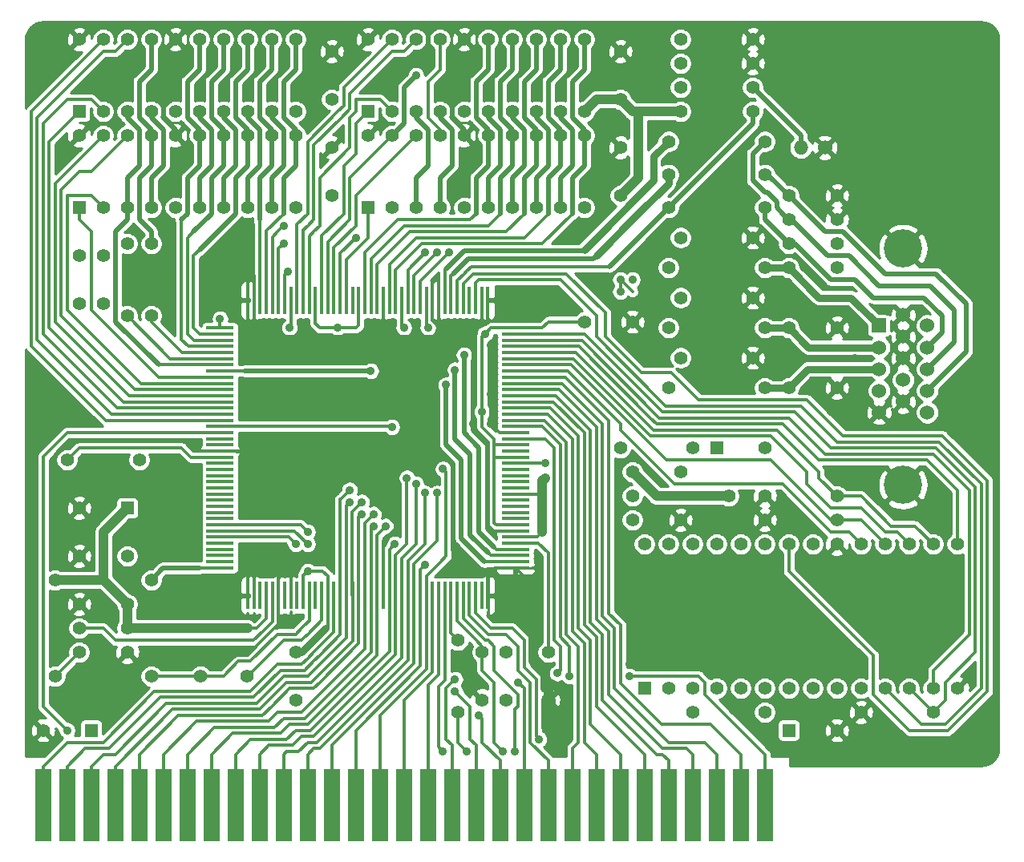
<source format=gtl>
%TF.GenerationSoftware,KiCad,Pcbnew,(5.1.8)-1*%
%TF.CreationDate,2021-06-29T12:52:16-07:00*%
%TF.ProjectId,isa_svga,6973615f-7376-4676-912e-6b696361645f,rev?*%
%TF.SameCoordinates,Original*%
%TF.FileFunction,Copper,L1,Top*%
%TF.FilePolarity,Positive*%
%FSLAX46Y46*%
G04 Gerber Fmt 4.6, Leading zero omitted, Abs format (unit mm)*
G04 Created by KiCad (PCBNEW (5.1.8)-1) date 2021-06-29 12:52:16*
%MOMM*%
%LPD*%
G01*
G04 APERTURE LIST*
%TA.AperFunction,ComponentPad*%
%ADD10R,1.397000X1.397000*%
%TD*%
%TA.AperFunction,ComponentPad*%
%ADD11C,1.397000*%
%TD*%
%TA.AperFunction,ConnectorPad*%
%ADD12R,1.778000X7.620000*%
%TD*%
%TA.AperFunction,ComponentPad*%
%ADD13C,4.048760*%
%TD*%
%TA.AperFunction,ComponentPad*%
%ADD14R,1.524000X1.524000*%
%TD*%
%TA.AperFunction,ComponentPad*%
%ADD15C,1.524000*%
%TD*%
%TA.AperFunction,SMDPad,CuDef*%
%ADD16R,2.999740X0.350520*%
%TD*%
%TA.AperFunction,SMDPad,CuDef*%
%ADD17R,0.350520X2.999740*%
%TD*%
%TA.AperFunction,ComponentPad*%
%ADD18O,1.524000X1.524000*%
%TD*%
%TA.AperFunction,ViaPad*%
%ADD19C,0.889000*%
%TD*%
%TA.AperFunction,Conductor*%
%ADD20C,0.368300*%
%TD*%
%TA.AperFunction,Conductor*%
%ADD21C,1.016000*%
%TD*%
%TA.AperFunction,Conductor*%
%ADD22C,0.508000*%
%TD*%
%TA.AperFunction,Conductor*%
%ADD23C,0.505460*%
%TD*%
%TA.AperFunction,Conductor*%
%ADD24C,0.762000*%
%TD*%
%TA.AperFunction,Conductor*%
%ADD25C,1.524000*%
%TD*%
%TA.AperFunction,Conductor*%
%ADD26C,0.254000*%
%TD*%
%TA.AperFunction,Conductor*%
%ADD27C,0.150000*%
%TD*%
G04 APERTURE END LIST*
D10*
%TO.P,U2,1*%
%TO.N,VCC*%
X167640000Y-118110000D03*
D11*
%TO.P,U2,2*%
%TO.N,/A13*%
X170180000Y-118110000D03*
%TO.P,U2,3*%
%TO.N,/A8*%
X172720000Y-118110000D03*
%TO.P,U2,4*%
%TO.N,/A7*%
X175260000Y-118110000D03*
%TO.P,U2,5*%
%TO.N,/A6*%
X177800000Y-118110000D03*
%TO.P,U2,6*%
%TO.N,/A5*%
X180340000Y-118110000D03*
%TO.P,U2,7*%
%TO.N,/A4*%
X182880000Y-118110000D03*
%TO.P,U2,8*%
%TO.N,/A3*%
X185420000Y-118110000D03*
%TO.P,U2,9*%
%TO.N,/A2*%
X187960000Y-118110000D03*
%TO.P,U2,10*%
%TO.N,/A1*%
X190500000Y-118110000D03*
%TO.P,U2,11*%
%TO.N,/RMD0*%
X193040000Y-118110000D03*
%TO.P,U2,12*%
%TO.N,/RMD1*%
X195580000Y-118110000D03*
%TO.P,U2,13*%
%TO.N,/RMD2*%
X198120000Y-118110000D03*
%TO.P,U2,14*%
%TO.N,GND*%
X200660000Y-118110000D03*
%TO.P,U2,15*%
%TO.N,/RMD3*%
X200660000Y-102870000D03*
%TO.P,U2,16*%
%TO.N,/RMD4*%
X198120000Y-102870000D03*
%TO.P,U2,17*%
%TO.N,/RMD5*%
X195580000Y-102870000D03*
%TO.P,U2,18*%
%TO.N,/RMD6*%
X193040000Y-102870000D03*
%TO.P,U2,19*%
%TO.N,/RMD7*%
X190500000Y-102870000D03*
%TO.P,U2,20*%
%TO.N,GND*%
X187960000Y-102870000D03*
%TO.P,U2,21*%
%TO.N,/A11*%
X185420000Y-102870000D03*
%TO.P,U2,22*%
%TO.N,/~ROMCS*%
X182880000Y-102870000D03*
%TO.P,U2,23*%
%TO.N,/A12*%
X180340000Y-102870000D03*
%TO.P,U2,24*%
%TO.N,/A10*%
X177800000Y-102870000D03*
%TO.P,U2,25*%
%TO.N,/A9*%
X175260000Y-102870000D03*
%TO.P,U2,26*%
%TO.N,/A14*%
X172720000Y-102870000D03*
%TO.P,U2,27*%
%TO.N,/ROMA0*%
X170180000Y-102870000D03*
%TO.P,U2,28*%
%TO.N,VCC*%
X167640000Y-102870000D03*
%TD*%
%TO.P,R15,1*%
%TO.N,Net-(R15-Pad1)*%
X113030000Y-78740000D03*
%TO.P,R15,2*%
%TO.N,/~RAS*%
X113030000Y-71120000D03*
%TD*%
%TO.P,R7,1*%
%TO.N,/MD3*%
X171450000Y-52070000D03*
%TO.P,R7,2*%
%TO.N,GND*%
X179070000Y-52070000D03*
%TD*%
%TO.P,R8,1*%
%TO.N,/MONITOR*%
X179070000Y-57150000D03*
%TO.P,R8,2*%
%TO.N,VCC*%
X171450000Y-57150000D03*
%TD*%
%TO.P,R9,1*%
%TO.N,/RESET*%
X180340000Y-120650000D03*
%TO.P,R9,2*%
%TO.N,Net-(C18-Pad1)*%
X172720000Y-120650000D03*
%TD*%
%TO.P,R6,1*%
%TO.N,/MD2*%
X171450000Y-54610000D03*
%TO.P,R6,2*%
%TO.N,Net-(JP1-Pad1)*%
X179070000Y-54610000D03*
%TD*%
%TO.P,R10,1*%
%TO.N,Net-(R10-Pad1)*%
X165100000Y-92710000D03*
%TO.P,R10,2*%
%TO.N,GND*%
X172720000Y-92710000D03*
%TD*%
%TO.P,R11,1*%
%TO.N,/R*%
X171450000Y-70485000D03*
%TO.P,R11,2*%
%TO.N,GND*%
X179070000Y-70485000D03*
%TD*%
%TO.P,R12,1*%
%TO.N,/G*%
X171450000Y-76835000D03*
%TO.P,R12,2*%
%TO.N,GND*%
X179070000Y-76835000D03*
%TD*%
%TO.P,R13,1*%
%TO.N,/B*%
X171450000Y-83185000D03*
%TO.P,R13,2*%
%TO.N,GND*%
X179070000Y-83185000D03*
%TD*%
%TO.P,R14,1*%
%TO.N,/~IOW*%
X147955000Y-120650000D03*
%TO.P,R14,2*%
%TO.N,Net-(C19-Pad1)*%
X147955000Y-113030000D03*
%TD*%
%TO.P,R16,1*%
%TO.N,Net-(R16-Pad1)*%
X115570000Y-78740000D03*
%TO.P,R16,2*%
%TO.N,/~CAS*%
X115570000Y-71120000D03*
%TD*%
%TO.P,R5,1*%
%TO.N,/RMD1*%
X198120000Y-120650000D03*
%TO.P,R5,2*%
%TO.N,GND*%
X190500000Y-120650000D03*
%TD*%
%TO.P,R4,1*%
%TO.N,/RMD4*%
X187960000Y-97790000D03*
%TO.P,R4,2*%
%TO.N,GND*%
X180340000Y-97790000D03*
%TD*%
%TO.P,R3,1*%
%TO.N,/RMD6*%
X187960000Y-100330000D03*
%TO.P,R3,2*%
%TO.N,GND*%
X180340000Y-100330000D03*
%TD*%
%TO.P,R2,1*%
%TO.N,/MD7*%
X171450000Y-49530000D03*
%TO.P,R2,2*%
%TO.N,GND*%
X179070000Y-49530000D03*
%TD*%
%TO.P,R1,1*%
%TO.N,Net-(R1-Pad1)*%
X106680000Y-93980000D03*
%TO.P,R1,2*%
%TO.N,VCC*%
X114300000Y-93980000D03*
%TD*%
D10*
%TO.P,U5,1*%
%TO.N,/MD4*%
X138430000Y-57150000D03*
D11*
%TO.P,U5,2*%
%TO.N,/MD5*%
X140970000Y-57150000D03*
%TO.P,U5,3*%
%TO.N,/~WE0*%
X143510000Y-57150000D03*
%TO.P,U5,4*%
%TO.N,/~RAS*%
X146050000Y-57150000D03*
%TO.P,U5,5*%
%TO.N,Net-(U5-Pad5)*%
X148590000Y-57150000D03*
%TO.P,U5,6*%
%TO.N,/MAA0*%
X151130000Y-57150000D03*
%TO.P,U5,7*%
%TO.N,/MAA1*%
X153670000Y-57150000D03*
%TO.P,U5,8*%
%TO.N,/MAA2*%
X156210000Y-57150000D03*
%TO.P,U5,9*%
%TO.N,/MAA3*%
X158750000Y-57150000D03*
%TO.P,U5,10*%
%TO.N,VCC*%
X161290000Y-57150000D03*
%TO.P,U5,11*%
%TO.N,/MAA4*%
X161290000Y-49530000D03*
%TO.P,U5,12*%
%TO.N,/MAA5*%
X158750000Y-49530000D03*
%TO.P,U5,13*%
%TO.N,/MAA6*%
X156210000Y-49530000D03*
%TO.P,U5,14*%
%TO.N,/MAA7*%
X153670000Y-49530000D03*
%TO.P,U5,15*%
%TO.N,/MAA8*%
X151130000Y-49530000D03*
%TO.P,U5,16*%
%TO.N,GND*%
X148590000Y-49530000D03*
%TO.P,U5,17*%
%TO.N,/~CAS*%
X146050000Y-49530000D03*
%TO.P,U5,18*%
%TO.N,/MD6*%
X143510000Y-49530000D03*
%TO.P,U5,19*%
%TO.N,/MD7*%
X140970000Y-49530000D03*
%TO.P,U5,20*%
%TO.N,GND*%
X138430000Y-49530000D03*
%TD*%
D10*
%TO.P,U6,1*%
%TO.N,/MD20*%
X107950000Y-57150000D03*
D11*
%TO.P,U6,2*%
%TO.N,/MD21*%
X110490000Y-57150000D03*
%TO.P,U6,3*%
%TO.N,/~WE2*%
X113030000Y-57150000D03*
%TO.P,U6,4*%
%TO.N,/~RAS*%
X115570000Y-57150000D03*
%TO.P,U6,5*%
%TO.N,Net-(U6-Pad5)*%
X118110000Y-57150000D03*
%TO.P,U6,6*%
%TO.N,/MAB0*%
X120650000Y-57150000D03*
%TO.P,U6,7*%
%TO.N,/MAB1*%
X123190000Y-57150000D03*
%TO.P,U6,8*%
%TO.N,/MAB2*%
X125730000Y-57150000D03*
%TO.P,U6,9*%
%TO.N,/MAB3*%
X128270000Y-57150000D03*
%TO.P,U6,10*%
%TO.N,VCC*%
X130810000Y-57150000D03*
%TO.P,U6,11*%
%TO.N,/MAB4*%
X130810000Y-49530000D03*
%TO.P,U6,12*%
%TO.N,/MAB5*%
X128270000Y-49530000D03*
%TO.P,U6,13*%
%TO.N,/MAB6*%
X125730000Y-49530000D03*
%TO.P,U6,14*%
%TO.N,/MAB7*%
X123190000Y-49530000D03*
%TO.P,U6,15*%
%TO.N,/MAB8*%
X120650000Y-49530000D03*
%TO.P,U6,16*%
%TO.N,GND*%
X118110000Y-49530000D03*
%TO.P,U6,17*%
%TO.N,/~CAS*%
X115570000Y-49530000D03*
%TO.P,U6,18*%
%TO.N,/MD22*%
X113030000Y-49530000D03*
%TO.P,U6,19*%
%TO.N,/MD23*%
X110490000Y-49530000D03*
%TO.P,U6,20*%
%TO.N,GND*%
X107950000Y-49530000D03*
%TD*%
D10*
%TO.P,U3,1*%
%TO.N,/MD0*%
X138430000Y-67310000D03*
D11*
%TO.P,U3,2*%
%TO.N,/MD1*%
X140970000Y-67310000D03*
%TO.P,U3,3*%
%TO.N,/~WE0*%
X143510000Y-67310000D03*
%TO.P,U3,4*%
%TO.N,/~RAS*%
X146050000Y-67310000D03*
%TO.P,U3,5*%
%TO.N,Net-(U3-Pad5)*%
X148590000Y-67310000D03*
%TO.P,U3,6*%
%TO.N,/MAA0*%
X151130000Y-67310000D03*
%TO.P,U3,7*%
%TO.N,/MAA1*%
X153670000Y-67310000D03*
%TO.P,U3,8*%
%TO.N,/MAA2*%
X156210000Y-67310000D03*
%TO.P,U3,9*%
%TO.N,/MAA3*%
X158750000Y-67310000D03*
%TO.P,U3,10*%
%TO.N,VCC*%
X161290000Y-67310000D03*
%TO.P,U3,11*%
%TO.N,/MAA4*%
X161290000Y-59690000D03*
%TO.P,U3,12*%
%TO.N,/MAA5*%
X158750000Y-59690000D03*
%TO.P,U3,13*%
%TO.N,/MAA6*%
X156210000Y-59690000D03*
%TO.P,U3,14*%
%TO.N,/MAA7*%
X153670000Y-59690000D03*
%TO.P,U3,15*%
%TO.N,/MAA8*%
X151130000Y-59690000D03*
%TO.P,U3,16*%
%TO.N,GND*%
X148590000Y-59690000D03*
%TO.P,U3,17*%
%TO.N,/~CAS*%
X146050000Y-59690000D03*
%TO.P,U3,18*%
%TO.N,/MD2*%
X143510000Y-59690000D03*
%TO.P,U3,19*%
%TO.N,/MD3*%
X140970000Y-59690000D03*
%TO.P,U3,20*%
%TO.N,GND*%
X138430000Y-59690000D03*
%TD*%
D10*
%TO.P,U4,1*%
%TO.N,/MD16*%
X107950000Y-67310000D03*
D11*
%TO.P,U4,2*%
%TO.N,/MD17*%
X110490000Y-67310000D03*
%TO.P,U4,3*%
%TO.N,/~WE2*%
X113030000Y-67310000D03*
%TO.P,U4,4*%
%TO.N,/~RAS*%
X115570000Y-67310000D03*
%TO.P,U4,5*%
%TO.N,Net-(U4-Pad5)*%
X118110000Y-67310000D03*
%TO.P,U4,6*%
%TO.N,/MAB0*%
X120650000Y-67310000D03*
%TO.P,U4,7*%
%TO.N,/MAB1*%
X123190000Y-67310000D03*
%TO.P,U4,8*%
%TO.N,/MAB2*%
X125730000Y-67310000D03*
%TO.P,U4,9*%
%TO.N,/MAB3*%
X128270000Y-67310000D03*
%TO.P,U4,10*%
%TO.N,VCC*%
X130810000Y-67310000D03*
%TO.P,U4,11*%
%TO.N,/MAB4*%
X130810000Y-59690000D03*
%TO.P,U4,12*%
%TO.N,/MAB5*%
X128270000Y-59690000D03*
%TO.P,U4,13*%
%TO.N,/MAB6*%
X125730000Y-59690000D03*
%TO.P,U4,14*%
%TO.N,/MAB7*%
X123190000Y-59690000D03*
%TO.P,U4,15*%
%TO.N,/MAB8*%
X120650000Y-59690000D03*
%TO.P,U4,16*%
%TO.N,GND*%
X118110000Y-59690000D03*
%TO.P,U4,17*%
%TO.N,/~CAS*%
X115570000Y-59690000D03*
%TO.P,U4,18*%
%TO.N,/MD18*%
X113030000Y-59690000D03*
%TO.P,U4,19*%
%TO.N,/MD19*%
X110490000Y-59690000D03*
%TO.P,U4,20*%
%TO.N,GND*%
X107950000Y-59690000D03*
%TD*%
D10*
%TO.P,C15,1*%
%TO.N,/AVDD1*%
X113030000Y-99060000D03*
D11*
%TO.P,C15,2*%
%TO.N,GND*%
X107950000Y-99060000D03*
%TD*%
%TO.P,C1,1*%
%TO.N,VCC*%
X161290000Y-79375000D03*
%TO.P,C1,2*%
%TO.N,GND*%
X166370000Y-79375000D03*
%TD*%
%TO.P,C2,1*%
%TO.N,VCC*%
X166370000Y-100330000D03*
%TO.P,C2,2*%
%TO.N,GND*%
X171450000Y-100330000D03*
%TD*%
%TO.P,C3,1*%
%TO.N,VCC*%
X165100000Y-66040000D03*
%TO.P,C3,2*%
%TO.N,GND*%
X165100000Y-60960000D03*
%TD*%
%TO.P,C4,1*%
%TO.N,VCC*%
X134620000Y-66040000D03*
%TO.P,C4,2*%
%TO.N,GND*%
X134620000Y-60960000D03*
%TD*%
%TO.P,C6,1*%
%TO.N,VCC*%
X134620000Y-55880000D03*
%TO.P,C6,2*%
%TO.N,GND*%
X134620000Y-50800000D03*
%TD*%
%TO.P,C8,1*%
%TO.N,VCC*%
X113030000Y-104140000D03*
%TO.P,C8,2*%
%TO.N,GND*%
X107950000Y-104140000D03*
%TD*%
%TO.P,C9,1*%
%TO.N,/AVDD1*%
X113030000Y-109220000D03*
%TO.P,C9,2*%
%TO.N,GND*%
X107950000Y-109220000D03*
%TD*%
%TO.P,C10,1*%
%TO.N,/AVDD2*%
X166370000Y-95250000D03*
%TO.P,C10,2*%
%TO.N,GND*%
X171450000Y-95250000D03*
%TD*%
%TO.P,C11,1*%
%TO.N,Net-(C11-Pad1)*%
X107950000Y-114300000D03*
%TO.P,C11,2*%
%TO.N,GND*%
X113030000Y-114300000D03*
%TD*%
%TO.P,C12,1*%
%TO.N,/AVDD1*%
X113030000Y-111760000D03*
%TO.P,C12,2*%
%TO.N,Net-(C12-Pad2)*%
X107950000Y-111760000D03*
%TD*%
%TO.P,C17,1*%
%TO.N,Net-(C17-Pad1)*%
X182880000Y-71120000D03*
%TO.P,C17,2*%
%TO.N,GND*%
X187960000Y-71120000D03*
%TD*%
%TO.P,C18,1*%
%TO.N,Net-(C18-Pad1)*%
X157480000Y-114300000D03*
%TO.P,C18,2*%
%TO.N,GND*%
X157480000Y-119380000D03*
%TD*%
%TO.P,C19,1*%
%TO.N,Net-(C19-Pad1)*%
X153035000Y-114300000D03*
%TO.P,C19,2*%
%TO.N,GND*%
X153035000Y-119380000D03*
%TD*%
%TO.P,C20,1*%
%TO.N,/~MEMR*%
X150495000Y-114300000D03*
%TO.P,C20,2*%
%TO.N,GND*%
X150495000Y-119380000D03*
%TD*%
%TO.P,C21,1*%
%TO.N,/~RAS*%
X107950000Y-72390000D03*
%TO.P,C21,2*%
%TO.N,GND*%
X107950000Y-77470000D03*
%TD*%
%TO.P,C22,1*%
%TO.N,/~CAS*%
X110490000Y-72390000D03*
%TO.P,C22,2*%
%TO.N,GND*%
X110490000Y-77470000D03*
%TD*%
%TO.P,C23,1*%
%TO.N,/RED*%
X182880000Y-73660000D03*
%TO.P,C23,2*%
%TO.N,GND*%
X187960000Y-73660000D03*
%TD*%
%TO.P,C25,1*%
%TO.N,/BLUE*%
X182880000Y-86360000D03*
%TO.P,C25,2*%
%TO.N,GND*%
X187960000Y-86360000D03*
%TD*%
D12*
%TO.P,BUS1,32*%
%TO.N,/~NMI*%
X180340000Y-130492500D03*
%TO.P,BUS1,33*%
%TO.N,/D7*%
X177800000Y-130492500D03*
%TO.P,BUS1,34*%
%TO.N,/D6*%
X175260000Y-130492500D03*
%TO.P,BUS1,35*%
%TO.N,/D5*%
X172720000Y-130492500D03*
%TO.P,BUS1,36*%
%TO.N,/D4*%
X170180000Y-130492500D03*
%TO.P,BUS1,37*%
%TO.N,/D3*%
X167640000Y-130492500D03*
%TO.P,BUS1,38*%
%TO.N,/D2*%
X165100000Y-130492500D03*
%TO.P,BUS1,39*%
%TO.N,/D1*%
X162560000Y-130492500D03*
%TO.P,BUS1,40*%
%TO.N,/D0*%
X160020000Y-130492500D03*
%TO.P,BUS1,41*%
%TO.N,/IOCHRDY*%
X157480000Y-130492500D03*
%TO.P,BUS1,42*%
%TO.N,/AEN*%
X154940000Y-130492500D03*
%TO.P,BUS1,43*%
%TO.N,/A19*%
X152400000Y-130492500D03*
%TO.P,BUS1,44*%
%TO.N,/A18*%
X149860000Y-130492500D03*
%TO.P,BUS1,45*%
%TO.N,/A17*%
X147320000Y-130492500D03*
%TO.P,BUS1,46*%
%TO.N,/A16*%
X144780000Y-130492500D03*
%TO.P,BUS1,47*%
%TO.N,/A15*%
X142240000Y-130492500D03*
%TO.P,BUS1,48*%
%TO.N,/A14*%
X139700000Y-130492500D03*
%TO.P,BUS1,49*%
%TO.N,/A13*%
X137160000Y-130492500D03*
%TO.P,BUS1,50*%
%TO.N,/A12*%
X134620000Y-130492500D03*
%TO.P,BUS1,51*%
%TO.N,/A11*%
X132080000Y-130492500D03*
%TO.P,BUS1,52*%
%TO.N,/A10*%
X129540000Y-130492500D03*
%TO.P,BUS1,53*%
%TO.N,/A9*%
X127000000Y-130492500D03*
%TO.P,BUS1,54*%
%TO.N,/A8*%
X124460000Y-130492500D03*
%TO.P,BUS1,55*%
%TO.N,/A7*%
X121920000Y-130492500D03*
%TO.P,BUS1,56*%
%TO.N,/A6*%
X119380000Y-130492500D03*
%TO.P,BUS1,57*%
%TO.N,/A5*%
X116840000Y-130492500D03*
%TO.P,BUS1,58*%
%TO.N,/A4*%
X114300000Y-130492500D03*
%TO.P,BUS1,59*%
%TO.N,/A3*%
X111760000Y-130492500D03*
%TO.P,BUS1,60*%
%TO.N,/A2*%
X109220000Y-130492500D03*
%TO.P,BUS1,61*%
%TO.N,/A1*%
X106680000Y-130492500D03*
%TO.P,BUS1,62*%
%TO.N,/A0*%
X104140000Y-130492500D03*
%TD*%
D13*
%TO.P,P1,*%
%TO.N,GND*%
X194945000Y-96619060D03*
X194945000Y-71630540D03*
D14*
%TO.P,P1,1*%
%TO.N,/RED*%
X192405000Y-79783940D03*
D15*
%TO.P,P1,2*%
%TO.N,/GREEN*%
X192405000Y-82075020D03*
%TO.P,P1,3*%
%TO.N,/BLUE*%
X192405000Y-84373720D03*
%TO.P,P1,4*%
%TO.N,Net-(P1-Pad4)*%
X192405000Y-86664800D03*
%TO.P,P1,5*%
%TO.N,GND*%
X192405000Y-88955880D03*
%TO.P,P1,9*%
%TO.N,Net-(P1-Pad9)*%
X194945000Y-85519260D03*
%TO.P,P1,8*%
%TO.N,GND*%
X194945000Y-83230720D03*
%TO.P,P1,7*%
X194945000Y-80939640D03*
%TO.P,P1,6*%
X194945000Y-78648560D03*
%TO.P,P1,10*%
X194945000Y-87810340D03*
%TO.P,P1,11*%
%TO.N,Net-(P1-Pad11)*%
X197485000Y-79783940D03*
%TO.P,P1,12*%
%TO.N,Net-(C17-Pad1)*%
X197485000Y-82075020D03*
%TO.P,P1,13*%
%TO.N,Net-(C26-Pad1)*%
X197485000Y-84373720D03*
%TO.P,P1,14*%
%TO.N,Net-(C27-Pad1)*%
X197485000Y-86664800D03*
%TO.P,P1,15*%
%TO.N,Net-(P1-Pad15)*%
X197485000Y-88955880D03*
%TD*%
D16*
%TO.P,U1,1*%
%TO.N,GND*%
X154030680Y-105384600D03*
%TO.P,U1,2*%
%TO.N,/B*%
X154030680Y-104734360D03*
%TO.P,U1,3*%
%TO.N,/G*%
X154030680Y-104084120D03*
%TO.P,U1,4*%
%TO.N,/R*%
X154030680Y-103433880D03*
%TO.P,U1,5*%
%TO.N,Net-(C18-Pad1)*%
X154030680Y-102783640D03*
%TO.P,U1,6*%
%TO.N,/AVDD2*%
X154030680Y-102133400D03*
%TO.P,U1,7*%
%TO.N,GND*%
X154030680Y-101483160D03*
%TO.P,U1,8*%
%TO.N,VCC*%
X154030680Y-100835460D03*
%TO.P,U1,9*%
%TO.N,Net-(U1-Pad9)*%
X154030680Y-100185220D03*
%TO.P,U1,10*%
%TO.N,Net-(U1-Pad10)*%
X154030680Y-99534980D03*
%TO.P,U1,11*%
%TO.N,Net-(U1-Pad11)*%
X154030680Y-98884740D03*
%TO.P,U1,12*%
%TO.N,Net-(U1-Pad12)*%
X154030680Y-98234500D03*
%TO.P,U1,13*%
%TO.N,/AVDD2*%
X154030680Y-97584260D03*
%TO.P,U1,14*%
%TO.N,Net-(U1-Pad14)*%
X154030680Y-96934020D03*
%TO.P,U1,15*%
%TO.N,Net-(U1-Pad15)*%
X154030680Y-96283780D03*
%TO.P,U1,16*%
%TO.N,Net-(U1-Pad16)*%
X154030680Y-95633540D03*
%TO.P,U1,17*%
%TO.N,Net-(U1-Pad17)*%
X154030680Y-94983300D03*
%TO.P,U1,18*%
%TO.N,Net-(R10-Pad1)*%
X154030680Y-94333060D03*
%TO.P,U1,19*%
%TO.N,VCC*%
X154030680Y-93685360D03*
%TO.P,U1,20*%
%TO.N,Net-(U1-Pad20)*%
X154030680Y-93035120D03*
%TO.P,U1,21*%
%TO.N,VCC*%
X154030680Y-92384880D03*
%TO.P,U1,22*%
%TO.N,/AEN*%
X154030680Y-91734640D03*
%TO.P,U1,23*%
%TO.N,GND*%
X154030680Y-91084400D03*
%TO.P,U1,24*%
%TO.N,/~NMI*%
X154030680Y-90434160D03*
%TO.P,U1,25*%
%TO.N,/D0*%
X154030680Y-89783920D03*
%TO.P,U1,26*%
%TO.N,/D1*%
X154030680Y-89133680D03*
%TO.P,U1,27*%
%TO.N,/D2*%
X154030680Y-88483440D03*
%TO.P,U1,28*%
%TO.N,/D3*%
X154030680Y-87833200D03*
%TO.P,U1,29*%
%TO.N,/D4*%
X154030680Y-87185500D03*
%TO.P,U1,30*%
%TO.N,/D5*%
X154030680Y-86535260D03*
%TO.P,U1,31*%
%TO.N,/D6*%
X154030680Y-85885020D03*
%TO.P,U1,32*%
%TO.N,/D7*%
X154030680Y-85234780D03*
%TO.P,U1,33*%
%TO.N,/RMD7*%
X154030680Y-84584540D03*
%TO.P,U1,34*%
%TO.N,/RMD6*%
X154030680Y-83934300D03*
%TO.P,U1,35*%
%TO.N,/RMD5*%
X154030680Y-83284060D03*
%TO.P,U1,36*%
%TO.N,/RMD4*%
X154030680Y-82633820D03*
%TO.P,U1,37*%
%TO.N,/RMD3*%
X154030680Y-81983580D03*
%TO.P,U1,38*%
%TO.N,/RMD2*%
X154030680Y-81333340D03*
%TO.P,U1,39*%
%TO.N,/RMD1*%
X154030680Y-80683100D03*
%TO.P,U1,40*%
%TO.N,VCC*%
X154030680Y-80035400D03*
%TO.P,U1,81*%
X122829320Y-80035400D03*
%TO.P,U1,82*%
%TO.N,/MAB6*%
X122829320Y-80685640D03*
%TO.P,U1,83*%
%TO.N,/MAB7*%
X122829320Y-81335880D03*
%TO.P,U1,84*%
%TO.N,/MAB8*%
X122829320Y-81986120D03*
%TO.P,U1,85*%
%TO.N,Net-(R16-Pad1)*%
X122829320Y-82636360D03*
%TO.P,U1,86*%
%TO.N,Net-(R15-Pad1)*%
X122829320Y-83284060D03*
%TO.P,U1,87*%
%TO.N,/~WE2*%
X122829320Y-83934300D03*
%TO.P,U1,88*%
%TO.N,/~WE0*%
X122829320Y-84584540D03*
%TO.P,U1,89*%
%TO.N,/MD16*%
X122829320Y-85234780D03*
%TO.P,U1,90*%
%TO.N,/MD17*%
X122829320Y-85885020D03*
%TO.P,U1,91*%
%TO.N,/MD18*%
X122829320Y-86535260D03*
%TO.P,U1,92*%
%TO.N,/MD19*%
X122829320Y-87185500D03*
%TO.P,U1,93*%
%TO.N,/MD20*%
X122829320Y-87835740D03*
%TO.P,U1,94*%
%TO.N,/MD21*%
X122829320Y-88485980D03*
%TO.P,U1,95*%
%TO.N,/MD22*%
X122829320Y-89136220D03*
%TO.P,U1,96*%
%TO.N,/MD23*%
X122829320Y-89783920D03*
%TO.P,U1,97*%
%TO.N,/ROMA0*%
X122829320Y-90434160D03*
%TO.P,U1,98*%
%TO.N,/OSC*%
X122829320Y-91084400D03*
%TO.P,U1,99*%
%TO.N,Net-(U1-Pad99)*%
X122829320Y-91734640D03*
%TO.P,U1,100*%
%TO.N,Net-(U1-Pad100)*%
X122829320Y-92384880D03*
%TO.P,U1,101*%
%TO.N,GND*%
X122829320Y-93035120D03*
%TO.P,U1,102*%
%TO.N,Net-(R1-Pad1)*%
X122829320Y-93685360D03*
%TO.P,U1,103*%
%TO.N,Net-(U1-Pad103)*%
X122829320Y-94335600D03*
%TO.P,U1,104*%
%TO.N,Net-(U1-Pad104)*%
X122829320Y-94985840D03*
%TO.P,U1,105*%
%TO.N,Net-(U1-Pad105)*%
X122829320Y-95636080D03*
%TO.P,U1,106*%
%TO.N,Net-(U1-Pad106)*%
X122829320Y-96286320D03*
%TO.P,U1,107*%
%TO.N,Net-(U1-Pad107)*%
X122829320Y-96934020D03*
%TO.P,U1,108*%
%TO.N,Net-(U1-Pad108)*%
X122829320Y-97584260D03*
%TO.P,U1,109*%
%TO.N,Net-(U1-Pad109)*%
X122829320Y-98234500D03*
%TO.P,U1,110*%
%TO.N,Net-(U1-Pad110)*%
X122829320Y-98884740D03*
%TO.P,U1,111*%
%TO.N,Net-(U1-Pad111)*%
X122829320Y-99534980D03*
%TO.P,U1,112*%
%TO.N,Net-(U1-Pad112)*%
X122829320Y-100185220D03*
%TO.P,U1,113*%
%TO.N,/A17*%
X122829320Y-100835460D03*
%TO.P,U1,114*%
%TO.N,/A18*%
X122829320Y-101485700D03*
%TO.P,U1,115*%
%TO.N,/A19*%
X122829320Y-102135940D03*
%TO.P,U1,116*%
%TO.N,Net-(U1-Pad116)*%
X122829320Y-102786180D03*
%TO.P,U1,117*%
%TO.N,Net-(U1-Pad117)*%
X122829320Y-103433880D03*
%TO.P,U1,118*%
%TO.N,Net-(U1-Pad118)*%
X122829320Y-104084120D03*
%TO.P,U1,119*%
%TO.N,Net-(U1-Pad119)*%
X122829320Y-104734360D03*
%TO.P,U1,120*%
%TO.N,VCC*%
X122829320Y-105384600D03*
D17*
%TO.P,U1,61*%
%TO.N,/MAA8*%
X138104880Y-77109320D03*
%TO.P,U1,62*%
%TO.N,VCC*%
X137454640Y-77109320D03*
%TO.P,U1,63*%
%TO.N,Net-(U1-Pad63)*%
X136804400Y-77109320D03*
%TO.P,U1,64*%
%TO.N,/MD0*%
X136154160Y-77109320D03*
%TO.P,U1,65*%
%TO.N,/MD1*%
X135503920Y-77109320D03*
%TO.P,U1,66*%
%TO.N,/MD2*%
X134853680Y-77109320D03*
%TO.P,U1,67*%
%TO.N,/MD3*%
X134205980Y-77109320D03*
%TO.P,U1,68*%
%TO.N,/MD4*%
X133555740Y-77109320D03*
%TO.P,U1,69*%
%TO.N,VCC*%
X132905500Y-77109320D03*
%TO.P,U1,70*%
%TO.N,/MD5*%
X132255260Y-77109320D03*
%TO.P,U1,71*%
%TO.N,/MD6*%
X131605020Y-77109320D03*
%TO.P,U1,72*%
%TO.N,/MD7*%
X130954780Y-77109320D03*
%TO.P,U1,73*%
%TO.N,/MAB0*%
X130304540Y-77109320D03*
%TO.P,U1,74*%
%TO.N,/MAB1*%
X129654300Y-77109320D03*
%TO.P,U1,75*%
%TO.N,/MAB2*%
X129004060Y-77109320D03*
%TO.P,U1,76*%
%TO.N,/MAB3*%
X128353820Y-77109320D03*
%TO.P,U1,77*%
%TO.N,/MAB4*%
X127706120Y-77109320D03*
%TO.P,U1,78*%
%TO.N,/MAB5*%
X127055880Y-77109320D03*
%TO.P,U1,79*%
%TO.N,GND*%
X126405640Y-77109320D03*
%TO.P,U1,80*%
X125755400Y-77109320D03*
%TO.P,U1,41*%
X151104600Y-77109320D03*
%TO.P,U1,42*%
X150454360Y-77109320D03*
%TO.P,U1,43*%
%TO.N,/RMD0*%
X149804120Y-77109320D03*
%TO.P,U1,44*%
%TO.N,Net-(U1-Pad44)*%
X149153880Y-77109320D03*
%TO.P,U1,45*%
%TO.N,/~ROMCS*%
X148506180Y-77109320D03*
%TO.P,U1,46*%
%TO.N,/MONITOR*%
X147855940Y-77109320D03*
%TO.P,U1,47*%
%TO.N,/VSYNC*%
X147205700Y-77109320D03*
%TO.P,U1,48*%
%TO.N,/HSYNC*%
X146555460Y-77109320D03*
%TO.P,U1,49*%
%TO.N,GND*%
X145905220Y-77109320D03*
%TO.P,U1,50*%
X145254980Y-77109320D03*
%TO.P,U1,51*%
%TO.N,VCC*%
X144604740Y-77109320D03*
%TO.P,U1,52*%
%TO.N,/MAA0*%
X143954500Y-77109320D03*
%TO.P,U1,53*%
%TO.N,/MAA1*%
X143304260Y-77109320D03*
%TO.P,U1,54*%
%TO.N,/MAA2*%
X142654020Y-77109320D03*
%TO.P,U1,55*%
%TO.N,/MAA3*%
X142006320Y-77109320D03*
%TO.P,U1,56*%
%TO.N,/MAA4*%
X141356080Y-77109320D03*
%TO.P,U1,57*%
%TO.N,/MAA5*%
X140705840Y-77109320D03*
%TO.P,U1,58*%
%TO.N,GND*%
X140055600Y-77109320D03*
%TO.P,U1,59*%
%TO.N,/MAA6*%
X139405360Y-77109320D03*
%TO.P,U1,121*%
%TO.N,GND*%
X125755400Y-108310680D03*
%TO.P,U1,122*%
X126405640Y-108310680D03*
%TO.P,U1,123*%
%TO.N,Net-(U1-Pad123)*%
X127055880Y-108310680D03*
%TO.P,U1,124*%
%TO.N,/AVDD1*%
X127706120Y-108310680D03*
%TO.P,U1,125*%
%TO.N,Net-(C12-Pad2)*%
X128353820Y-108310680D03*
%TO.P,U1,126*%
%TO.N,GND*%
X129004060Y-108310680D03*
%TO.P,U1,127*%
%TO.N,Net-(U1-Pad127)*%
X129654300Y-108310680D03*
%TO.P,U1,128*%
%TO.N,GND*%
X130304540Y-108310680D03*
%TO.P,U1,129*%
%TO.N,Net-(U1-Pad129)*%
X130954780Y-108310680D03*
%TO.P,U1,130*%
%TO.N,VCC*%
X131605020Y-108310680D03*
%TO.P,U1,131*%
%TO.N,Net-(L2-Pad2)*%
X132255260Y-108310680D03*
%TO.P,U1,132*%
%TO.N,Net-(U1-Pad132)*%
X132905500Y-108310680D03*
%TO.P,U1,133*%
%TO.N,Net-(U1-Pad133)*%
X133555740Y-108310680D03*
%TO.P,U1,134*%
%TO.N,VCC*%
X134205980Y-108310680D03*
%TO.P,U1,135*%
%TO.N,/A0*%
X134853680Y-108310680D03*
%TO.P,U1,136*%
%TO.N,/A1*%
X135503920Y-108310680D03*
%TO.P,U1,137*%
%TO.N,/A2*%
X136154160Y-108310680D03*
%TO.P,U1,138*%
%TO.N,/A3*%
X136804400Y-108310680D03*
%TO.P,U1,139*%
%TO.N,/A4*%
X137454640Y-108310680D03*
%TO.P,U1,140*%
%TO.N,/A5*%
X138104880Y-108310680D03*
%TO.P,U1,141*%
%TO.N,/A6*%
X138755120Y-108310680D03*
%TO.P,U1,142*%
%TO.N,/A7*%
X139405360Y-108310680D03*
%TO.P,U1,143*%
%TO.N,GND*%
X140055600Y-108310680D03*
%TO.P,U1,144*%
%TO.N,/A8*%
X140705840Y-108310680D03*
%TO.P,U1,145*%
%TO.N,/A9*%
X141356080Y-108310680D03*
%TO.P,U1,146*%
%TO.N,/A10*%
X142003780Y-108310680D03*
%TO.P,U1,147*%
%TO.N,/A11*%
X142654020Y-108310680D03*
%TO.P,U1,148*%
%TO.N,/A12*%
X143304260Y-108310680D03*
%TO.P,U1,149*%
%TO.N,/A13*%
X143954500Y-108310680D03*
%TO.P,U1,150*%
%TO.N,/A14*%
X144604740Y-108310680D03*
%TO.P,U1,151*%
%TO.N,/A15*%
X145254980Y-108310680D03*
%TO.P,U1,152*%
%TO.N,/A16*%
X145905220Y-108310680D03*
%TO.P,U1,153*%
%TO.N,/~IOR*%
X146555460Y-108310680D03*
%TO.P,U1,154*%
%TO.N,Net-(C19-Pad1)*%
X147205700Y-108310680D03*
%TO.P,U1,155*%
%TO.N,/~MEMR*%
X147855940Y-108310680D03*
%TO.P,U1,156*%
%TO.N,/~MEMW*%
X148503640Y-108310680D03*
%TO.P,U1,157*%
%TO.N,/IOCHRDY*%
X149153880Y-108310680D03*
%TO.P,U1,158*%
%TO.N,/~REFRESH*%
X149804120Y-108310680D03*
%TO.P,U1,159*%
%TO.N,Net-(U1-Pad159)*%
X150454360Y-108310680D03*
%TO.P,U1,160*%
%TO.N,GND*%
X151104600Y-108310680D03*
%TO.P,U1,60*%
%TO.N,/MAA7*%
X138755120Y-77109320D03*
%TD*%
D11*
%TO.P,X1,1*%
%TO.N,Net-(U1-Pad133)*%
X125630940Y-116840000D03*
%TO.P,X1,2*%
%TO.N,Net-(L2-Pad2)*%
X120749060Y-116840000D03*
%TD*%
%TO.P,C5,1*%
%TO.N,VCC*%
X165100000Y-55880000D03*
%TO.P,C5,2*%
%TO.N,GND*%
X165100000Y-50800000D03*
%TD*%
%TO.P,C7,1*%
%TO.N,VCC*%
X130810000Y-114300000D03*
%TO.P,C7,2*%
%TO.N,GND*%
X130810000Y-119380000D03*
%TD*%
D10*
%TO.P,C13,1*%
%TO.N,VCC*%
X109220000Y-122555000D03*
D11*
%TO.P,C13,2*%
%TO.N,GND*%
X104140000Y-122555000D03*
%TD*%
D10*
%TO.P,C14,1*%
%TO.N,VCC*%
X182880000Y-122555000D03*
D11*
%TO.P,C14,2*%
%TO.N,GND*%
X187960000Y-122555000D03*
%TD*%
D10*
%TO.P,C16,1*%
%TO.N,/AVDD2*%
X175260000Y-92710000D03*
D11*
%TO.P,C16,2*%
%TO.N,GND*%
X180340000Y-92710000D03*
%TD*%
%TO.P,C24,1*%
%TO.N,/GREEN*%
X182880000Y-80010000D03*
%TO.P,C24,2*%
%TO.N,GND*%
X187960000Y-80010000D03*
%TD*%
%TO.P,C26,1*%
%TO.N,Net-(C26-Pad1)*%
X182880000Y-68580000D03*
%TO.P,C26,2*%
%TO.N,GND*%
X187960000Y-68580000D03*
%TD*%
%TO.P,C27,1*%
%TO.N,Net-(C27-Pad1)*%
X182880000Y-66040000D03*
%TO.P,C27,2*%
%TO.N,GND*%
X187960000Y-66040000D03*
%TD*%
D18*
%TO.P,JP1,1*%
%TO.N,Net-(JP1-Pad1)*%
X184150000Y-60960000D03*
D15*
%TO.P,JP1,2*%
%TO.N,GND*%
X186690000Y-60960000D03*
%TD*%
D11*
%TO.P,FB1,1*%
%TO.N,/R*%
X170180000Y-73660000D03*
%TO.P,FB1,2*%
%TO.N,/RED*%
X180340000Y-73660000D03*
%TD*%
%TO.P,FB2,1*%
%TO.N,/G*%
X170180000Y-80010000D03*
%TO.P,FB2,2*%
%TO.N,/GREEN*%
X180340000Y-80010000D03*
%TD*%
%TO.P,FB3,1*%
%TO.N,/B*%
X170180000Y-86360000D03*
%TO.P,FB3,2*%
%TO.N,/BLUE*%
X180340000Y-86360000D03*
%TD*%
%TO.P,FB4,1*%
%TO.N,Net-(C26-Pad1)*%
X180340000Y-60325000D03*
%TO.P,FB4,2*%
%TO.N,/HSYNC*%
X170180000Y-60325000D03*
%TD*%
%TO.P,FB5,1*%
%TO.N,Net-(C27-Pad1)*%
X180340000Y-63817500D03*
%TO.P,FB5,2*%
%TO.N,/VSYNC*%
X170180000Y-63817500D03*
%TD*%
%TO.P,FB6,1*%
%TO.N,Net-(C17-Pad1)*%
X180340000Y-67310000D03*
%TO.P,FB6,2*%
%TO.N,/MONITOR*%
X170180000Y-67310000D03*
%TD*%
%TO.P,L1,1*%
%TO.N,VCC*%
X115570000Y-106680000D03*
%TO.P,L1,2*%
%TO.N,/AVDD1*%
X105410000Y-106680000D03*
%TD*%
%TO.P,L2,1*%
%TO.N,Net-(C11-Pad1)*%
X105410000Y-116840000D03*
%TO.P,L2,2*%
%TO.N,Net-(L2-Pad2)*%
X115570000Y-116840000D03*
%TD*%
%TO.P,L3,1*%
%TO.N,VCC*%
X166370000Y-97790000D03*
%TO.P,L3,2*%
%TO.N,/AVDD2*%
X176530000Y-97790000D03*
%TD*%
D19*
%TO.N,*%
X166370000Y-74930000D03*
X165100000Y-74930000D03*
X165100000Y-76200000D03*
%TO.N,/A1*%
X136525000Y-97155000D03*
%TO.N,/A10*%
X143510000Y-96520000D03*
%TO.N,/A11*%
X144462500Y-97472500D03*
%TO.N,/A12*%
X145732500Y-97472500D03*
%TO.N,/A13*%
X144462500Y-105092500D03*
%TO.N,/A14*%
X146367500Y-94932500D03*
%TO.N,/A17*%
X132080000Y-101600000D03*
X147637500Y-117157500D03*
%TO.N,/A18*%
X132080000Y-102870000D03*
X147637500Y-118427500D03*
%TO.N,/A19*%
X150177500Y-120967500D03*
X130810000Y-102870000D03*
%TO.N,/A2*%
X136525000Y-98425000D03*
%TO.N,/A3*%
X137795000Y-98425000D03*
%TO.N,/A4*%
X137795000Y-99695000D03*
%TO.N,/A5*%
X139065000Y-99695000D03*
%TO.N,/A6*%
X139065000Y-100965000D03*
%TO.N,/A7*%
X140335000Y-100965000D03*
%TO.N,/A8*%
X141287500Y-102870000D03*
%TO.N,/A9*%
X142557500Y-95885000D03*
%TO.N,/AEN*%
X154305000Y-117475000D03*
X158432500Y-116522500D03*
%TO.N,/AVDD2*%
X157162500Y-95885000D03*
%TO.N,/B*%
X146685000Y-86042500D03*
%TO.N,/G*%
X147637500Y-84455000D03*
%TO.N,/MAA0*%
X147002500Y-72072500D03*
%TO.N,/MAA1*%
X145732500Y-72072500D03*
%TO.N,/MAA2*%
X144462500Y-72072500D03*
%TO.N,/MAA3*%
X142240000Y-80010000D03*
%TO.N,/MAB0*%
X130175000Y-80010000D03*
%TO.N,/MAB1*%
X129984500Y-74104500D03*
%TO.N,/MAB2*%
X129540000Y-71120000D03*
%TO.N,/MAB3*%
X129540000Y-69215000D03*
%TO.N,/MD1*%
X137160000Y-70485000D03*
%TO.N,/MD3*%
X143510000Y-53340000D03*
%TO.N,/OSC*%
X106680000Y-122555000D03*
%TO.N,/R*%
X148590000Y-82867500D03*
%TO.N,/ROMA0*%
X140970000Y-90487500D03*
%TO.N,/~IOR*%
X146367500Y-124777500D03*
%TO.N,/~IOW*%
X148907500Y-124777500D03*
%TO.N,/~MEMR*%
X152717500Y-124777500D03*
%TO.N,/~MEMW*%
X153987500Y-124777500D03*
%TO.N,/~NMI*%
X159702500Y-116840000D03*
X166052500Y-116840000D03*
%TO.N,/~REFRESH*%
X156527500Y-123507500D03*
%TO.N,/~WE0*%
X138747500Y-84584540D03*
%TO.N,GND*%
X189865000Y-83185000D03*
X203200000Y-52070000D03*
X201930000Y-50800000D03*
X203200000Y-50800000D03*
X169862500Y-82550000D03*
X169862500Y-83820000D03*
X168592500Y-83820000D03*
X146050000Y-84455000D03*
X151447500Y-90170000D03*
X158115000Y-123825000D03*
X196850000Y-116840000D03*
X149542500Y-90170000D03*
X106680000Y-119380000D03*
X151447500Y-87058500D03*
X151447500Y-81851500D03*
X107950000Y-119380000D03*
X132397500Y-100012500D03*
X155257500Y-106680000D03*
X105410000Y-89852500D03*
X147320000Y-55880000D03*
X196850000Y-104140000D03*
X166052500Y-115570000D03*
X133667500Y-100012500D03*
X133667500Y-101282500D03*
X155892500Y-115252500D03*
X203200000Y-123190000D03*
X194310000Y-110490000D03*
X194310000Y-104140000D03*
X196850000Y-110490000D03*
X114300000Y-74930000D03*
X115570000Y-74930000D03*
X111760000Y-58420000D03*
X107950000Y-118110000D03*
X106680000Y-89852500D03*
X141605000Y-53340000D03*
X129222500Y-111442500D03*
X203200000Y-124460000D03*
X194310000Y-116840000D03*
X201930000Y-124460000D03*
%TO.N,VCC*%
X150812500Y-80645000D03*
X150495000Y-88900000D03*
X144780000Y-80010000D03*
X132080000Y-105727500D03*
X122829320Y-79057500D03*
X135255000Y-80010000D03*
%TO.N,Net-(R10-Pad1)*%
X157162500Y-94297500D03*
%TD*%
D20*
%TO.N,*%
X165100000Y-74930000D02*
X165100000Y-76200000D01*
X166370000Y-76200000D02*
X165100000Y-74930000D01*
%TO.N,/A0*%
X126047500Y-118427500D02*
X128905000Y-115570000D01*
X115887500Y-118427500D02*
X125412500Y-118427500D01*
X132080000Y-114935000D02*
X132715000Y-114300000D01*
X134853680Y-108310680D02*
X134853680Y-110172500D01*
X106680000Y-123825000D02*
X110490000Y-123825000D01*
X110490000Y-123825000D02*
X115887500Y-118427500D01*
X134853680Y-112161320D02*
X132715000Y-114300000D01*
X104140000Y-126365000D02*
X104140000Y-130492500D01*
X125412500Y-118427500D02*
X126047500Y-118427500D01*
X131445000Y-115570000D02*
X128905000Y-115570000D01*
X104140000Y-126365000D02*
X106680000Y-123825000D01*
X132080000Y-114935000D02*
X131445000Y-115570000D01*
X134853680Y-110172500D02*
X134853680Y-112161320D01*
%TO.N,/A1*%
X131445000Y-116199920D02*
X131445000Y-116205000D01*
X135503920Y-108310680D02*
X135503920Y-112463580D01*
X126365000Y-119062500D02*
X129222500Y-116205000D01*
X135503920Y-111125000D02*
X135503920Y-111130080D01*
X135524240Y-108310680D02*
X135503920Y-108310680D01*
X116522500Y-119062500D02*
X125730000Y-119062500D01*
X106680000Y-126365000D02*
X106680000Y-130492500D01*
X135524240Y-98107500D02*
X135572500Y-98107500D01*
X108585000Y-124460000D02*
X111125000Y-124460000D01*
X135503920Y-108310680D02*
X135503920Y-111125000D01*
X131767580Y-116199920D02*
X131445000Y-116199920D01*
X125730000Y-119062500D02*
X126365000Y-119062500D01*
X132715000Y-115252500D02*
X133350000Y-114617500D01*
X106680000Y-126365000D02*
X108585000Y-124460000D01*
X135524240Y-100378260D02*
X135524240Y-98107500D01*
X135503920Y-112463580D02*
X133350000Y-114617500D01*
X132715000Y-115252500D02*
X131767580Y-116199920D01*
X135572500Y-98107500D02*
X136525000Y-97155000D01*
X131445000Y-116205000D02*
X129222500Y-116205000D01*
X135524240Y-100378260D02*
X135524240Y-108310680D01*
X111125000Y-124460000D02*
X116522500Y-119062500D01*
%TO.N,/A10*%
X143510000Y-97155000D02*
X143510000Y-96520000D01*
X129540000Y-125095000D02*
X129540000Y-130492500D01*
X142003780Y-108310680D02*
X142003780Y-114617500D01*
X133037580Y-123819920D02*
X132085080Y-123819920D01*
X131127500Y-124777500D02*
X132085080Y-123819920D01*
X142003780Y-114617500D02*
X142003780Y-114853720D01*
X142003780Y-104775000D02*
X142003780Y-104376220D01*
X129857500Y-124777500D02*
X131127500Y-124777500D01*
X142003780Y-108310680D02*
X142003780Y-104775000D01*
X143510000Y-102870000D02*
X143510000Y-97155000D01*
X129857500Y-124777500D02*
X129540000Y-125095000D01*
X142003780Y-104376220D02*
X143510000Y-102870000D01*
X142003780Y-114853720D02*
X133037580Y-123819920D01*
%TO.N,/A11*%
X142654020Y-104775000D02*
X142654020Y-104678480D01*
X132715000Y-124460000D02*
X132080000Y-125095000D01*
X142654020Y-113982500D02*
X142654020Y-114300000D01*
X132080000Y-125095000D02*
X132080000Y-130492500D01*
X143510000Y-103822500D02*
X144462500Y-102870000D01*
X144462500Y-102870000D02*
X144462500Y-97472500D01*
X142654020Y-108310680D02*
X142654020Y-104775000D01*
X142654020Y-114300000D02*
X142654020Y-115155980D01*
X133350000Y-124460000D02*
X132715000Y-124460000D01*
X142654020Y-115155980D02*
X133350000Y-124460000D01*
X142654020Y-104678480D02*
X143510000Y-103822500D01*
X142654020Y-108310680D02*
X142654020Y-113982500D01*
%TO.N,/A12*%
X143304260Y-104980740D02*
X144145000Y-104140000D01*
X143304260Y-113347500D02*
X143304260Y-115458240D01*
X145732500Y-102552500D02*
X145415000Y-102870000D01*
X134620000Y-130492500D02*
X134620000Y-125730000D01*
X134620000Y-124142500D02*
X134620000Y-125730000D01*
X143304260Y-115458240D02*
X134620000Y-124142500D01*
X143304260Y-105410000D02*
X143304260Y-104980740D01*
X143304260Y-113347500D02*
X143304260Y-108310680D01*
X145732500Y-102552500D02*
X145732500Y-97472500D01*
X144145000Y-104140000D02*
X145415000Y-102870000D01*
X143304260Y-106045000D02*
X143304260Y-108310680D01*
X143304260Y-106045000D02*
X143304260Y-105410000D01*
%TO.N,/A13*%
X144145000Y-105410000D02*
X144462500Y-105092500D01*
X143954500Y-108310680D02*
X143954500Y-114300000D01*
X137160000Y-125095000D02*
X137160000Y-130492500D01*
X143954500Y-108310680D02*
X143954500Y-105600500D01*
X143954500Y-114300000D02*
X143954500Y-115760500D01*
X143954500Y-115760500D02*
X137160000Y-122555000D01*
X137160000Y-122555000D02*
X137160000Y-125095000D01*
X143954500Y-105600500D02*
X144145000Y-105410000D01*
%TO.N,/A14*%
X146685000Y-95250000D02*
X146367500Y-94932500D01*
X139700000Y-125095000D02*
X139700000Y-123825000D01*
X146050000Y-104775000D02*
X146685000Y-104140000D01*
X139700000Y-125095000D02*
X139700000Y-130492500D01*
X144604740Y-106220260D02*
X144780000Y-106045000D01*
X144604740Y-116062760D02*
X139700000Y-120967500D01*
X144780000Y-106045000D02*
X146050000Y-104775000D01*
X139700000Y-120967500D02*
X139700000Y-123825000D01*
X144604740Y-108310680D02*
X144604740Y-115252500D01*
X144604740Y-115252500D02*
X144604740Y-116062760D01*
X146685000Y-104140000D02*
X146685000Y-95250000D01*
X144604740Y-108310680D02*
X144604740Y-106220260D01*
%TO.N,/A15*%
X145254980Y-116365020D02*
X142240000Y-119380000D01*
X145254980Y-108310680D02*
X145254980Y-113982500D01*
X142240000Y-119380000D02*
X142240000Y-130492500D01*
X145254980Y-113982500D02*
X145254980Y-116365020D01*
%TO.N,/A16*%
X144780000Y-125095000D02*
X144780000Y-124460000D01*
X144780000Y-117792500D02*
X145905220Y-116667280D01*
X144780000Y-124460000D02*
X144780000Y-121285000D01*
X144780000Y-125095000D02*
X144780000Y-130492500D01*
X145905220Y-108310680D02*
X145905220Y-116667280D01*
X144780000Y-121285000D02*
X144780000Y-117792500D01*
%TO.N,/A17*%
X147320000Y-130492500D02*
X147320000Y-124142500D01*
X132080000Y-101600000D02*
X131315460Y-100835460D01*
X122829320Y-100835460D02*
X131315460Y-100835460D01*
X146685000Y-118110000D02*
X147637500Y-117157500D01*
X147320000Y-124142500D02*
X146685000Y-123507500D01*
X146685000Y-123507500D02*
X146685000Y-118110000D01*
%TO.N,/A18*%
X149225000Y-123507500D02*
X149225000Y-120015000D01*
X130695700Y-101485700D02*
X122829320Y-101485700D01*
X132080000Y-102870000D02*
X130695700Y-101485700D01*
X149860000Y-124142500D02*
X149225000Y-123507500D01*
X149860000Y-130492500D02*
X149860000Y-124142500D01*
X149225000Y-120015000D02*
X147637500Y-118427500D01*
%TO.N,/A19*%
X150495000Y-121285000D02*
X150177500Y-120967500D01*
X122829320Y-102135940D02*
X122829320Y-102115620D01*
X152400000Y-125730000D02*
X150495000Y-123825000D01*
X122829320Y-102115620D02*
X122829320Y-102135940D01*
X152400000Y-130492500D02*
X152400000Y-125730000D01*
X130810000Y-102870000D02*
X130055620Y-102115620D01*
X150495000Y-123825000D02*
X150495000Y-121285000D01*
X130055620Y-102115620D02*
X122829320Y-102115620D01*
%TO.N,/A2*%
X129534920Y-116840000D02*
X129534920Y-116834920D01*
X136154160Y-98795840D02*
X136525000Y-98425000D01*
X136154160Y-99377500D02*
X136154160Y-98795840D01*
X136154160Y-100700840D02*
X136154160Y-108310680D01*
X136154160Y-112765840D02*
X132080000Y-116840000D01*
X110490000Y-125095000D02*
X111760000Y-125095000D01*
X117157500Y-119697500D02*
X125412500Y-119697500D01*
X136154160Y-108310680D02*
X136154160Y-110172500D01*
X125412500Y-119697500D02*
X126677420Y-119697500D01*
X136154160Y-110172500D02*
X136154160Y-112765840D01*
X132080000Y-116840000D02*
X129534920Y-116840000D01*
X126677420Y-119697500D02*
X129534920Y-116840000D01*
X109220000Y-126365000D02*
X109220000Y-130492500D01*
X129534920Y-116834920D02*
X129534920Y-116840000D01*
X109220000Y-126365000D02*
X110490000Y-125095000D01*
X136154160Y-100700840D02*
X136154160Y-99377500D01*
X111760000Y-125095000D02*
X117157500Y-119697500D01*
%TO.N,/A3*%
X132402580Y-117469920D02*
X130492500Y-117469920D01*
X111760000Y-126359920D02*
X117789960Y-120329960D01*
X136784080Y-100012500D02*
X136784080Y-99435920D01*
X130492500Y-117469920D02*
X130492500Y-117475000D01*
X117789960Y-120329960D02*
X127002540Y-120329960D01*
X136804400Y-111760000D02*
X136804400Y-112712500D01*
X111760000Y-130492500D02*
X111760000Y-126365000D01*
X127002540Y-120329960D02*
X129857500Y-117475000D01*
X111760000Y-126365000D02*
X111760000Y-126359920D01*
X136804400Y-113068100D02*
X132402580Y-117469920D01*
X136804400Y-108310680D02*
X136804400Y-111760000D01*
X136784080Y-101023420D02*
X136784080Y-100012500D01*
X136784080Y-101023420D02*
X136784080Y-108310680D01*
X136804400Y-112712500D02*
X136804400Y-113068100D01*
X130492500Y-117475000D02*
X129857500Y-117475000D01*
X136784080Y-99435920D02*
X137795000Y-98425000D01*
X136804400Y-108310680D02*
X136784080Y-108310680D01*
%TO.N,/A4*%
X137454640Y-108310680D02*
X137454640Y-112712500D01*
X128270000Y-120015000D02*
X130175000Y-118110000D01*
X137454640Y-112712500D02*
X137454640Y-113370360D01*
X137454640Y-113370360D02*
X133350000Y-117475000D01*
X137474960Y-101600000D02*
X137474960Y-100647500D01*
X114300000Y-125095000D02*
X114300000Y-130492500D01*
X137474960Y-100647500D02*
X137474960Y-100015040D01*
X137474960Y-101600000D02*
X137474960Y-108310680D01*
X127317500Y-120967500D02*
X128270000Y-120015000D01*
X132715000Y-118110000D02*
X130175000Y-118110000D01*
X133350000Y-117475000D02*
X132715000Y-118110000D01*
X137454640Y-108310680D02*
X137474960Y-108310680D01*
X137474960Y-100015040D02*
X137795000Y-99695000D01*
X118427500Y-120967500D02*
X114300000Y-125095000D01*
X118427500Y-120967500D02*
X127317500Y-120967500D01*
%TO.N,/A5*%
X127952500Y-121602500D02*
X128905000Y-120650000D01*
X138104880Y-112395000D02*
X138104880Y-113990120D01*
X120332500Y-121602500D02*
X127952500Y-121602500D01*
X138104880Y-102235000D02*
X138104880Y-100647500D01*
X138112500Y-100647500D02*
X139065000Y-99695000D01*
X138104880Y-113990120D02*
X131445000Y-120650000D01*
X138104880Y-100647500D02*
X138112500Y-100647500D01*
X138104880Y-108310680D02*
X138104880Y-112395000D01*
X131445000Y-120650000D02*
X128905000Y-120650000D01*
X116840000Y-125095000D02*
X116840000Y-130492500D01*
X120332500Y-121602500D02*
X116840000Y-125095000D01*
X138104880Y-102235000D02*
X138104880Y-108310680D01*
%TO.N,/A6*%
X138755120Y-114292380D02*
X131767580Y-121279920D01*
X138755120Y-108310680D02*
X138755120Y-114292380D01*
X138755120Y-101274880D02*
X139065000Y-100965000D01*
X129540000Y-121279920D02*
X129540000Y-121285000D01*
X122237500Y-122237500D02*
X128587500Y-122237500D01*
X138755120Y-102235000D02*
X138755120Y-102227380D01*
X138755120Y-102870000D02*
X138755120Y-102235000D01*
X129540000Y-121285000D02*
X129540000Y-121285000D01*
X138755120Y-101282500D02*
X138755120Y-102870000D01*
X131767580Y-121279920D02*
X129540000Y-121279920D01*
X138755120Y-101282500D02*
X138755120Y-101274880D01*
X119380000Y-130492500D02*
X119380000Y-125095000D01*
X122237500Y-122237500D02*
X119380000Y-125095000D01*
X138755120Y-108310680D02*
X138755120Y-102870000D01*
X128587500Y-122237500D02*
X129540000Y-121285000D01*
%TO.N,/A7*%
X130175000Y-121920000D02*
X130175000Y-121920000D01*
X139405360Y-102552500D02*
X139405360Y-102529640D01*
X124142500Y-122872500D02*
X129222500Y-122872500D01*
X130175000Y-121909840D02*
X130175000Y-121920000D01*
X132090160Y-121909840D02*
X130175000Y-121909840D01*
X139405360Y-114594640D02*
X132090160Y-121909840D01*
X139405360Y-113982500D02*
X139405360Y-114594640D01*
X139405360Y-102235000D02*
X139405360Y-101894640D01*
X139405360Y-101894640D02*
X140335000Y-100965000D01*
X129222500Y-122872500D02*
X130175000Y-121920000D01*
X139405360Y-113347500D02*
X139405360Y-113982500D01*
X139405360Y-102870000D02*
X139405360Y-102552500D01*
X139405360Y-108310680D02*
X139405360Y-113347500D01*
X139405360Y-108310680D02*
X139405360Y-102870000D01*
X124142500Y-122872500D02*
X121920000Y-125095000D01*
X139405360Y-102235000D02*
X139405360Y-102212140D01*
X139405360Y-102552500D02*
X139405360Y-102235000D01*
X121920000Y-125095000D02*
X121920000Y-130492500D01*
%TO.N,/A8*%
X140705840Y-113665000D02*
X140705840Y-114246660D01*
X140705840Y-108310680D02*
X140705840Y-113665000D01*
X124460000Y-125095000D02*
X124460000Y-130492500D01*
X132397500Y-122555000D02*
X132397500Y-122560080D01*
X140705840Y-108310680D02*
X140705840Y-105410000D01*
X126047500Y-123507500D02*
X129857500Y-123507500D01*
X140705840Y-105410000D02*
X140705840Y-103451660D01*
X132397500Y-122560080D02*
X132397500Y-122555000D01*
X140705840Y-103451660D02*
X141287500Y-102870000D01*
X129857500Y-123507500D02*
X130810000Y-122555000D01*
X140705840Y-114246660D02*
X132397500Y-122555000D01*
X126047500Y-123507500D02*
X124460000Y-125095000D01*
X132397500Y-122555000D02*
X130810000Y-122555000D01*
%TO.N,/A9*%
X127000000Y-125095000D02*
X127000000Y-130492500D01*
X130492500Y-124142500D02*
X131445000Y-123190000D01*
X141356080Y-114548920D02*
X141287500Y-114617500D01*
X141356080Y-105727500D02*
X141356080Y-104071420D01*
X141356080Y-108310680D02*
X141356080Y-114548920D01*
X141356080Y-104071420D02*
X142557500Y-102870000D01*
X141356080Y-105727500D02*
X141356080Y-108310680D01*
X142557500Y-96202500D02*
X142557500Y-96520000D01*
X142557500Y-102870000D02*
X142557500Y-96520000D01*
X142557500Y-96202500D02*
X142557500Y-95885000D01*
X127952500Y-124142500D02*
X130492500Y-124142500D01*
X127952500Y-124142500D02*
X127000000Y-125095000D01*
X132715000Y-123190000D02*
X131445000Y-123190000D01*
X141287500Y-114617500D02*
X132715000Y-123190000D01*
%TO.N,/AEN*%
X158115000Y-92710000D02*
X158115000Y-113030000D01*
X158115000Y-113030000D02*
X158750000Y-113665000D01*
X158750000Y-113665000D02*
X158750000Y-116205000D01*
X154940000Y-118427500D02*
X154940000Y-130492500D01*
X154940000Y-118110000D02*
X154305000Y-117475000D01*
X154940000Y-118427500D02*
X154940000Y-118110000D01*
X158750000Y-116205000D02*
X158432500Y-116522500D01*
X157139640Y-91734640D02*
X158115000Y-92710000D01*
X154030680Y-91734640D02*
X155892500Y-91734640D01*
X155892500Y-91734640D02*
X156187140Y-91734640D01*
X156210000Y-91734640D02*
X155892500Y-91734640D01*
X156210000Y-91734640D02*
X157139640Y-91734640D01*
D21*
%TO.N,/AVDD1*%
X110490000Y-106680000D02*
X105410000Y-106680000D01*
D20*
X126682500Y-111760000D02*
X125730000Y-111760000D01*
D21*
X110490000Y-106680000D02*
X110490000Y-101600000D01*
D20*
X127706120Y-110736380D02*
X127706120Y-108310680D01*
D21*
X113030000Y-111760000D02*
X113030000Y-109220000D01*
X113030000Y-109220000D02*
X110490000Y-106680000D01*
D20*
X110490000Y-101600000D02*
X113030000Y-99060000D01*
X127706120Y-110736380D02*
X126682500Y-111760000D01*
X105410000Y-106680000D02*
X110490000Y-106680000D01*
X113030000Y-111760000D02*
X113030000Y-109220000D01*
D21*
X113030000Y-111760000D02*
X125730000Y-111760000D01*
X110490000Y-101600000D02*
X113030000Y-99060000D01*
D20*
%TO.N,/AVDD2*%
X156845000Y-101600000D02*
X156845000Y-100965000D01*
X156845000Y-100330000D02*
X156845000Y-100647500D01*
X156311600Y-102133400D02*
X154030680Y-102133400D01*
X156845000Y-97472500D02*
X156733240Y-97584260D01*
X156311600Y-102133400D02*
X156845000Y-101600000D01*
X156845000Y-97472500D02*
X156845000Y-96202500D01*
X156845000Y-100647500D02*
X156845000Y-97472500D01*
X156845000Y-100647500D02*
X156845000Y-100965000D01*
D21*
X176530000Y-97790000D02*
X168910000Y-97790000D01*
X156845000Y-96202500D02*
X156845000Y-101600000D01*
D20*
X156733240Y-97584260D02*
X154030680Y-97584260D01*
D21*
X168910000Y-97790000D02*
X166370000Y-95250000D01*
X157162500Y-95885000D02*
X156845000Y-96202500D01*
D22*
%TO.N,/B*%
X148272500Y-93980000D02*
X146685000Y-92392500D01*
X148272500Y-101282500D02*
X148272500Y-93980000D01*
D23*
X146685000Y-92392500D02*
X146685000Y-86042500D01*
D22*
X150771860Y-104734360D02*
X148272500Y-102235000D01*
X148272500Y-102235000D02*
X148272500Y-101282500D01*
D20*
X154030680Y-104734360D02*
X151765000Y-104734360D01*
X151765000Y-104734360D02*
X150771860Y-104734360D01*
D24*
%TO.N,/BLUE*%
X192405000Y-84373720D02*
X184866280Y-84373720D01*
X184866280Y-84373720D02*
X182880000Y-86360000D01*
X182880000Y-86360000D02*
X180340000Y-86360000D01*
D20*
%TO.N,/D0*%
X160655000Y-113665000D02*
X160655000Y-123825000D01*
X160655000Y-123825000D02*
X160020000Y-124460000D01*
X159385000Y-112395000D02*
X160655000Y-113665000D01*
X154030680Y-89783920D02*
X157093920Y-89783920D01*
X159385000Y-92075000D02*
X159385000Y-112395000D01*
X157093920Y-89783920D02*
X159385000Y-92075000D01*
X160020000Y-124460000D02*
X160020000Y-130492500D01*
%TO.N,/D1*%
X160020000Y-112077500D02*
X161290000Y-113347500D01*
X161290000Y-113347500D02*
X161290000Y-123825000D01*
X160020000Y-91757500D02*
X160020000Y-112077500D01*
X161290000Y-123825000D02*
X162560000Y-125095000D01*
X154030680Y-89133680D02*
X156210000Y-89133680D01*
X156210000Y-89133680D02*
X157396180Y-89133680D01*
X157396180Y-89133680D02*
X160020000Y-91757500D01*
X162560000Y-130492500D02*
X162560000Y-125095000D01*
%TO.N,/D2*%
X160655000Y-91440000D02*
X160655000Y-111785396D01*
X165100000Y-125095000D02*
X161925000Y-121920000D01*
X156527500Y-88483440D02*
X154030680Y-88483440D01*
X156527500Y-88483440D02*
X157698440Y-88483440D01*
X157698440Y-88483440D02*
X160655000Y-91440000D01*
X161925000Y-121920000D02*
X161925000Y-113055396D01*
X160655000Y-111785396D02*
X161925000Y-113055396D01*
X165100000Y-125095000D02*
X165100000Y-130492500D01*
X161925000Y-121925080D02*
X161919920Y-121925080D01*
X165100000Y-125095000D02*
X165094920Y-125095000D01*
X165094920Y-125095000D02*
X161925000Y-121925080D01*
X161919920Y-121925080D02*
X161925000Y-121925080D01*
%TO.N,/D3*%
X161290000Y-111442500D02*
X162560000Y-112712500D01*
X162560000Y-112712500D02*
X162560000Y-120015000D01*
X162560000Y-120015000D02*
X162554920Y-120009920D01*
X161290000Y-91122500D02*
X161290000Y-111442500D01*
X158000700Y-87833200D02*
X161290000Y-91122500D01*
X162554920Y-120009920D02*
X162560000Y-120015000D01*
X154030680Y-87833200D02*
X156527500Y-87833200D01*
X167640000Y-125730000D02*
X167640000Y-125095000D01*
X167640000Y-125730000D02*
X167640000Y-130492500D01*
X167640000Y-125095000D02*
X162554920Y-120009920D01*
X156527500Y-87833200D02*
X158000700Y-87833200D01*
%TO.N,/D4*%
X161925000Y-111125000D02*
X163195000Y-112395000D01*
X163195000Y-112395000D02*
X163195000Y-119380000D01*
X161925000Y-90805000D02*
X161925000Y-111125000D01*
X158305500Y-87185500D02*
X161925000Y-90805000D01*
X154030680Y-87185500D02*
X156210000Y-87185500D01*
X156210000Y-87185500D02*
X158305500Y-87185500D01*
X163195000Y-119380000D02*
X168910000Y-125095000D01*
X170180000Y-130492500D02*
X170180000Y-125730000D01*
X169545000Y-125095000D02*
X170180000Y-125730000D01*
X169545000Y-125095000D02*
X168910000Y-125095000D01*
%TO.N,/D5*%
X162562540Y-110807500D02*
X163830000Y-112074960D01*
X163830000Y-112074960D02*
X163830000Y-118745000D01*
X162562540Y-90484960D02*
X162562540Y-110807500D01*
X163830000Y-118745000D02*
X169545000Y-124460000D01*
X172090080Y-124460000D02*
X169545000Y-124460000D01*
X172720000Y-125089920D02*
X172090080Y-124460000D01*
X172720000Y-130492500D02*
X172720000Y-125089920D01*
X154030680Y-86535260D02*
X156845000Y-86535260D01*
X156845000Y-86535260D02*
X158612840Y-86535260D01*
X158612840Y-86535260D02*
X162562540Y-90484960D01*
%TO.N,/D6*%
X163195000Y-110490000D02*
X164465000Y-111760000D01*
X164465000Y-111760000D02*
X164465000Y-118110000D01*
X164465000Y-118110000D02*
X164459920Y-118104920D01*
X163195000Y-90170000D02*
X163195000Y-110490000D01*
X175260000Y-130492500D02*
X175260000Y-125095000D01*
X164459920Y-118104920D02*
X164465000Y-118110000D01*
X170180000Y-123825000D02*
X164459920Y-118104920D01*
X158910020Y-85885020D02*
X163195000Y-90170000D01*
X154030680Y-85885020D02*
X157480000Y-85885020D01*
X157480000Y-85885020D02*
X158910020Y-85885020D01*
X175260000Y-125095000D02*
X173990000Y-123825000D01*
X173990000Y-123825000D02*
X170180000Y-123825000D01*
%TO.N,/D7*%
X163861750Y-89820750D02*
X163861750Y-110204250D01*
X163861750Y-110204250D02*
X165100000Y-111442500D01*
X174625000Y-121920000D02*
X177800000Y-125095000D01*
X159275780Y-85234780D02*
X163861750Y-89820750D01*
X165100000Y-111442500D02*
X165100000Y-117602000D01*
X177800000Y-130492500D02*
X177800000Y-125095000D01*
X154030680Y-85234780D02*
X158115000Y-85234780D01*
X174625000Y-121920000D02*
X169545000Y-121920000D01*
X169418000Y-121920000D02*
X165100000Y-117602000D01*
X169545000Y-121920000D02*
X169418000Y-121920000D01*
X177800000Y-125095000D02*
X177800000Y-130492500D01*
X158115000Y-85234780D02*
X159275780Y-85234780D01*
D23*
%TO.N,/G*%
X147637500Y-91757500D02*
X147637500Y-84455000D01*
D22*
X149225000Y-93345000D02*
X147637500Y-91757500D01*
D20*
X151391620Y-104084120D02*
X151130000Y-103822500D01*
X154030680Y-104084120D02*
X151391620Y-104084120D01*
D22*
X149225000Y-101917500D02*
X149225000Y-101600000D01*
X149225000Y-101600000D02*
X149225000Y-93345000D01*
X151130000Y-103822500D02*
X149225000Y-101917500D01*
D24*
%TO.N,/GREEN*%
X182880000Y-80010000D02*
X184945020Y-82075020D01*
X184945020Y-82075020D02*
X192405000Y-82075020D01*
X182880000Y-80010000D02*
X180340000Y-80010000D01*
%TO.N,/HSYNC*%
X168435020Y-64609980D02*
X168592500Y-64452500D01*
X168592500Y-61912500D02*
X170180000Y-60325000D01*
D20*
X146555460Y-73916540D02*
X146682460Y-73789540D01*
D24*
X168592500Y-64452500D02*
X168592500Y-61912500D01*
D22*
X161163000Y-71882000D02*
X161290000Y-71755000D01*
D20*
X146555460Y-77109320D02*
X146555460Y-73916540D01*
D22*
X160655000Y-71882000D02*
X161163000Y-71882000D01*
X148590000Y-71882000D02*
X160655000Y-71882000D01*
D24*
X161290000Y-71755000D02*
X168435020Y-64609980D01*
D22*
X146682460Y-73789540D02*
X148590000Y-71882000D01*
D20*
%TO.N,/IOCHRDY*%
X149153880Y-108310680D02*
X149153880Y-110418880D01*
X155575000Y-117475000D02*
X154305000Y-116205000D01*
X154305000Y-116205000D02*
X154305000Y-113665000D01*
X151130000Y-112395000D02*
X153035000Y-112395000D01*
X155575000Y-117480080D02*
X155575000Y-117475000D01*
X155575000Y-123825000D02*
X155575000Y-117480080D01*
X157480000Y-130492500D02*
X157480000Y-125730000D01*
X154305000Y-113665000D02*
X153035000Y-112395000D01*
X149153880Y-110418880D02*
X151130000Y-112395000D01*
X157480000Y-125730000D02*
X155575000Y-123825000D01*
D23*
%TO.N,/MAA0*%
X151130000Y-64135000D02*
X152400000Y-62865000D01*
D20*
X143954500Y-75120500D02*
X147002500Y-72072500D01*
D23*
X152400000Y-59055000D02*
X151130000Y-57785000D01*
X151130000Y-57785000D02*
X151130000Y-57150000D01*
X151130000Y-67310000D02*
X151130000Y-64135000D01*
D20*
X143954500Y-77109320D02*
X143954500Y-75120500D01*
D23*
X152400000Y-62865000D02*
X152400000Y-59055000D01*
D20*
%TO.N,/MAA1*%
X143304260Y-77109320D02*
X143304260Y-74500740D01*
D23*
X154940000Y-62865000D02*
X154940000Y-59055000D01*
D20*
X143304260Y-74500740D02*
X145732500Y-72072500D01*
D23*
X153670000Y-57785000D02*
X153670000Y-57150000D01*
X153670000Y-67310000D02*
X153670000Y-64135000D01*
X154940000Y-59055000D02*
X153670000Y-57785000D01*
X153670000Y-64135000D02*
X154940000Y-62865000D01*
%TO.N,/MAA2*%
X156210000Y-57785000D02*
X156210000Y-57150000D01*
D20*
X142654020Y-77109320D02*
X142654020Y-73880980D01*
D23*
X156210000Y-64135000D02*
X157480000Y-62865000D01*
D20*
X142654020Y-73880980D02*
X144462500Y-72072500D01*
D23*
X157480000Y-62865000D02*
X157480000Y-59055000D01*
X157480000Y-59055000D02*
X156210000Y-57785000D01*
X156210000Y-67310000D02*
X156210000Y-64135000D01*
D20*
%TO.N,/MAA3*%
X142006320Y-79776320D02*
X142240000Y-80010000D01*
D23*
X160020000Y-62865000D02*
X160020000Y-59055000D01*
X158750000Y-67310000D02*
X158750000Y-64135000D01*
X158750000Y-64135000D02*
X160020000Y-62865000D01*
D20*
X142006320Y-77109320D02*
X142006320Y-79776320D01*
D23*
X158750000Y-57785000D02*
X158750000Y-57150000D01*
X160020000Y-59055000D02*
X158750000Y-57785000D01*
%TO.N,/MAA4*%
X160020000Y-64135000D02*
X161290000Y-62865000D01*
X160020000Y-57785000D02*
X160020000Y-53975000D01*
X161290000Y-59690000D02*
X161290000Y-59055000D01*
D20*
X141356080Y-73908920D02*
X141356080Y-77109320D01*
X154305000Y-71120000D02*
X156845000Y-71120000D01*
D23*
X161290000Y-52705000D02*
X161290000Y-49530000D01*
X160020000Y-67945000D02*
X160020000Y-64135000D01*
X161290000Y-59055000D02*
X160020000Y-57785000D01*
X161290000Y-59690000D02*
X161290000Y-62865000D01*
D20*
X156845000Y-71120000D02*
X160020000Y-67945000D01*
D23*
X160020000Y-53975000D02*
X161290000Y-52705000D01*
D20*
X144145000Y-71120000D02*
X154305000Y-71120000D01*
X141356080Y-73908920D02*
X144145000Y-71120000D01*
D23*
%TO.N,/MAA5*%
X157480000Y-64135000D02*
X158750000Y-62865000D01*
X158750000Y-52705000D02*
X158750000Y-49530000D01*
X157480000Y-67945000D02*
X157480000Y-64135000D01*
X157480000Y-57785000D02*
X157480000Y-53975000D01*
D20*
X140705840Y-73289160D02*
X143510000Y-70485000D01*
D23*
X158750000Y-59055000D02*
X157480000Y-57785000D01*
D20*
X140705840Y-77109320D02*
X140705840Y-73289160D01*
X152400000Y-70485000D02*
X154940000Y-70485000D01*
X143510000Y-70485000D02*
X152400000Y-70485000D01*
D23*
X158750000Y-62865000D02*
X158750000Y-59690000D01*
X158750000Y-59690000D02*
X158750000Y-59055000D01*
D20*
X154940000Y-70485000D02*
X157480000Y-67945000D01*
D23*
X157480000Y-53975000D02*
X158750000Y-52705000D01*
D20*
%TO.N,/MAA6*%
X153035000Y-69850000D02*
X154940000Y-67945000D01*
D23*
X154940000Y-53975000D02*
X156210000Y-52705000D01*
X154940000Y-57785000D02*
X154940000Y-53975000D01*
X156210000Y-52705000D02*
X156210000Y-49530000D01*
X156210000Y-62865000D02*
X156210000Y-59690000D01*
X154940000Y-67945000D02*
X154940000Y-64135000D01*
D20*
X139405360Y-77109320D02*
X139405360Y-73319640D01*
D23*
X156210000Y-59055000D02*
X154940000Y-57785000D01*
D20*
X139405360Y-73319640D02*
X142875000Y-69850000D01*
X150495000Y-69850000D02*
X153035000Y-69850000D01*
D23*
X156210000Y-59690000D02*
X156210000Y-59055000D01*
D20*
X142875000Y-69850000D02*
X150495000Y-69850000D01*
D23*
X154940000Y-64135000D02*
X156210000Y-62865000D01*
%TO.N,/MAA7*%
X152400000Y-64135000D02*
X153670000Y-62865000D01*
D20*
X138755120Y-72699880D02*
X142240000Y-69215000D01*
D23*
X152400000Y-57785000D02*
X152400000Y-53975000D01*
D20*
X148590000Y-69215000D02*
X151130000Y-69215000D01*
D23*
X153670000Y-52705000D02*
X153670000Y-49530000D01*
D20*
X151130000Y-69215000D02*
X152400000Y-67945000D01*
X142240000Y-69215000D02*
X148590000Y-69215000D01*
D23*
X152400000Y-53975000D02*
X153670000Y-52705000D01*
X152400000Y-67945000D02*
X152400000Y-64135000D01*
X153670000Y-59055000D02*
X152400000Y-57785000D01*
D20*
X138755120Y-77109320D02*
X138755120Y-72699880D01*
D23*
X153670000Y-62865000D02*
X153670000Y-59690000D01*
X153670000Y-59690000D02*
X153670000Y-59055000D01*
%TO.N,/MAA8*%
X149860000Y-64135000D02*
X151130000Y-62865000D01*
D20*
X141605000Y-68580000D02*
X149225000Y-68580000D01*
D23*
X151130000Y-59690000D02*
X151130000Y-59055000D01*
X151130000Y-62865000D02*
X151130000Y-59690000D01*
X151130000Y-52705000D02*
X151130000Y-49530000D01*
D20*
X149225000Y-68580000D02*
X149860000Y-67945000D01*
D23*
X149860000Y-57785000D02*
X149860000Y-53975000D01*
X151130000Y-59055000D02*
X149860000Y-57785000D01*
X149860000Y-53975000D02*
X151130000Y-52705000D01*
D20*
X138104880Y-77109320D02*
X138104880Y-72080120D01*
D23*
X149860000Y-67945000D02*
X149860000Y-64135000D01*
D20*
X138104880Y-72080120D02*
X141605000Y-68580000D01*
D23*
%TO.N,/MAB0*%
X121920000Y-62865000D02*
X121920000Y-59055000D01*
D20*
X130304540Y-79880460D02*
X130175000Y-80010000D01*
X130304540Y-77109320D02*
X130304540Y-79880460D01*
D23*
X120650000Y-67310000D02*
X120650000Y-64135000D01*
X120650000Y-57785000D02*
X120650000Y-57150000D01*
X121920000Y-59055000D02*
X120650000Y-57785000D01*
X120650000Y-64135000D02*
X121920000Y-62865000D01*
%TO.N,/MAB1*%
X124460000Y-62865000D02*
X124460000Y-59055000D01*
X123190000Y-64135000D02*
X124460000Y-62865000D01*
D20*
X129654300Y-74434700D02*
X129984500Y-74104500D01*
D23*
X123190000Y-67310000D02*
X123190000Y-64135000D01*
X124460000Y-59055000D02*
X123190000Y-57785000D01*
X123190000Y-57785000D02*
X123190000Y-57150000D01*
D20*
X129654300Y-77109320D02*
X129654300Y-74434700D01*
%TO.N,/MAB2*%
X129004060Y-77109320D02*
X129004060Y-71655940D01*
X129004060Y-71655940D02*
X129540000Y-71120000D01*
D23*
X127000000Y-62865000D02*
X125730000Y-64135000D01*
X127000000Y-59055000D02*
X127000000Y-62865000D01*
X125730000Y-57785000D02*
X127000000Y-59055000D01*
X125730000Y-64135000D02*
X125730000Y-67310000D01*
X125730000Y-57150000D02*
X125730000Y-57785000D01*
D20*
%TO.N,/MAB3*%
X128905000Y-69850000D02*
X129222500Y-69532500D01*
X129222500Y-69532500D02*
X129540000Y-69215000D01*
X128353820Y-70401180D02*
X128353820Y-77109320D01*
D23*
X128270000Y-64135000D02*
X129540000Y-62865000D01*
X128270000Y-57785000D02*
X128270000Y-57150000D01*
X128270000Y-67310000D02*
X128270000Y-64135000D01*
X129540000Y-59055000D02*
X128270000Y-57785000D01*
X129540000Y-62865000D02*
X129540000Y-59055000D01*
D20*
X128353820Y-70401180D02*
X128905000Y-69850000D01*
D23*
%TO.N,/MAB4*%
X129540000Y-53975000D02*
X130810000Y-52705000D01*
D20*
X129540000Y-67945000D02*
X127706120Y-69778880D01*
D23*
X130810000Y-52705000D02*
X130810000Y-49530000D01*
X130810000Y-59690000D02*
X130810000Y-59055000D01*
X130810000Y-62865000D02*
X129540000Y-64135000D01*
X129540000Y-57785000D02*
X129540000Y-53975000D01*
X130810000Y-59055000D02*
X129540000Y-57785000D01*
X130810000Y-61595000D02*
X130810000Y-62865000D01*
D20*
X127706120Y-77109320D02*
X127706120Y-69778880D01*
D23*
X130810000Y-59690000D02*
X130810000Y-61595000D01*
X129540000Y-64135000D02*
X129540000Y-67945000D01*
%TO.N,/MAB5*%
X128270000Y-59055000D02*
X127000000Y-57785000D01*
D20*
X127055880Y-68635880D02*
X127000000Y-68580000D01*
D23*
X127000000Y-64135000D02*
X128270000Y-62865000D01*
X127000000Y-68580000D02*
X127000000Y-64135000D01*
X128270000Y-59690000D02*
X128270000Y-59055000D01*
X127000000Y-57785000D02*
X127000000Y-53975000D01*
X127000000Y-53975000D02*
X128270000Y-52705000D01*
D20*
X127055880Y-77109320D02*
X127055880Y-68635880D01*
D23*
X128270000Y-52705000D02*
X128270000Y-49530000D01*
X128270000Y-62865000D02*
X128270000Y-59690000D01*
%TO.N,/MAB6*%
X125730000Y-59055000D02*
X124460000Y-57785000D01*
D20*
X120650000Y-71755000D02*
X120015000Y-72390000D01*
X120690640Y-80685640D02*
X122829320Y-80685640D01*
D23*
X124460000Y-53975000D02*
X125730000Y-52705000D01*
X125730000Y-59690000D02*
X125730000Y-62865000D01*
X120650000Y-71755000D02*
X124460000Y-67945000D01*
D20*
X120015000Y-80010000D02*
X120015000Y-73660000D01*
D23*
X125730000Y-52705000D02*
X125730000Y-49530000D01*
X124460000Y-67945000D02*
X124460000Y-64135000D01*
D20*
X120690640Y-80685640D02*
X120015000Y-80010000D01*
X120015000Y-73660000D02*
X120015000Y-72390000D01*
D23*
X124460000Y-57785000D02*
X124460000Y-53975000D01*
X124460000Y-64135000D02*
X125730000Y-62865000D01*
X125730000Y-59690000D02*
X125730000Y-59055000D01*
%TO.N,/MAB7*%
X121920000Y-53975000D02*
X123190000Y-52705000D01*
D20*
X119380000Y-70485000D02*
X120015000Y-69850000D01*
D23*
X121920000Y-67945000D02*
X120015000Y-69850000D01*
X123190000Y-59055000D02*
X121920000Y-57785000D01*
D20*
X119380000Y-71755000D02*
X119380000Y-70485000D01*
D23*
X123190000Y-62865000D02*
X123190000Y-59690000D01*
X123190000Y-59690000D02*
X123190000Y-59055000D01*
D20*
X119380000Y-80645000D02*
X119380000Y-71755000D01*
D23*
X121920000Y-57785000D02*
X121920000Y-53975000D01*
X123190000Y-62865000D02*
X121920000Y-64135000D01*
D20*
X122829320Y-81335880D02*
X120070880Y-81335880D01*
X120070880Y-81335880D02*
X119380000Y-80645000D01*
D23*
X121920000Y-64135000D02*
X121920000Y-67945000D01*
X123190000Y-52705000D02*
X123190000Y-49530000D01*
%TO.N,/MAB8*%
X120650000Y-62865000D02*
X120650000Y-59690000D01*
X119380000Y-57785000D02*
X119380000Y-53975000D01*
D20*
X118745000Y-81280000D02*
X118745000Y-68580000D01*
D23*
X120650000Y-59690000D02*
X120650000Y-59055000D01*
X120650000Y-52705000D02*
X120650000Y-49530000D01*
X119380000Y-67945000D02*
X119380000Y-64135000D01*
D20*
X119451120Y-81986120D02*
X118745000Y-81280000D01*
D23*
X119380000Y-53975000D02*
X120650000Y-52705000D01*
X119380000Y-64135000D02*
X120650000Y-62865000D01*
X120650000Y-59055000D02*
X119380000Y-57785000D01*
D20*
X122829320Y-81986120D02*
X119451120Y-81986120D01*
D23*
X118745000Y-68580000D02*
X119380000Y-67945000D01*
D20*
%TO.N,/MD0*%
X136154160Y-73025000D02*
X136154160Y-72760840D01*
X136154160Y-72760840D02*
X138430000Y-70485000D01*
X136154160Y-74930000D02*
X136154160Y-74665840D01*
X136154160Y-74665840D02*
X136154160Y-73025000D01*
X138430000Y-69215000D02*
X138430000Y-67310000D01*
X138430000Y-70485000D02*
X138430000Y-69215000D01*
X136154160Y-77109320D02*
X136154160Y-74930000D01*
%TO.N,/MD1*%
X135503920Y-72141080D02*
X137160000Y-70485000D01*
X135503920Y-73025000D02*
X135503920Y-72141080D01*
X135503920Y-74295000D02*
X135503920Y-73025000D01*
X135503920Y-77109320D02*
X135503920Y-74295000D01*
%TO.N,/MD16*%
X107950000Y-68580000D02*
X107950000Y-67310000D01*
X109220000Y-69850000D02*
X107950000Y-68580000D01*
X122829320Y-85234780D02*
X116349780Y-85234780D01*
X116349780Y-85234780D02*
X109220000Y-78105000D01*
X109220000Y-78105000D02*
X109220000Y-69850000D01*
%TO.N,/MD17*%
X106680000Y-78105000D02*
X106680000Y-66040000D01*
X122829320Y-85885020D02*
X114460020Y-85885020D01*
X109220000Y-66040000D02*
X110490000Y-67310000D01*
X106680000Y-66040000D02*
X109220000Y-66040000D01*
X114460020Y-85885020D02*
X106680000Y-78105000D01*
%TO.N,/MD18*%
X106045000Y-65405000D02*
X107950000Y-63500000D01*
X106045000Y-78740000D02*
X106045000Y-65405000D01*
X113840260Y-86535260D02*
X106045000Y-78740000D01*
X109220000Y-63500000D02*
X113030000Y-59690000D01*
X107950000Y-63500000D02*
X109220000Y-63500000D01*
X122829320Y-86535260D02*
X113840260Y-86535260D01*
%TO.N,/MD19*%
X105410000Y-79375000D02*
X105410000Y-64770000D01*
X113220500Y-87185500D02*
X105410000Y-79375000D01*
X122829320Y-87185500D02*
X113220500Y-87185500D01*
X105410000Y-64770000D02*
X110490000Y-59690000D01*
%TO.N,/MD2*%
X137160000Y-67945000D02*
X137160000Y-67310000D01*
X134853680Y-77109320D02*
X134853680Y-74295000D01*
X139065000Y-64135000D02*
X143510000Y-59690000D01*
X134853680Y-71521320D02*
X137160000Y-69215000D01*
X134853680Y-74295000D02*
X134853680Y-73660000D01*
X137160000Y-69215000D02*
X137160000Y-67945000D01*
X137160000Y-67310000D02*
X137160000Y-66040000D01*
X137160000Y-66040000D02*
X139065000Y-64135000D01*
X134853680Y-73660000D02*
X134853680Y-72390000D01*
X134853680Y-72390000D02*
X134853680Y-71521320D01*
%TO.N,/MD20*%
X104775000Y-60325000D02*
X107950000Y-57150000D01*
X104775000Y-80010000D02*
X104775000Y-60325000D01*
X122829320Y-87835740D02*
X112600740Y-87835740D01*
X112600740Y-87835740D02*
X104775000Y-80010000D01*
%TO.N,/MD21*%
X104140000Y-80645000D02*
X104140000Y-58420000D01*
X111980980Y-88485980D02*
X104140000Y-80645000D01*
X122829320Y-88485980D02*
X111980980Y-88485980D01*
X106680000Y-55880000D02*
X109220000Y-55880000D01*
X109220000Y-55880000D02*
X110490000Y-57150000D01*
X104140000Y-58420000D02*
X106680000Y-55880000D01*
%TO.N,/MD22*%
X110490000Y-50800000D02*
X111760000Y-50800000D01*
X111760000Y-50800000D02*
X113030000Y-49530000D01*
X111361220Y-89136220D02*
X103505000Y-81280000D01*
X103505000Y-57785000D02*
X103505000Y-81280000D01*
X122829320Y-89136220D02*
X111361220Y-89136220D01*
X103505000Y-57785000D02*
X110490000Y-50800000D01*
%TO.N,/MD23*%
X122829320Y-89783920D02*
X110738920Y-89783920D01*
X110738920Y-89783920D02*
X102870000Y-81915000D01*
X102870000Y-57150000D02*
X110490000Y-49530000D01*
X102870000Y-81915000D02*
X102870000Y-57150000D01*
%TO.N,/MD3*%
X136525000Y-64135000D02*
X140970000Y-59690000D01*
D23*
X142240000Y-54610000D02*
X143510000Y-53340000D01*
X142240000Y-58420000D02*
X142240000Y-54610000D01*
D20*
X136525000Y-67310000D02*
X136525000Y-64135000D01*
X134205980Y-73025000D02*
X134205980Y-71755000D01*
X136525000Y-68580000D02*
X136525000Y-67310000D01*
D23*
X140970000Y-59690000D02*
X142240000Y-58420000D01*
D20*
X134205980Y-70899020D02*
X136525000Y-68580000D01*
X134205980Y-77109320D02*
X134205980Y-73025000D01*
X134205980Y-71755000D02*
X134205980Y-70899020D01*
%TO.N,/MD4*%
X137160000Y-59055000D02*
X137160000Y-58420000D01*
X135890000Y-66675000D02*
X135890000Y-62865000D01*
X137160000Y-60325000D02*
X137160000Y-61595000D01*
X133555740Y-71120000D02*
X133555740Y-70279260D01*
X137160000Y-60325000D02*
X137160000Y-59055000D01*
X137160000Y-61595000D02*
X135890000Y-62865000D01*
X137160000Y-58420000D02*
X138430000Y-57150000D01*
X135890000Y-67945000D02*
X135890000Y-66675000D01*
X133555740Y-77109320D02*
X133555740Y-71120000D01*
X133555740Y-70279260D02*
X135890000Y-67945000D01*
%TO.N,/MD5*%
X133350000Y-64135000D02*
X133350000Y-67945000D01*
X132255260Y-73025000D02*
X132255260Y-72390000D01*
X132255260Y-70309740D02*
X132715000Y-69850000D01*
X136525000Y-59690000D02*
X136525000Y-57785000D01*
X139700000Y-55880000D02*
X140970000Y-57150000D01*
X132255260Y-77109320D02*
X132255260Y-73025000D01*
X132255260Y-71755000D02*
X132255260Y-70309740D01*
X137160000Y-55880000D02*
X139700000Y-55880000D01*
X132715000Y-69850000D02*
X133350000Y-69215000D01*
X136525000Y-60960000D02*
X133350000Y-64135000D01*
X132255260Y-72390000D02*
X132255260Y-71755000D01*
X136525000Y-59690000D02*
X136525000Y-60960000D01*
X137160000Y-55880000D02*
X137160000Y-57150000D01*
X133350000Y-69215000D02*
X133350000Y-67945000D01*
X137160000Y-57150000D02*
X136525000Y-57785000D01*
%TO.N,/MD6*%
X132085080Y-69215000D02*
X132715000Y-68585080D01*
X131605020Y-77109320D02*
X131605020Y-71755000D01*
X132080000Y-69215000D02*
X132085080Y-69215000D01*
X132715000Y-68585080D02*
X132715000Y-62230000D01*
X142240000Y-50800000D02*
X143510000Y-49530000D01*
X132715000Y-62230000D02*
X132715000Y-60960000D01*
X136525000Y-56896000D02*
X136525000Y-55245000D01*
X132715000Y-60960000D02*
X132715000Y-60706000D01*
X131605020Y-69689980D02*
X132080000Y-69215000D01*
X140970000Y-50800000D02*
X142240000Y-50800000D01*
X132715000Y-60706000D02*
X135636000Y-57785000D01*
X131605020Y-70485000D02*
X131605020Y-69689980D01*
X136525000Y-55245000D02*
X140970000Y-50800000D01*
X135636000Y-57785000D02*
X136525000Y-56896000D01*
X131605020Y-71755000D02*
X131605020Y-70485000D01*
%TO.N,/MD7*%
X132080000Y-67945000D02*
X132080000Y-61595000D01*
X135890000Y-54610000D02*
X140970000Y-49530000D01*
X130954780Y-69070220D02*
X132080000Y-67945000D01*
X135255000Y-57150000D02*
X135890000Y-56515000D01*
X130954780Y-77109320D02*
X130954780Y-69850000D01*
X135255000Y-57150000D02*
X132080000Y-60325000D01*
X132080000Y-61595000D02*
X132080000Y-60325000D01*
X135890000Y-56515000D02*
X135890000Y-54610000D01*
X130954780Y-69850000D02*
X130954780Y-69070220D01*
D22*
%TO.N,/MONITOR*%
X170180000Y-67310000D02*
X163957000Y-73533000D01*
X179070000Y-58420000D02*
X179070000Y-57150000D01*
X170180000Y-67310000D02*
X179070000Y-58420000D01*
D20*
X148590000Y-74295000D02*
X148907500Y-73977500D01*
X147855940Y-75029060D02*
X148590000Y-74295000D01*
X147855940Y-77109320D02*
X147855940Y-75029060D01*
X148907500Y-73977500D02*
X149352000Y-73533000D01*
X163957000Y-73533000D02*
X149352000Y-73533000D01*
%TO.N,/OSC*%
X104140000Y-93662500D02*
X104140000Y-120015000D01*
X106718100Y-91084400D02*
X104140000Y-93662500D01*
X122829320Y-91084400D02*
X106718100Y-91084400D01*
X106680000Y-122555000D02*
X104140000Y-120015000D01*
D23*
%TO.N,/R*%
X148590000Y-91122500D02*
X148590000Y-82867500D01*
D22*
X150177500Y-101600000D02*
X150177500Y-92710000D01*
D20*
X154030680Y-103433880D02*
X152011380Y-103433880D01*
X152011380Y-103433880D02*
X151765000Y-103187500D01*
D22*
X151765000Y-103187500D02*
X150177500Y-101600000D01*
D23*
X150177500Y-92710000D02*
X148590000Y-91122500D01*
D24*
%TO.N,/RED*%
X186055000Y-76835000D02*
X189456060Y-76835000D01*
X182880000Y-73660000D02*
X186055000Y-76835000D01*
X189456060Y-76835000D02*
X192405000Y-79783940D01*
X182880000Y-73660000D02*
X180340000Y-73660000D01*
D20*
%TO.N,/RMD0*%
X187960000Y-92075000D02*
X198755000Y-92075000D01*
X198755000Y-92075000D02*
X203200000Y-96520000D01*
X149804120Y-75293220D02*
X150177500Y-74919840D01*
X162560000Y-80962500D02*
X169227500Y-87630000D01*
X149804120Y-75293220D02*
X149804120Y-77109320D01*
X184150000Y-88265000D02*
X169862500Y-88265000D01*
X162560000Y-78740000D02*
X162560000Y-80962500D01*
X193040000Y-118110000D02*
X196850000Y-121920000D01*
X203200000Y-96520000D02*
X203200000Y-118110000D01*
X203200000Y-118110000D02*
X201300080Y-120009920D01*
X196850000Y-121920000D02*
X199390000Y-121920000D01*
X199390000Y-121920000D02*
X201300080Y-120009920D01*
X158739840Y-74919840D02*
X162560000Y-78740000D01*
X184150000Y-88265000D02*
X187960000Y-92075000D01*
X169862500Y-88265000D02*
X169227500Y-87630000D01*
X150177500Y-74919840D02*
X158739840Y-74919840D01*
%TO.N,/RMD1*%
X187325000Y-92710000D02*
X198437500Y-92710000D01*
X198437500Y-92710000D02*
X202565000Y-96837500D01*
X154030680Y-80683100D02*
X161328100Y-80683100D01*
X199390000Y-119380000D02*
X198120000Y-120650000D01*
X169545000Y-88900000D02*
X183515000Y-88900000D01*
X198120000Y-120650000D02*
X195580000Y-118110000D01*
X199390000Y-117475000D02*
X199390000Y-119380000D01*
X202565000Y-114300000D02*
X199390000Y-117475000D01*
X161328100Y-80683100D02*
X168910000Y-88265000D01*
X202565000Y-96837500D02*
X202565000Y-114300000D01*
X168910000Y-88265000D02*
X169545000Y-88900000D01*
X183515000Y-88900000D02*
X187325000Y-92710000D01*
%TO.N,/RMD2*%
X186690000Y-93345000D02*
X198120000Y-93345000D01*
X198120000Y-93345000D02*
X201930000Y-97155000D01*
X201930000Y-112395000D02*
X198120000Y-116205000D01*
X198120000Y-116205000D02*
X198120000Y-118110000D01*
X201930000Y-97155000D02*
X201930000Y-112395000D01*
X160972500Y-81333340D02*
X161025840Y-81333340D01*
X161025840Y-81333340D02*
X169227500Y-89535000D01*
X198755000Y-93980000D02*
X201930000Y-97155000D01*
X182880000Y-89535000D02*
X169227500Y-89535000D01*
X154030680Y-81333340D02*
X160972500Y-81333340D01*
X182880000Y-89535000D02*
X186690000Y-93345000D01*
X198755000Y-93980000D02*
X198755000Y-93980000D01*
X160972500Y-81333340D02*
X161025840Y-81333340D01*
%TO.N,/RMD3*%
X186055000Y-93980000D02*
X197485000Y-93980000D01*
X197485000Y-93980000D02*
X200660000Y-97155000D01*
X168275000Y-89535000D02*
X168910000Y-90170000D01*
X168910000Y-90170000D02*
X182245000Y-90170000D01*
X200660000Y-97155000D02*
X200660000Y-102870000D01*
X182245000Y-90170000D02*
X186055000Y-93980000D01*
X160723580Y-81983580D02*
X168275000Y-89535000D01*
X154030680Y-81983580D02*
X160723580Y-81983580D01*
%TO.N,/RMD4*%
X190500000Y-97790000D02*
X193675000Y-100965000D01*
X186055000Y-95885000D02*
X187960000Y-97790000D01*
X187960000Y-97790000D02*
X190500000Y-97790000D01*
X186055000Y-95250000D02*
X186055000Y-95885000D01*
X167957500Y-90170000D02*
X168592500Y-90805000D01*
X181610000Y-90805000D02*
X186055000Y-95250000D01*
X168592500Y-90805000D02*
X181610000Y-90805000D01*
X160421320Y-82633820D02*
X167957500Y-90170000D01*
X196215000Y-100965000D02*
X198120000Y-102870000D01*
X193675000Y-100965000D02*
X196215000Y-100965000D01*
X154030680Y-82633820D02*
X160421320Y-82633820D01*
%TO.N,/RMD5*%
X180975000Y-91440000D02*
X184785000Y-95250000D01*
X168275000Y-91440000D02*
X167640000Y-90805000D01*
X184785000Y-96520000D02*
X184785000Y-95250000D01*
X180975000Y-91440000D02*
X168275000Y-91440000D01*
X190500000Y-99060000D02*
X187325000Y-99060000D01*
X187325000Y-99060000D02*
X184785000Y-96520000D01*
X160119060Y-83284060D02*
X167640000Y-90805000D01*
X194310000Y-101600000D02*
X195580000Y-102870000D01*
X194310000Y-101600000D02*
X193040000Y-101600000D01*
X154030680Y-83284060D02*
X160119060Y-83284060D01*
X193040000Y-101600000D02*
X190500000Y-99060000D01*
%TO.N,/RMD6*%
X187325000Y-100330000D02*
X180975000Y-93980000D01*
X159880300Y-83934300D02*
X154030680Y-83934300D01*
X193040000Y-102870000D02*
X190500000Y-100330000D01*
X169926000Y-93980000D02*
X167386000Y-91440000D01*
X187960000Y-100330000D02*
X187325000Y-100330000D01*
X190500000Y-100330000D02*
X187960000Y-100330000D01*
X159880300Y-83934300D02*
X167386000Y-91440000D01*
X180975000Y-93980000D02*
X169926000Y-93980000D01*
%TO.N,/RMD7*%
X170656250Y-96361250D02*
X165100000Y-90805000D01*
X165100000Y-90805000D02*
X165100000Y-90170000D01*
X190500000Y-102870000D02*
X189230000Y-101600000D01*
X170815000Y-96520000D02*
X170656250Y-96361250D01*
X187325000Y-101600000D02*
X182245000Y-96520000D01*
X159514540Y-84584540D02*
X164782500Y-89852500D01*
X189230000Y-101600000D02*
X187325000Y-101600000D01*
X158750000Y-84584540D02*
X159385000Y-84584540D01*
X154030680Y-84584540D02*
X158750000Y-84584540D01*
X159385000Y-84584540D02*
X159514540Y-84584540D01*
X182245000Y-96520000D02*
X170815000Y-96520000D01*
X165100000Y-90170000D02*
X164782500Y-89852500D01*
%TO.N,/ROMA0*%
X139646660Y-90434160D02*
X122829320Y-90434160D01*
X139700000Y-90434160D02*
X139646660Y-90434160D01*
X140970000Y-90487500D02*
X140916660Y-90434160D01*
X139700000Y-90434160D02*
X140916660Y-90434160D01*
D24*
%TO.N,/VSYNC*%
X170180000Y-64770000D02*
X170180000Y-63817500D01*
D20*
X147205700Y-74536300D02*
X147447000Y-74295000D01*
D24*
X166687500Y-68262500D02*
X162560000Y-72390000D01*
D20*
X147205700Y-77109320D02*
X147205700Y-74536300D01*
D22*
X162242500Y-72707500D02*
X162560000Y-72390000D01*
D24*
X170180000Y-64770000D02*
X166687500Y-68262500D01*
D22*
X149098000Y-72707500D02*
X149034500Y-72707500D01*
X149034500Y-72707500D02*
X147447000Y-74295000D01*
X149098000Y-72707500D02*
X162242500Y-72707500D01*
D23*
%TO.N,/~CAS*%
X114300000Y-53975000D02*
X115570000Y-52705000D01*
D20*
X144780000Y-53975000D02*
X146050000Y-52705000D01*
D23*
X114300000Y-68580000D02*
X114300000Y-64135000D01*
X114300000Y-57785000D02*
X114300000Y-53975000D01*
D20*
X146050000Y-52705000D02*
X146050000Y-49530000D01*
X115570000Y-59690000D02*
X115570000Y-59055000D01*
D23*
X114300000Y-64135000D02*
X115570000Y-62865000D01*
X115570000Y-59055000D02*
X114300000Y-57785000D01*
X115570000Y-71120000D02*
X115570000Y-69850000D01*
X115570000Y-69850000D02*
X114300000Y-68580000D01*
X115570000Y-52705000D02*
X115570000Y-49530000D01*
D20*
X144780000Y-57785000D02*
X144780000Y-53975000D01*
D23*
X115570000Y-62865000D02*
X115570000Y-59690000D01*
D20*
X146050000Y-59055000D02*
X144780000Y-57785000D01*
X146050000Y-59690000D02*
X146050000Y-59055000D01*
%TO.N,/~IOR*%
X145892520Y-117944900D02*
X146555460Y-117281960D01*
X145892520Y-118110000D02*
X145892520Y-117944900D01*
X145892520Y-117944900D02*
X145892520Y-117949980D01*
X146367500Y-124777500D02*
X145892520Y-124302520D01*
X145892520Y-124302520D02*
X145892520Y-118110000D01*
X146555460Y-117281960D02*
X146555460Y-108310680D01*
%TO.N,/~IOW*%
X148907500Y-124777500D02*
X147955000Y-123825000D01*
X147955000Y-120650000D02*
X147955000Y-123825000D01*
%TO.N,/~MEMR*%
X150495000Y-114300000D02*
X150495000Y-113665000D01*
X150495000Y-113665000D02*
X149860000Y-113030000D01*
X150495000Y-116205000D02*
X151765000Y-117475000D01*
X147855940Y-111025940D02*
X147855940Y-108310680D01*
X152717500Y-124777500D02*
X151765000Y-123825000D01*
X151765000Y-123825000D02*
X151765000Y-117475000D01*
X147855940Y-111025940D02*
X149860000Y-113030000D01*
X150495000Y-116205000D02*
X150495000Y-114300000D01*
%TO.N,/~MEMW*%
X151765000Y-116205000D02*
X154305000Y-118745000D01*
X151765000Y-116205000D02*
X151765000Y-113665000D01*
X153987500Y-120332500D02*
X154305000Y-120015000D01*
X150812500Y-113030000D02*
X151130000Y-113030000D01*
X154305000Y-120015000D02*
X154305000Y-119697500D01*
X153987500Y-124777500D02*
X153987500Y-120332500D01*
X148503640Y-110721140D02*
X150812500Y-113030000D01*
X151130000Y-113030000D02*
X151765000Y-113665000D01*
X148503640Y-110721140D02*
X148503640Y-108310680D01*
X154305000Y-119697500D02*
X154305000Y-118745000D01*
%TO.N,/~NMI*%
X158750000Y-112712500D02*
X159702500Y-113665000D01*
X159702500Y-113665000D02*
X159702500Y-116840000D01*
X158750000Y-92392500D02*
X158750000Y-112712500D01*
X173990000Y-117475000D02*
X173355000Y-116840000D01*
X173990000Y-118745000D02*
X180340000Y-125095000D01*
X173355000Y-116840000D02*
X166052500Y-116840000D01*
X180340000Y-130492500D02*
X180340000Y-125095000D01*
X173990000Y-118745000D02*
X173990000Y-117475000D01*
X156791660Y-90434160D02*
X158750000Y-92392500D01*
X154030680Y-90434160D02*
X155575000Y-90434160D01*
X155575000Y-90434160D02*
X156791660Y-90434160D01*
D23*
%TO.N,/~RAS*%
X115570000Y-67310000D02*
X115570000Y-64135000D01*
X115570000Y-64135000D02*
X116840000Y-62865000D01*
X116840000Y-62865000D02*
X116840000Y-59055000D01*
X115570000Y-57785000D02*
X115570000Y-57150000D01*
X146050000Y-64135000D02*
X147320000Y-62865000D01*
X116840000Y-59055000D02*
X115570000Y-57785000D01*
D20*
X146050000Y-57785000D02*
X146050000Y-57150000D01*
D23*
X146050000Y-67310000D02*
X146050000Y-64135000D01*
X147320000Y-59055000D02*
X146050000Y-57785000D01*
X147320000Y-62865000D02*
X147320000Y-59055000D01*
D20*
%TO.N,/~REFRESH*%
X153352500Y-111760000D02*
X153670000Y-111760000D01*
X156204920Y-117157500D02*
X154940000Y-115892580D01*
X156210000Y-117157500D02*
X156210000Y-123184920D01*
X153670000Y-111760000D02*
X154940000Y-113030000D01*
X154940000Y-115892580D02*
X154940000Y-113030000D01*
X156527500Y-123507500D02*
X156210000Y-123190000D01*
X149804120Y-108310680D02*
X149804120Y-110180120D01*
X149804120Y-110180120D02*
X151384000Y-111760000D01*
X151384000Y-111760000D02*
X153352500Y-111760000D01*
X156210000Y-123184920D02*
X156204920Y-123190000D01*
X156210000Y-123190000D02*
X156204920Y-123190000D01*
X156210000Y-117157500D02*
X156204920Y-117157500D01*
%TO.N,/~ROMCS*%
X188595000Y-91440000D02*
X199072500Y-91440000D01*
X199072500Y-91440000D02*
X203835000Y-96202500D01*
X159385000Y-74289920D02*
X159385000Y-74295000D01*
X182880000Y-105727500D02*
X182880000Y-102870000D01*
X148506180Y-77109320D02*
X148506180Y-75326240D01*
X163512500Y-78422500D02*
X159385000Y-74295000D01*
X203835000Y-118427500D02*
X201612500Y-120650000D01*
X184785000Y-87630000D02*
X173355000Y-87630000D01*
X195580000Y-122555000D02*
X199707500Y-122555000D01*
X163512500Y-80962500D02*
X163512500Y-78422500D01*
X173355000Y-87630000D02*
X170497500Y-84772500D01*
X191770000Y-118745000D02*
X191770000Y-114617500D01*
X170497500Y-84772500D02*
X167322500Y-84772500D01*
X149539960Y-74292460D02*
X159382460Y-74292460D01*
X159382460Y-74292460D02*
X159385000Y-74289920D01*
X191770000Y-114617500D02*
X182880000Y-105727500D01*
X184785000Y-87630000D02*
X188595000Y-91440000D01*
X200342500Y-121920000D02*
X201612500Y-120650000D01*
X149539960Y-74292460D02*
X149542500Y-74289920D01*
X148506180Y-75326240D02*
X149539960Y-74292460D01*
X203835000Y-96202500D02*
X203835000Y-118427500D01*
X184785000Y-87630000D02*
X184779920Y-87635080D01*
X191770000Y-118745000D02*
X195580000Y-122555000D01*
X167322500Y-84772500D02*
X163512500Y-80962500D01*
X159385000Y-74295000D02*
X159385000Y-74295000D01*
X199707500Y-122555000D02*
X200342500Y-121920000D01*
%TO.N,/~WE0*%
X122829320Y-84584540D02*
X125412500Y-84584540D01*
D23*
X143510000Y-67310000D02*
X143510000Y-64135000D01*
X144780000Y-59055000D02*
X143510000Y-57785000D01*
X144780000Y-62865000D02*
X144780000Y-59055000D01*
D22*
X125412500Y-84584540D02*
X138747500Y-84584540D01*
D20*
X143510000Y-57785000D02*
X143510000Y-57150000D01*
D23*
X143510000Y-64135000D02*
X144780000Y-62865000D01*
%TO.N,/~WE2*%
X114300000Y-59055000D02*
X113030000Y-57785000D01*
X113030000Y-57785000D02*
X113030000Y-57150000D01*
D20*
X122829320Y-83934300D02*
X116319300Y-83934300D01*
D23*
X114300000Y-62865000D02*
X114300000Y-59055000D01*
X113030000Y-67310000D02*
X113030000Y-64135000D01*
X113030000Y-64135000D02*
X114300000Y-62865000D01*
X111760000Y-69850000D02*
X111760000Y-79375000D01*
X113030000Y-67310000D02*
X113030000Y-68580000D01*
D22*
X116319300Y-83934300D02*
X111760000Y-79375000D01*
D23*
X113030000Y-68580000D02*
X111760000Y-69850000D01*
D20*
%TO.N,GND*%
X203200000Y-52070000D02*
X203200000Y-50800000D01*
X146050000Y-79692500D02*
X146685000Y-79692500D01*
X145905220Y-80962500D02*
X145732500Y-80962500D01*
X126365000Y-79375000D02*
X125755400Y-79375000D01*
D23*
X116840000Y-57785000D02*
X116840000Y-50800000D01*
D20*
X133667500Y-100965000D02*
X133667500Y-99695000D01*
X154030680Y-105384600D02*
X151790400Y-105384600D01*
X141605000Y-100965000D02*
X138430000Y-97790000D01*
X151130000Y-92075000D02*
X149860000Y-90805000D01*
D25*
X158115000Y-123190000D02*
X158115000Y-123825000D01*
D20*
X140055600Y-77109320D02*
X140055600Y-80962500D01*
X126405640Y-77109320D02*
X126405640Y-79016860D01*
X145905220Y-79375000D02*
X145905220Y-79692500D01*
D21*
X155892500Y-107315000D02*
X155257500Y-106680000D01*
D20*
X133667500Y-104140000D02*
X133667500Y-100965000D01*
X147320000Y-94297500D02*
X146050000Y-93027500D01*
X129857500Y-105727500D02*
X130492500Y-105092500D01*
X133032500Y-104775000D02*
X133667500Y-104140000D01*
X149860000Y-90805000D02*
X149542500Y-90487500D01*
X128905000Y-105727500D02*
X129857500Y-105727500D01*
X151765000Y-90487500D02*
X151447500Y-90170000D01*
X130492500Y-105092500D02*
X130810000Y-104775000D01*
X144462500Y-84455000D02*
X144462500Y-83185000D01*
X151104600Y-77109320D02*
X151104600Y-79400400D01*
X140055600Y-108310680D02*
X140055600Y-103505000D01*
X125755400Y-108310680D02*
X125755400Y-105727500D01*
D23*
X105410000Y-89852500D02*
X106680000Y-89852500D01*
D20*
X149542500Y-79692500D02*
X149860000Y-79692500D01*
X145254980Y-79214980D02*
X145732500Y-79692500D01*
X149860000Y-106045000D02*
X147320000Y-103505000D01*
X129004060Y-111224060D02*
X129222500Y-111442500D01*
X126365000Y-105727500D02*
X128905000Y-105727500D01*
D25*
X157480000Y-122237500D02*
X158115000Y-122872500D01*
X158115000Y-122872500D02*
X158115000Y-123190000D01*
D20*
X155257500Y-106680000D02*
X155257500Y-106611420D01*
X133667500Y-94615000D02*
X133667500Y-93035120D01*
D21*
X155892500Y-115252500D02*
X155892500Y-107315000D01*
X157162500Y-118110000D02*
X157162500Y-116522500D01*
D20*
X126047500Y-105727500D02*
X126365000Y-105727500D01*
D21*
X157480000Y-119380000D02*
X157480000Y-118427500D01*
D20*
X151447500Y-87058500D02*
X151447500Y-81851500D01*
X151447500Y-87058500D02*
X151447500Y-90170000D01*
X149542500Y-80962500D02*
X149542500Y-79692500D01*
D23*
X118110000Y-59690000D02*
X118110000Y-59055000D01*
D20*
X140335000Y-102235000D02*
X141605000Y-100965000D01*
D23*
X138430000Y-49530000D02*
X140017500Y-47942500D01*
D20*
X151104600Y-106045000D02*
X149860000Y-106045000D01*
X145732500Y-79692500D02*
X146050000Y-79692500D01*
X203200000Y-123190000D02*
X203200000Y-124460000D01*
X130810000Y-104775000D02*
X133032500Y-104775000D01*
D23*
X147320000Y-50800000D02*
X148590000Y-49530000D01*
D20*
X151721820Y-101483160D02*
X151130000Y-100891340D01*
X155257500Y-106611420D02*
X154030680Y-105384600D01*
X140055600Y-80962500D02*
X140017500Y-80962500D01*
D23*
X140017500Y-47942500D02*
X143827500Y-47942500D01*
D20*
X107950000Y-119380000D02*
X107950000Y-118110000D01*
D23*
X118110000Y-59055000D02*
X116840000Y-57785000D01*
D20*
X150495000Y-79692500D02*
X149860000Y-79692500D01*
X145254980Y-79214980D02*
X145254980Y-77109320D01*
D23*
X116840000Y-50800000D02*
X118110000Y-49530000D01*
D20*
X125755400Y-79057500D02*
X125755400Y-77109320D01*
D25*
X157480000Y-119380000D02*
X157480000Y-122237500D01*
D20*
X144462500Y-83185000D02*
X144462500Y-80962500D01*
X130304540Y-108310680D02*
X130304540Y-106174540D01*
X139065000Y-80962500D02*
X127000000Y-80962500D01*
X127000000Y-80962500D02*
X125755400Y-79717900D01*
X144462500Y-80962500D02*
X140017500Y-80962500D01*
X140017500Y-80962500D02*
X139065000Y-80962500D01*
X154030680Y-91084400D02*
X152361900Y-91084400D01*
D23*
X143827500Y-52070000D02*
X142875000Y-52070000D01*
D20*
X125755400Y-105727500D02*
X125730000Y-105727500D01*
X114300000Y-115570000D02*
X113030000Y-114300000D01*
X194310000Y-110490000D02*
X196850000Y-110490000D01*
X152361900Y-91084400D02*
X151765000Y-90487500D01*
D23*
X144780000Y-48895000D02*
X144780000Y-51117500D01*
D20*
X126405640Y-79334360D02*
X126365000Y-79375000D01*
X144462500Y-93027500D02*
X144462500Y-84455000D01*
X133667500Y-93035120D02*
X134612380Y-93035120D01*
X126405640Y-105727500D02*
X126365000Y-105727500D01*
D23*
X143827500Y-47942500D02*
X144780000Y-48895000D01*
D20*
X114617500Y-115570000D02*
X114300000Y-115570000D01*
X138430000Y-97790000D02*
X137160000Y-96520000D01*
X189230000Y-119380000D02*
X189230000Y-117475000D01*
X154030680Y-101483160D02*
X151721820Y-101483160D01*
X106870500Y-91884500D02*
X119189500Y-91884500D01*
X126047500Y-105727500D02*
X125730000Y-105727500D01*
X106680000Y-119380000D02*
X107950000Y-119380000D01*
X149542500Y-90487500D02*
X149542500Y-90170000D01*
X150454360Y-79692500D02*
X150495000Y-79692500D01*
X147320000Y-103505000D02*
X147320000Y-94297500D01*
X133667500Y-99695000D02*
X133667500Y-96202500D01*
X150812500Y-79692500D02*
X150495000Y-79692500D01*
X125755400Y-74383900D02*
X125844300Y-74295000D01*
X125730000Y-114617500D02*
X115570000Y-114617500D01*
X134612380Y-93035120D02*
X134620000Y-93027500D01*
X189230000Y-117475000D02*
X187325000Y-115570000D01*
X129004060Y-108310680D02*
X129004060Y-105727500D01*
X129222500Y-111442500D02*
X128905000Y-111442500D01*
X125755400Y-77109320D02*
X125755400Y-74383900D01*
D23*
X144780000Y-51117500D02*
X143827500Y-52070000D01*
D20*
X145905220Y-79692500D02*
X146050000Y-79692500D01*
X145254980Y-77109320D02*
X145254980Y-75090020D01*
X107950000Y-99060000D02*
X105410000Y-96520000D01*
X105410000Y-93345000D02*
X105410000Y-96520000D01*
X126174500Y-74295000D02*
X126405640Y-74526140D01*
X126405640Y-74526140D02*
X126405640Y-77109320D01*
X150454360Y-77109320D02*
X150454360Y-79692500D01*
X125844300Y-74295000D02*
X126174500Y-74295000D01*
X126365000Y-113982500D02*
X125730000Y-114617500D01*
D24*
X157480000Y-118427500D02*
X157162500Y-118110000D01*
D20*
X115570000Y-114617500D02*
X114617500Y-115570000D01*
X129004060Y-105727500D02*
X128905000Y-105727500D01*
X120340120Y-93035120D02*
X122829320Y-93035120D01*
X128905000Y-111442500D02*
X126365000Y-113982500D01*
X130304540Y-106174540D02*
X129857500Y-105727500D01*
X136842500Y-96202500D02*
X133667500Y-96202500D01*
X194310000Y-111760000D02*
X194310000Y-104140000D01*
X129004060Y-108310680D02*
X129004060Y-111224060D01*
D23*
X147320000Y-55880000D02*
X147320000Y-50800000D01*
D20*
X145415000Y-74930000D02*
X145732500Y-74930000D01*
D23*
X142875000Y-52070000D02*
X141605000Y-53340000D01*
D21*
X157162500Y-116522500D02*
X155892500Y-115252500D01*
D20*
X151104600Y-106045000D02*
X151130000Y-106045000D01*
X125755400Y-79057500D02*
X125755400Y-79375000D01*
X145905220Y-75102720D02*
X145905220Y-77109320D01*
X145905220Y-77109320D02*
X145905220Y-79375000D01*
X125755400Y-79375000D02*
X125755400Y-79717900D01*
X126405640Y-79016860D02*
X126405640Y-79334360D01*
X151104600Y-79400400D02*
X150812500Y-79692500D01*
X146050000Y-93027500D02*
X144462500Y-93027500D01*
X149542500Y-90170000D02*
X149542500Y-80962500D01*
X145905220Y-79375000D02*
X145905220Y-80962500D01*
X114300000Y-74930000D02*
X115570000Y-74930000D01*
X125412500Y-93035120D02*
X133667500Y-93035120D01*
X137160000Y-96520000D02*
X136842500Y-96202500D01*
X145732500Y-74930000D02*
X145905220Y-75102720D01*
D23*
X148590000Y-59055000D02*
X147320000Y-57785000D01*
D20*
X144462500Y-93027500D02*
X134620000Y-93027500D01*
X133667500Y-96202500D02*
X133667500Y-94615000D01*
X140055600Y-102514400D02*
X140335000Y-102235000D01*
X145732500Y-80962500D02*
X144462500Y-80962500D01*
X187325000Y-115570000D02*
X166052500Y-115570000D01*
X151130000Y-100891340D02*
X151130000Y-92075000D01*
X194310000Y-116840000D02*
X194310000Y-111760000D01*
X151130000Y-106045000D02*
X151790400Y-105384600D01*
X190500000Y-120650000D02*
X189230000Y-119380000D01*
X145254980Y-75090020D02*
X145415000Y-74930000D01*
X126405640Y-108310680D02*
X126405640Y-105727500D01*
X140055600Y-102870000D02*
X140055600Y-102514400D01*
D23*
X148590000Y-59690000D02*
X148590000Y-59055000D01*
D20*
X105410000Y-93345000D02*
X106870500Y-91884500D01*
X125755400Y-79082900D02*
X125755400Y-79057500D01*
X140055600Y-103505000D02*
X140055600Y-102870000D01*
X144462500Y-84455000D02*
X146050000Y-84455000D01*
X122829320Y-93035120D02*
X125412500Y-93035120D01*
D23*
X147320000Y-57785000D02*
X147320000Y-55880000D01*
D20*
X146685000Y-79692500D02*
X149542500Y-79692500D01*
X151104600Y-108310680D02*
X151104600Y-106045000D01*
X119189500Y-91884500D02*
X120340120Y-93035120D01*
D24*
%TO.N,VCC*%
X133985000Y-111760000D02*
X131445000Y-114300000D01*
D20*
X134205980Y-111539020D02*
X133985000Y-111760000D01*
X134205980Y-108310680D02*
X134205980Y-111539020D01*
D24*
X131445000Y-114300000D02*
X130810000Y-114300000D01*
D20*
X154030680Y-92384880D02*
X151765000Y-92384880D01*
X151765000Y-92384880D02*
X151765000Y-92392500D01*
X135255000Y-80010000D02*
X137160000Y-80010000D01*
X151765000Y-91757500D02*
X151765000Y-92392500D01*
X151765000Y-92392500D02*
X151765000Y-93662500D01*
X131605020Y-106202480D02*
X131605020Y-108310680D01*
X120675400Y-105384600D02*
X120650000Y-105410000D01*
X131445000Y-114300000D02*
X130810000Y-114300000D01*
X137454640Y-79715360D02*
X137454640Y-77109320D01*
X150495000Y-88900000D02*
X150495000Y-90487500D01*
D21*
X167005000Y-57150000D02*
X167005000Y-64135000D01*
D20*
X157480000Y-79375000D02*
X161290000Y-79375000D01*
X156819600Y-80035400D02*
X157480000Y-79375000D01*
X144604740Y-79834740D02*
X144780000Y-80010000D01*
X133667500Y-105727500D02*
X134205980Y-106265980D01*
X150495000Y-90487500D02*
X151765000Y-91757500D01*
D22*
X115570000Y-106629200D02*
X116789200Y-105410000D01*
D20*
X154030680Y-80035400D02*
X151422100Y-80035400D01*
X150812500Y-80645000D02*
X150495000Y-80962500D01*
X154030680Y-80035400D02*
X156527500Y-80035400D01*
X151422100Y-80035400D02*
X150812500Y-80645000D01*
X134205980Y-106265980D02*
X134205980Y-108310680D01*
D22*
X116789200Y-105410000D02*
X120650000Y-105410000D01*
D21*
X167005000Y-64135000D02*
X165100000Y-66040000D01*
D20*
X144604740Y-77109320D02*
X144604740Y-79834740D01*
X137160000Y-80010000D02*
X137454640Y-79715360D01*
D21*
X167005000Y-57150000D02*
X166370000Y-57150000D01*
D20*
X132080000Y-105727500D02*
X131605020Y-106202480D01*
X156527500Y-80035400D02*
X156819600Y-80035400D01*
D21*
X162560000Y-55880000D02*
X165100000Y-55880000D01*
D22*
X115570000Y-106629200D02*
X115570000Y-106680000D01*
D20*
X151765000Y-93685360D02*
X151765000Y-93662500D01*
X132905500Y-79565500D02*
X133350000Y-80010000D01*
X132715000Y-105727500D02*
X133667500Y-105727500D01*
D21*
X161290000Y-57150000D02*
X162560000Y-55880000D01*
D20*
X151963120Y-100835460D02*
X154030680Y-100835460D01*
X151765000Y-93662500D02*
X151765000Y-100637340D01*
X154030680Y-93685360D02*
X151765000Y-93685360D01*
X122829320Y-105384600D02*
X120675400Y-105384600D01*
X150495000Y-80962500D02*
X150495000Y-88900000D01*
D21*
X166370000Y-57150000D02*
X165100000Y-55880000D01*
D20*
X132905500Y-77109320D02*
X132905500Y-79565500D01*
X132715000Y-105727500D02*
X132080000Y-105727500D01*
X122829320Y-80035400D02*
X122829320Y-79057500D01*
X133350000Y-80010000D02*
X135255000Y-80010000D01*
X151765000Y-100637340D02*
X151963120Y-100835460D01*
D21*
X171450000Y-57150000D02*
X167005000Y-57150000D01*
D20*
%TO.N,Net-(C11-Pad1)*%
X105410000Y-116840000D02*
X107950000Y-114300000D01*
%TO.N,Net-(C12-Pad2)*%
X128353820Y-111041180D02*
X127322580Y-112072420D01*
X107950000Y-111760000D02*
X110490000Y-111760000D01*
X127322580Y-112072420D02*
X126365000Y-113030000D01*
X128353820Y-108310680D02*
X128353820Y-111041180D01*
X110490000Y-111760000D02*
X111760000Y-113030000D01*
X126365000Y-113030000D02*
X111760000Y-113030000D01*
D22*
%TO.N,Net-(C17-Pad1)*%
X189865000Y-74930000D02*
X191770000Y-76835000D01*
X183515000Y-71120000D02*
X187325000Y-74930000D01*
X189865000Y-74930000D02*
X187325000Y-74930000D01*
X199072500Y-80487520D02*
X197485000Y-82075020D01*
X199072500Y-80327500D02*
X199072500Y-80487520D01*
X199072500Y-78740000D02*
X199072500Y-80327500D01*
X197167500Y-76835000D02*
X199072500Y-78740000D01*
X191770000Y-76835000D02*
X197167500Y-76835000D01*
X180340000Y-68580000D02*
X180340000Y-67310000D01*
X182880000Y-71120000D02*
X180340000Y-68580000D01*
X182880000Y-71120000D02*
X183515000Y-71120000D01*
D20*
%TO.N,Net-(C18-Pad1)*%
X154030680Y-102783640D02*
X156210000Y-102783640D01*
X156441140Y-102783640D02*
X157480000Y-103822500D01*
X157480000Y-103822500D02*
X157480000Y-114300000D01*
X156210000Y-102783640D02*
X156441140Y-102783640D01*
%TO.N,Net-(C19-Pad1)*%
X147205700Y-108310680D02*
X147205700Y-112280700D01*
X147205700Y-112280700D02*
X147955000Y-113030000D01*
D22*
%TO.N,Net-(C26-Pad1)*%
X189230000Y-72390000D02*
X192405000Y-75565000D01*
X189230000Y-72390000D02*
X187007500Y-72390000D01*
X183197500Y-68580000D02*
X187007500Y-72390000D01*
X200342500Y-81516220D02*
X197485000Y-84373720D01*
X200342500Y-78105000D02*
X200342500Y-81516220D01*
X197802500Y-75565000D02*
X200342500Y-78105000D01*
X192405000Y-75565000D02*
X197802500Y-75565000D01*
X181610000Y-67310000D02*
X181610000Y-66675000D01*
X179070000Y-61595000D02*
X180340000Y-60325000D01*
X180340000Y-65722500D02*
X179070000Y-64452500D01*
X179070000Y-61595000D02*
X179070000Y-64452500D01*
X182245000Y-67945000D02*
X181610000Y-67310000D01*
X182880000Y-68580000D02*
X182245000Y-67945000D01*
X181610000Y-66675000D02*
X180657500Y-65722500D01*
X180657500Y-65722500D02*
X180340000Y-65722500D01*
X183197500Y-68580000D02*
X182880000Y-68580000D01*
%TO.N,Net-(C27-Pad1)*%
X188595000Y-69850000D02*
X193040000Y-74295000D01*
X188595000Y-69850000D02*
X186690000Y-69850000D01*
X182880000Y-66040000D02*
X186690000Y-69850000D01*
X201612500Y-82537300D02*
X197485000Y-86664800D01*
X201612500Y-77470000D02*
X201612500Y-82537300D01*
X198437500Y-74295000D02*
X201612500Y-77470000D01*
X193040000Y-74295000D02*
X198437500Y-74295000D01*
X180657500Y-63817500D02*
X180340000Y-63817500D01*
X182880000Y-66040000D02*
X180657500Y-63817500D01*
%TO.N,Net-(JP1-Pad1)*%
X184150000Y-60960000D02*
X184150000Y-59690000D01*
X184150000Y-59690000D02*
X179070000Y-54610000D01*
D20*
%TO.N,Net-(L2-Pad2)*%
X123190000Y-116840000D02*
X124777500Y-115252500D01*
X131762500Y-111442500D02*
X131445000Y-111760000D01*
X132255260Y-110949740D02*
X131762500Y-111442500D01*
X120749060Y-116840000D02*
X123190000Y-116840000D01*
X126047500Y-115252500D02*
X128905000Y-112395000D01*
X132255260Y-108310680D02*
X132255260Y-110949740D01*
X131445000Y-111760000D02*
X130810000Y-112395000D01*
X124777500Y-115252500D02*
X126047500Y-115252500D01*
X130810000Y-112395000D02*
X128905000Y-112395000D01*
X120749060Y-116840000D02*
X115570000Y-116840000D01*
%TO.N,Net-(R1-Pad1)*%
X107950000Y-92710000D02*
X106680000Y-93980000D01*
X118745000Y-92710000D02*
X107950000Y-92710000D01*
X119720360Y-93685360D02*
X118745000Y-92710000D01*
X122829320Y-93685360D02*
X119720360Y-93685360D01*
%TO.N,Net-(R15-Pad1)*%
X117574060Y-83284060D02*
X113030000Y-78740000D01*
X118110000Y-83284060D02*
X117574060Y-83284060D01*
X122829320Y-83284060D02*
X118110000Y-83284060D01*
%TO.N,Net-(R16-Pad1)*%
X115570000Y-79375000D02*
X115570000Y-78740000D01*
X118831360Y-82636360D02*
X115570000Y-79375000D01*
X122829320Y-82636360D02*
X118831360Y-82636360D01*
%TO.N,Net-(U1-Pad133)*%
X125724920Y-116840000D02*
X129534920Y-113030000D01*
X129534920Y-113030000D02*
X129534920Y-113024920D01*
X133555740Y-108310680D02*
X133555740Y-110919260D01*
X125630940Y-116840000D02*
X125724920Y-116840000D01*
X129534920Y-113024920D02*
X129534920Y-113030000D01*
X131445000Y-113030000D02*
X129534920Y-113030000D01*
X133555740Y-110919260D02*
X132080000Y-112395000D01*
X131762500Y-112712500D02*
X131445000Y-113030000D01*
X132080000Y-112395000D02*
X131762500Y-112712500D01*
%TO.N,Net-(R10-Pad1)*%
X157162500Y-94297500D02*
X157126940Y-94333060D01*
X157126940Y-94333060D02*
X157162500Y-94297500D01*
X154030680Y-94333060D02*
X157126940Y-94333060D01*
%TD*%
D26*
%TO.N,GND*%
X203557527Y-47724353D02*
X203901438Y-47828186D01*
X204218631Y-47996840D01*
X204497022Y-48223892D01*
X204726011Y-48500692D01*
X204896877Y-48816701D01*
X205003107Y-49159876D01*
X205044041Y-49549337D01*
X205044040Y-124425966D01*
X205005647Y-124817525D01*
X204901814Y-125161439D01*
X204733161Y-125478630D01*
X204506111Y-125757020D01*
X204229308Y-125986011D01*
X203913302Y-126156875D01*
X203570128Y-126263106D01*
X203180672Y-126304040D01*
X183007000Y-126304040D01*
X183007000Y-125412500D01*
X183004560Y-125387724D01*
X182997333Y-125363899D01*
X182985597Y-125341943D01*
X182969803Y-125322697D01*
X182950557Y-125306903D01*
X182928601Y-125295167D01*
X182904776Y-125287940D01*
X182880000Y-125285500D01*
X181029610Y-125285500D01*
X181029610Y-125128869D01*
X181032946Y-125094999D01*
X181019631Y-124959812D01*
X180997071Y-124885441D01*
X180980199Y-124829821D01*
X180916164Y-124710020D01*
X180829987Y-124605013D01*
X180803677Y-124583421D01*
X178076756Y-121856500D01*
X181673595Y-121856500D01*
X181673595Y-123253500D01*
X181683354Y-123352587D01*
X181712257Y-123447867D01*
X181759192Y-123535677D01*
X181822357Y-123612643D01*
X181899323Y-123675808D01*
X181987133Y-123722743D01*
X182082413Y-123751646D01*
X182181500Y-123761405D01*
X183578500Y-123761405D01*
X183677587Y-123751646D01*
X183772867Y-123722743D01*
X183860677Y-123675808D01*
X183937643Y-123612643D01*
X184000808Y-123535677D01*
X184033134Y-123475197D01*
X187219408Y-123475197D01*
X187278686Y-123708812D01*
X187516875Y-123819559D01*
X187772093Y-123881711D01*
X188034533Y-123892876D01*
X188294107Y-123852629D01*
X188540842Y-123762514D01*
X188641314Y-123708812D01*
X188700592Y-123475197D01*
X187960000Y-122734605D01*
X187219408Y-123475197D01*
X184033134Y-123475197D01*
X184047743Y-123447867D01*
X184076646Y-123352587D01*
X184086405Y-123253500D01*
X184086405Y-122629533D01*
X186622124Y-122629533D01*
X186662371Y-122889107D01*
X186752486Y-123135842D01*
X186806188Y-123236314D01*
X187039803Y-123295592D01*
X187780395Y-122555000D01*
X188139605Y-122555000D01*
X188880197Y-123295592D01*
X189113812Y-123236314D01*
X189224559Y-122998125D01*
X189286711Y-122742907D01*
X189297876Y-122480467D01*
X189257629Y-122220893D01*
X189167514Y-121974158D01*
X189113812Y-121873686D01*
X188880197Y-121814408D01*
X188139605Y-122555000D01*
X187780395Y-122555000D01*
X187039803Y-121814408D01*
X186806188Y-121873686D01*
X186695441Y-122111875D01*
X186633289Y-122367093D01*
X186622124Y-122629533D01*
X184086405Y-122629533D01*
X184086405Y-121856500D01*
X184076646Y-121757413D01*
X184047743Y-121662133D01*
X184033135Y-121634803D01*
X187219408Y-121634803D01*
X187960000Y-122375395D01*
X188700592Y-121634803D01*
X188684199Y-121570197D01*
X189759408Y-121570197D01*
X189818686Y-121803812D01*
X190056875Y-121914559D01*
X190312093Y-121976711D01*
X190574533Y-121987876D01*
X190834107Y-121947629D01*
X191080842Y-121857514D01*
X191181314Y-121803812D01*
X191240592Y-121570197D01*
X190500000Y-120829605D01*
X189759408Y-121570197D01*
X188684199Y-121570197D01*
X188641314Y-121401188D01*
X188403125Y-121290441D01*
X188147907Y-121228289D01*
X187885467Y-121217124D01*
X187625893Y-121257371D01*
X187379158Y-121347486D01*
X187278686Y-121401188D01*
X187219408Y-121634803D01*
X184033135Y-121634803D01*
X184000808Y-121574323D01*
X183937643Y-121497357D01*
X183860677Y-121434192D01*
X183772867Y-121387257D01*
X183677587Y-121358354D01*
X183578500Y-121348595D01*
X182181500Y-121348595D01*
X182082413Y-121358354D01*
X181987133Y-121387257D01*
X181899323Y-121434192D01*
X181822357Y-121497357D01*
X181759192Y-121574323D01*
X181712257Y-121662133D01*
X181683354Y-121757413D01*
X181673595Y-121856500D01*
X178076756Y-121856500D01*
X176751676Y-120531420D01*
X179136040Y-120531420D01*
X179136040Y-120768580D01*
X179182308Y-121001182D01*
X179273065Y-121220289D01*
X179404824Y-121417479D01*
X179572521Y-121585176D01*
X179769711Y-121716935D01*
X179988818Y-121807692D01*
X180221420Y-121853960D01*
X180458580Y-121853960D01*
X180691182Y-121807692D01*
X180910289Y-121716935D01*
X181107479Y-121585176D01*
X181275176Y-121417479D01*
X181406935Y-121220289D01*
X181497692Y-121001182D01*
X181543960Y-120768580D01*
X181543960Y-120724533D01*
X189162124Y-120724533D01*
X189202371Y-120984107D01*
X189292486Y-121230842D01*
X189346188Y-121331314D01*
X189579803Y-121390592D01*
X190320395Y-120650000D01*
X190679605Y-120650000D01*
X191420197Y-121390592D01*
X191653812Y-121331314D01*
X191764559Y-121093125D01*
X191826711Y-120837907D01*
X191837876Y-120575467D01*
X191797629Y-120315893D01*
X191707514Y-120069158D01*
X191653812Y-119968686D01*
X191420197Y-119909408D01*
X190679605Y-120650000D01*
X190320395Y-120650000D01*
X189579803Y-119909408D01*
X189346188Y-119968686D01*
X189235441Y-120206875D01*
X189173289Y-120462093D01*
X189162124Y-120724533D01*
X181543960Y-120724533D01*
X181543960Y-120531420D01*
X181497692Y-120298818D01*
X181406935Y-120079711D01*
X181275176Y-119882521D01*
X181107479Y-119714824D01*
X180910289Y-119583065D01*
X180691182Y-119492308D01*
X180458580Y-119446040D01*
X180221420Y-119446040D01*
X179988818Y-119492308D01*
X179769711Y-119583065D01*
X179572521Y-119714824D01*
X179404824Y-119882521D01*
X179273065Y-120079711D01*
X179182308Y-120298818D01*
X179136040Y-120531420D01*
X176751676Y-120531420D01*
X175508393Y-119288138D01*
X175611182Y-119267692D01*
X175830289Y-119176935D01*
X176027479Y-119045176D01*
X176195176Y-118877479D01*
X176326935Y-118680289D01*
X176417692Y-118461182D01*
X176463960Y-118228580D01*
X176463960Y-117991420D01*
X176596040Y-117991420D01*
X176596040Y-118228580D01*
X176642308Y-118461182D01*
X176733065Y-118680289D01*
X176864824Y-118877479D01*
X177032521Y-119045176D01*
X177229711Y-119176935D01*
X177448818Y-119267692D01*
X177681420Y-119313960D01*
X177918580Y-119313960D01*
X178151182Y-119267692D01*
X178370289Y-119176935D01*
X178567479Y-119045176D01*
X178735176Y-118877479D01*
X178866935Y-118680289D01*
X178957692Y-118461182D01*
X179003960Y-118228580D01*
X179003960Y-117991420D01*
X179136040Y-117991420D01*
X179136040Y-118228580D01*
X179182308Y-118461182D01*
X179273065Y-118680289D01*
X179404824Y-118877479D01*
X179572521Y-119045176D01*
X179769711Y-119176935D01*
X179988818Y-119267692D01*
X180221420Y-119313960D01*
X180458580Y-119313960D01*
X180691182Y-119267692D01*
X180910289Y-119176935D01*
X181107479Y-119045176D01*
X181275176Y-118877479D01*
X181406935Y-118680289D01*
X181497692Y-118461182D01*
X181543960Y-118228580D01*
X181543960Y-117991420D01*
X181676040Y-117991420D01*
X181676040Y-118228580D01*
X181722308Y-118461182D01*
X181813065Y-118680289D01*
X181944824Y-118877479D01*
X182112521Y-119045176D01*
X182309711Y-119176935D01*
X182528818Y-119267692D01*
X182761420Y-119313960D01*
X182998580Y-119313960D01*
X183231182Y-119267692D01*
X183450289Y-119176935D01*
X183647479Y-119045176D01*
X183815176Y-118877479D01*
X183946935Y-118680289D01*
X184037692Y-118461182D01*
X184083960Y-118228580D01*
X184083960Y-117991420D01*
X184216040Y-117991420D01*
X184216040Y-118228580D01*
X184262308Y-118461182D01*
X184353065Y-118680289D01*
X184484824Y-118877479D01*
X184652521Y-119045176D01*
X184849711Y-119176935D01*
X185068818Y-119267692D01*
X185301420Y-119313960D01*
X185538580Y-119313960D01*
X185771182Y-119267692D01*
X185990289Y-119176935D01*
X186187479Y-119045176D01*
X186355176Y-118877479D01*
X186486935Y-118680289D01*
X186577692Y-118461182D01*
X186623960Y-118228580D01*
X186623960Y-117991420D01*
X186756040Y-117991420D01*
X186756040Y-118228580D01*
X186802308Y-118461182D01*
X186893065Y-118680289D01*
X187024824Y-118877479D01*
X187192521Y-119045176D01*
X187389711Y-119176935D01*
X187608818Y-119267692D01*
X187841420Y-119313960D01*
X188078580Y-119313960D01*
X188311182Y-119267692D01*
X188530289Y-119176935D01*
X188727479Y-119045176D01*
X188895176Y-118877479D01*
X189026935Y-118680289D01*
X189117692Y-118461182D01*
X189163960Y-118228580D01*
X189163960Y-117991420D01*
X189117692Y-117758818D01*
X189026935Y-117539711D01*
X188895176Y-117342521D01*
X188727479Y-117174824D01*
X188530289Y-117043065D01*
X188311182Y-116952308D01*
X188078580Y-116906040D01*
X187841420Y-116906040D01*
X187608818Y-116952308D01*
X187389711Y-117043065D01*
X187192521Y-117174824D01*
X187024824Y-117342521D01*
X186893065Y-117539711D01*
X186802308Y-117758818D01*
X186756040Y-117991420D01*
X186623960Y-117991420D01*
X186577692Y-117758818D01*
X186486935Y-117539711D01*
X186355176Y-117342521D01*
X186187479Y-117174824D01*
X185990289Y-117043065D01*
X185771182Y-116952308D01*
X185538580Y-116906040D01*
X185301420Y-116906040D01*
X185068818Y-116952308D01*
X184849711Y-117043065D01*
X184652521Y-117174824D01*
X184484824Y-117342521D01*
X184353065Y-117539711D01*
X184262308Y-117758818D01*
X184216040Y-117991420D01*
X184083960Y-117991420D01*
X184037692Y-117758818D01*
X183946935Y-117539711D01*
X183815176Y-117342521D01*
X183647479Y-117174824D01*
X183450289Y-117043065D01*
X183231182Y-116952308D01*
X182998580Y-116906040D01*
X182761420Y-116906040D01*
X182528818Y-116952308D01*
X182309711Y-117043065D01*
X182112521Y-117174824D01*
X181944824Y-117342521D01*
X181813065Y-117539711D01*
X181722308Y-117758818D01*
X181676040Y-117991420D01*
X181543960Y-117991420D01*
X181497692Y-117758818D01*
X181406935Y-117539711D01*
X181275176Y-117342521D01*
X181107479Y-117174824D01*
X180910289Y-117043065D01*
X180691182Y-116952308D01*
X180458580Y-116906040D01*
X180221420Y-116906040D01*
X179988818Y-116952308D01*
X179769711Y-117043065D01*
X179572521Y-117174824D01*
X179404824Y-117342521D01*
X179273065Y-117539711D01*
X179182308Y-117758818D01*
X179136040Y-117991420D01*
X179003960Y-117991420D01*
X178957692Y-117758818D01*
X178866935Y-117539711D01*
X178735176Y-117342521D01*
X178567479Y-117174824D01*
X178370289Y-117043065D01*
X178151182Y-116952308D01*
X177918580Y-116906040D01*
X177681420Y-116906040D01*
X177448818Y-116952308D01*
X177229711Y-117043065D01*
X177032521Y-117174824D01*
X176864824Y-117342521D01*
X176733065Y-117539711D01*
X176642308Y-117758818D01*
X176596040Y-117991420D01*
X176463960Y-117991420D01*
X176417692Y-117758818D01*
X176326935Y-117539711D01*
X176195176Y-117342521D01*
X176027479Y-117174824D01*
X175830289Y-117043065D01*
X175611182Y-116952308D01*
X175378580Y-116906040D01*
X175141420Y-116906040D01*
X174908818Y-116952308D01*
X174689711Y-117043065D01*
X174580184Y-117116249D01*
X174566164Y-117090020D01*
X174479987Y-116985013D01*
X174453671Y-116963416D01*
X173866584Y-116376329D01*
X173844987Y-116350013D01*
X173739980Y-116263836D01*
X173620179Y-116199801D01*
X173490187Y-116160369D01*
X173463688Y-116157759D01*
X173355000Y-116147054D01*
X173321130Y-116150390D01*
X166706336Y-116150390D01*
X166658064Y-116102118D01*
X166502475Y-115998157D01*
X166329593Y-115926547D01*
X166146063Y-115890040D01*
X165958937Y-115890040D01*
X165789610Y-115923722D01*
X165789610Y-111476370D01*
X165792946Y-111442500D01*
X165779631Y-111307312D01*
X165761767Y-111248423D01*
X165740199Y-111177321D01*
X165676164Y-111057520D01*
X165630238Y-111001560D01*
X165611577Y-110978821D01*
X165611575Y-110978819D01*
X165589986Y-110952513D01*
X165563679Y-110930923D01*
X164551360Y-109918605D01*
X164551360Y-102751420D01*
X166436040Y-102751420D01*
X166436040Y-102988580D01*
X166482308Y-103221182D01*
X166573065Y-103440289D01*
X166704824Y-103637479D01*
X166872521Y-103805176D01*
X167069711Y-103936935D01*
X167288818Y-104027692D01*
X167521420Y-104073960D01*
X167758580Y-104073960D01*
X167991182Y-104027692D01*
X168210289Y-103936935D01*
X168407479Y-103805176D01*
X168575176Y-103637479D01*
X168706935Y-103440289D01*
X168797692Y-103221182D01*
X168843960Y-102988580D01*
X168843960Y-102751420D01*
X168976040Y-102751420D01*
X168976040Y-102988580D01*
X169022308Y-103221182D01*
X169113065Y-103440289D01*
X169244824Y-103637479D01*
X169412521Y-103805176D01*
X169609711Y-103936935D01*
X169828818Y-104027692D01*
X170061420Y-104073960D01*
X170298580Y-104073960D01*
X170531182Y-104027692D01*
X170750289Y-103936935D01*
X170947479Y-103805176D01*
X171115176Y-103637479D01*
X171246935Y-103440289D01*
X171337692Y-103221182D01*
X171383960Y-102988580D01*
X171383960Y-102751420D01*
X171516040Y-102751420D01*
X171516040Y-102988580D01*
X171562308Y-103221182D01*
X171653065Y-103440289D01*
X171784824Y-103637479D01*
X171952521Y-103805176D01*
X172149711Y-103936935D01*
X172368818Y-104027692D01*
X172601420Y-104073960D01*
X172838580Y-104073960D01*
X173071182Y-104027692D01*
X173290289Y-103936935D01*
X173487479Y-103805176D01*
X173655176Y-103637479D01*
X173786935Y-103440289D01*
X173877692Y-103221182D01*
X173923960Y-102988580D01*
X173923960Y-102751420D01*
X174056040Y-102751420D01*
X174056040Y-102988580D01*
X174102308Y-103221182D01*
X174193065Y-103440289D01*
X174324824Y-103637479D01*
X174492521Y-103805176D01*
X174689711Y-103936935D01*
X174908818Y-104027692D01*
X175141420Y-104073960D01*
X175378580Y-104073960D01*
X175611182Y-104027692D01*
X175830289Y-103936935D01*
X176027479Y-103805176D01*
X176195176Y-103637479D01*
X176326935Y-103440289D01*
X176417692Y-103221182D01*
X176463960Y-102988580D01*
X176463960Y-102751420D01*
X176596040Y-102751420D01*
X176596040Y-102988580D01*
X176642308Y-103221182D01*
X176733065Y-103440289D01*
X176864824Y-103637479D01*
X177032521Y-103805176D01*
X177229711Y-103936935D01*
X177448818Y-104027692D01*
X177681420Y-104073960D01*
X177918580Y-104073960D01*
X178151182Y-104027692D01*
X178370289Y-103936935D01*
X178567479Y-103805176D01*
X178735176Y-103637479D01*
X178866935Y-103440289D01*
X178957692Y-103221182D01*
X179003960Y-102988580D01*
X179003960Y-102751420D01*
X179136040Y-102751420D01*
X179136040Y-102988580D01*
X179182308Y-103221182D01*
X179273065Y-103440289D01*
X179404824Y-103637479D01*
X179572521Y-103805176D01*
X179769711Y-103936935D01*
X179988818Y-104027692D01*
X180221420Y-104073960D01*
X180458580Y-104073960D01*
X180691182Y-104027692D01*
X180910289Y-103936935D01*
X181107479Y-103805176D01*
X181275176Y-103637479D01*
X181406935Y-103440289D01*
X181497692Y-103221182D01*
X181543960Y-102988580D01*
X181543960Y-102751420D01*
X181497692Y-102518818D01*
X181406935Y-102299711D01*
X181275176Y-102102521D01*
X181107479Y-101934824D01*
X180910289Y-101803065D01*
X180691182Y-101712308D01*
X180458580Y-101666040D01*
X180426374Y-101666040D01*
X180674107Y-101627629D01*
X180920842Y-101537514D01*
X181021314Y-101483812D01*
X181080592Y-101250197D01*
X180340000Y-100509605D01*
X179599408Y-101250197D01*
X179658686Y-101483812D01*
X179896875Y-101594559D01*
X180152093Y-101656711D01*
X180371377Y-101666040D01*
X180221420Y-101666040D01*
X179988818Y-101712308D01*
X179769711Y-101803065D01*
X179572521Y-101934824D01*
X179404824Y-102102521D01*
X179273065Y-102299711D01*
X179182308Y-102518818D01*
X179136040Y-102751420D01*
X179003960Y-102751420D01*
X178957692Y-102518818D01*
X178866935Y-102299711D01*
X178735176Y-102102521D01*
X178567479Y-101934824D01*
X178370289Y-101803065D01*
X178151182Y-101712308D01*
X177918580Y-101666040D01*
X177681420Y-101666040D01*
X177448818Y-101712308D01*
X177229711Y-101803065D01*
X177032521Y-101934824D01*
X176864824Y-102102521D01*
X176733065Y-102299711D01*
X176642308Y-102518818D01*
X176596040Y-102751420D01*
X176463960Y-102751420D01*
X176417692Y-102518818D01*
X176326935Y-102299711D01*
X176195176Y-102102521D01*
X176027479Y-101934824D01*
X175830289Y-101803065D01*
X175611182Y-101712308D01*
X175378580Y-101666040D01*
X175141420Y-101666040D01*
X174908818Y-101712308D01*
X174689711Y-101803065D01*
X174492521Y-101934824D01*
X174324824Y-102102521D01*
X174193065Y-102299711D01*
X174102308Y-102518818D01*
X174056040Y-102751420D01*
X173923960Y-102751420D01*
X173877692Y-102518818D01*
X173786935Y-102299711D01*
X173655176Y-102102521D01*
X173487479Y-101934824D01*
X173290289Y-101803065D01*
X173071182Y-101712308D01*
X172838580Y-101666040D01*
X172601420Y-101666040D01*
X172368818Y-101712308D01*
X172149711Y-101803065D01*
X171952521Y-101934824D01*
X171784824Y-102102521D01*
X171653065Y-102299711D01*
X171562308Y-102518818D01*
X171516040Y-102751420D01*
X171383960Y-102751420D01*
X171337692Y-102518818D01*
X171246935Y-102299711D01*
X171115176Y-102102521D01*
X170947479Y-101934824D01*
X170750289Y-101803065D01*
X170531182Y-101712308D01*
X170298580Y-101666040D01*
X170061420Y-101666040D01*
X169828818Y-101712308D01*
X169609711Y-101803065D01*
X169412521Y-101934824D01*
X169244824Y-102102521D01*
X169113065Y-102299711D01*
X169022308Y-102518818D01*
X168976040Y-102751420D01*
X168843960Y-102751420D01*
X168797692Y-102518818D01*
X168706935Y-102299711D01*
X168575176Y-102102521D01*
X168407479Y-101934824D01*
X168210289Y-101803065D01*
X167991182Y-101712308D01*
X167758580Y-101666040D01*
X167521420Y-101666040D01*
X167288818Y-101712308D01*
X167069711Y-101803065D01*
X166872521Y-101934824D01*
X166704824Y-102102521D01*
X166573065Y-102299711D01*
X166482308Y-102518818D01*
X166436040Y-102751420D01*
X164551360Y-102751420D01*
X164551360Y-100211420D01*
X165166040Y-100211420D01*
X165166040Y-100448580D01*
X165212308Y-100681182D01*
X165303065Y-100900289D01*
X165434824Y-101097479D01*
X165602521Y-101265176D01*
X165799711Y-101396935D01*
X166018818Y-101487692D01*
X166251420Y-101533960D01*
X166488580Y-101533960D01*
X166721182Y-101487692D01*
X166940289Y-101396935D01*
X167137479Y-101265176D01*
X167152458Y-101250197D01*
X170709408Y-101250197D01*
X170768686Y-101483812D01*
X171006875Y-101594559D01*
X171262093Y-101656711D01*
X171524533Y-101667876D01*
X171784107Y-101627629D01*
X172030842Y-101537514D01*
X172131314Y-101483812D01*
X172190592Y-101250197D01*
X171450000Y-100509605D01*
X170709408Y-101250197D01*
X167152458Y-101250197D01*
X167305176Y-101097479D01*
X167436935Y-100900289D01*
X167527692Y-100681182D01*
X167573960Y-100448580D01*
X167573960Y-100404533D01*
X170112124Y-100404533D01*
X170152371Y-100664107D01*
X170242486Y-100910842D01*
X170296188Y-101011314D01*
X170529803Y-101070592D01*
X171270395Y-100330000D01*
X171629605Y-100330000D01*
X172370197Y-101070592D01*
X172603812Y-101011314D01*
X172714559Y-100773125D01*
X172776711Y-100517907D01*
X172781534Y-100404533D01*
X179002124Y-100404533D01*
X179042371Y-100664107D01*
X179132486Y-100910842D01*
X179186188Y-101011314D01*
X179419803Y-101070592D01*
X180160395Y-100330000D01*
X180519605Y-100330000D01*
X181260197Y-101070592D01*
X181493812Y-101011314D01*
X181604559Y-100773125D01*
X181666711Y-100517907D01*
X181677876Y-100255467D01*
X181637629Y-99995893D01*
X181547514Y-99749158D01*
X181493812Y-99648686D01*
X181260197Y-99589408D01*
X180519605Y-100330000D01*
X180160395Y-100330000D01*
X179419803Y-99589408D01*
X179186188Y-99648686D01*
X179075441Y-99886875D01*
X179013289Y-100142093D01*
X179002124Y-100404533D01*
X172781534Y-100404533D01*
X172787876Y-100255467D01*
X172747629Y-99995893D01*
X172657514Y-99749158D01*
X172603812Y-99648686D01*
X172370197Y-99589408D01*
X171629605Y-100330000D01*
X171270395Y-100330000D01*
X170529803Y-99589408D01*
X170296188Y-99648686D01*
X170185441Y-99886875D01*
X170123289Y-100142093D01*
X170112124Y-100404533D01*
X167573960Y-100404533D01*
X167573960Y-100211420D01*
X167527692Y-99978818D01*
X167436935Y-99759711D01*
X167305176Y-99562521D01*
X167152458Y-99409803D01*
X170709408Y-99409803D01*
X171450000Y-100150395D01*
X172190592Y-99409803D01*
X172131314Y-99176188D01*
X171893125Y-99065441D01*
X171637907Y-99003289D01*
X171375467Y-98992124D01*
X171115893Y-99032371D01*
X170869158Y-99122486D01*
X170768686Y-99176188D01*
X170709408Y-99409803D01*
X167152458Y-99409803D01*
X167137479Y-99394824D01*
X166940289Y-99263065D01*
X166721182Y-99172308D01*
X166488580Y-99126040D01*
X166251420Y-99126040D01*
X166018818Y-99172308D01*
X165799711Y-99263065D01*
X165602521Y-99394824D01*
X165434824Y-99562521D01*
X165303065Y-99759711D01*
X165212308Y-99978818D01*
X165166040Y-100211420D01*
X164551360Y-100211420D01*
X164551360Y-93785902D01*
X164748818Y-93867692D01*
X164981420Y-93913960D01*
X165218580Y-93913960D01*
X165451182Y-93867692D01*
X165670289Y-93776935D01*
X165867479Y-93645176D01*
X166035176Y-93477479D01*
X166166935Y-93280289D01*
X166257692Y-93061182D01*
X166278138Y-92958393D01*
X170096284Y-96776540D01*
X169329788Y-96776540D01*
X167546470Y-94993222D01*
X167527692Y-94898818D01*
X167436935Y-94679711D01*
X167305176Y-94482521D01*
X167137479Y-94314824D01*
X166940289Y-94183065D01*
X166721182Y-94092308D01*
X166488580Y-94046040D01*
X166251420Y-94046040D01*
X166018818Y-94092308D01*
X165799711Y-94183065D01*
X165602521Y-94314824D01*
X165434824Y-94482521D01*
X165303065Y-94679711D01*
X165212308Y-94898818D01*
X165166040Y-95131420D01*
X165166040Y-95368580D01*
X165212308Y-95601182D01*
X165303065Y-95820289D01*
X165434824Y-96017479D01*
X165602521Y-96185176D01*
X165799711Y-96316935D01*
X166018818Y-96407692D01*
X166113222Y-96426470D01*
X166272792Y-96586040D01*
X166251420Y-96586040D01*
X166018818Y-96632308D01*
X165799711Y-96723065D01*
X165602521Y-96854824D01*
X165434824Y-97022521D01*
X165303065Y-97219711D01*
X165212308Y-97438818D01*
X165166040Y-97671420D01*
X165166040Y-97908580D01*
X165212308Y-98141182D01*
X165303065Y-98360289D01*
X165434824Y-98557479D01*
X165602521Y-98725176D01*
X165799711Y-98856935D01*
X166018818Y-98947692D01*
X166251420Y-98993960D01*
X166488580Y-98993960D01*
X166721182Y-98947692D01*
X166940289Y-98856935D01*
X167137479Y-98725176D01*
X167305176Y-98557479D01*
X167436935Y-98360289D01*
X167527692Y-98141182D01*
X167573960Y-97908580D01*
X167573960Y-97887208D01*
X168158174Y-98471422D01*
X168189909Y-98510091D01*
X168344228Y-98636738D01*
X168520289Y-98730845D01*
X168645751Y-98768903D01*
X168711326Y-98788795D01*
X168730722Y-98790705D01*
X168860220Y-98803460D01*
X168860227Y-98803460D01*
X168909999Y-98808362D01*
X168959771Y-98803460D01*
X175879681Y-98803460D01*
X175959711Y-98856935D01*
X176178818Y-98947692D01*
X176411420Y-98993960D01*
X176648580Y-98993960D01*
X176881182Y-98947692D01*
X177100289Y-98856935D01*
X177297479Y-98725176D01*
X177312458Y-98710197D01*
X179599408Y-98710197D01*
X179658686Y-98943812D01*
X179896875Y-99054559D01*
X179925834Y-99061611D01*
X179759158Y-99122486D01*
X179658686Y-99176188D01*
X179599408Y-99409803D01*
X180340000Y-100150395D01*
X181080592Y-99409803D01*
X181021314Y-99176188D01*
X180783125Y-99065441D01*
X180754166Y-99058389D01*
X180920842Y-98997514D01*
X181021314Y-98943812D01*
X181080592Y-98710197D01*
X180340000Y-97969605D01*
X179599408Y-98710197D01*
X177312458Y-98710197D01*
X177465176Y-98557479D01*
X177596935Y-98360289D01*
X177687692Y-98141182D01*
X177733960Y-97908580D01*
X177733960Y-97671420D01*
X177687692Y-97438818D01*
X177596935Y-97219711D01*
X177590186Y-97209610D01*
X179139263Y-97209610D01*
X179075441Y-97346875D01*
X179013289Y-97602093D01*
X179002124Y-97864533D01*
X179042371Y-98124107D01*
X179132486Y-98370842D01*
X179186188Y-98471314D01*
X179419803Y-98530592D01*
X180160395Y-97790000D01*
X180146253Y-97775858D01*
X180325858Y-97596253D01*
X180340000Y-97610395D01*
X180354143Y-97596253D01*
X180533748Y-97775858D01*
X180519605Y-97790000D01*
X181260197Y-98530592D01*
X181493812Y-98471314D01*
X181604559Y-98233125D01*
X181666711Y-97977907D01*
X181677876Y-97715467D01*
X181637629Y-97455893D01*
X181547679Y-97209610D01*
X181959355Y-97209610D01*
X186813421Y-102063677D01*
X186835013Y-102089987D01*
X186920068Y-102159790D01*
X186806188Y-102188686D01*
X186695441Y-102426875D01*
X186633289Y-102682093D01*
X186623960Y-102901377D01*
X186623960Y-102751420D01*
X186577692Y-102518818D01*
X186486935Y-102299711D01*
X186355176Y-102102521D01*
X186187479Y-101934824D01*
X185990289Y-101803065D01*
X185771182Y-101712308D01*
X185538580Y-101666040D01*
X185301420Y-101666040D01*
X185068818Y-101712308D01*
X184849711Y-101803065D01*
X184652521Y-101934824D01*
X184484824Y-102102521D01*
X184353065Y-102299711D01*
X184262308Y-102518818D01*
X184216040Y-102751420D01*
X184216040Y-102988580D01*
X184262308Y-103221182D01*
X184353065Y-103440289D01*
X184484824Y-103637479D01*
X184652521Y-103805176D01*
X184849711Y-103936935D01*
X185068818Y-104027692D01*
X185301420Y-104073960D01*
X185538580Y-104073960D01*
X185771182Y-104027692D01*
X185990289Y-103936935D01*
X186187479Y-103805176D01*
X186202458Y-103790197D01*
X187219408Y-103790197D01*
X187278686Y-104023812D01*
X187516875Y-104134559D01*
X187772093Y-104196711D01*
X188034533Y-104207876D01*
X188294107Y-104167629D01*
X188540842Y-104077514D01*
X188641314Y-104023812D01*
X188700592Y-103790197D01*
X187960000Y-103049605D01*
X187219408Y-103790197D01*
X186202458Y-103790197D01*
X186355176Y-103637479D01*
X186486935Y-103440289D01*
X186577692Y-103221182D01*
X186623960Y-102988580D01*
X186623960Y-102956374D01*
X186662371Y-103204107D01*
X186752486Y-103450842D01*
X186806188Y-103551314D01*
X187039803Y-103610592D01*
X187780395Y-102870000D01*
X187766253Y-102855858D01*
X187945858Y-102676253D01*
X187960000Y-102690395D01*
X187974143Y-102676253D01*
X188153748Y-102855858D01*
X188139605Y-102870000D01*
X188880197Y-103610592D01*
X189113812Y-103551314D01*
X189224559Y-103313125D01*
X189286711Y-103057907D01*
X189296040Y-102838623D01*
X189296040Y-102988580D01*
X189342308Y-103221182D01*
X189433065Y-103440289D01*
X189564824Y-103637479D01*
X189732521Y-103805176D01*
X189929711Y-103936935D01*
X190148818Y-104027692D01*
X190381420Y-104073960D01*
X190618580Y-104073960D01*
X190851182Y-104027692D01*
X191070289Y-103936935D01*
X191267479Y-103805176D01*
X191435176Y-103637479D01*
X191566935Y-103440289D01*
X191657692Y-103221182D01*
X191703960Y-102988580D01*
X191703960Y-102751420D01*
X191657692Y-102518818D01*
X191618186Y-102423441D01*
X191854311Y-102659567D01*
X191836040Y-102751420D01*
X191836040Y-102988580D01*
X191882308Y-103221182D01*
X191973065Y-103440289D01*
X192104824Y-103637479D01*
X192272521Y-103805176D01*
X192469711Y-103936935D01*
X192688818Y-104027692D01*
X192921420Y-104073960D01*
X193158580Y-104073960D01*
X193391182Y-104027692D01*
X193610289Y-103936935D01*
X193807479Y-103805176D01*
X193975176Y-103637479D01*
X194106935Y-103440289D01*
X194197692Y-103221182D01*
X194243960Y-102988580D01*
X194243960Y-102751420D01*
X194197692Y-102518818D01*
X194158185Y-102423441D01*
X194394311Y-102659566D01*
X194376040Y-102751420D01*
X194376040Y-102988580D01*
X194422308Y-103221182D01*
X194513065Y-103440289D01*
X194644824Y-103637479D01*
X194812521Y-103805176D01*
X195009711Y-103936935D01*
X195228818Y-104027692D01*
X195461420Y-104073960D01*
X195698580Y-104073960D01*
X195931182Y-104027692D01*
X196150289Y-103936935D01*
X196347479Y-103805176D01*
X196515176Y-103637479D01*
X196646935Y-103440289D01*
X196737692Y-103221182D01*
X196783960Y-102988580D01*
X196783960Y-102751420D01*
X196737692Y-102518818D01*
X196698186Y-102423441D01*
X196934311Y-102659567D01*
X196916040Y-102751420D01*
X196916040Y-102988580D01*
X196962308Y-103221182D01*
X197053065Y-103440289D01*
X197184824Y-103637479D01*
X197352521Y-103805176D01*
X197549711Y-103936935D01*
X197768818Y-104027692D01*
X198001420Y-104073960D01*
X198238580Y-104073960D01*
X198471182Y-104027692D01*
X198690289Y-103936935D01*
X198887479Y-103805176D01*
X199055176Y-103637479D01*
X199186935Y-103440289D01*
X199277692Y-103221182D01*
X199323960Y-102988580D01*
X199323960Y-102751420D01*
X199277692Y-102518818D01*
X199186935Y-102299711D01*
X199055176Y-102102521D01*
X198887479Y-101934824D01*
X198690289Y-101803065D01*
X198471182Y-101712308D01*
X198238580Y-101666040D01*
X198001420Y-101666040D01*
X197909567Y-101684311D01*
X196726584Y-100501329D01*
X196704987Y-100475013D01*
X196599980Y-100388836D01*
X196480179Y-100324801D01*
X196350187Y-100285369D01*
X196297899Y-100280219D01*
X196215000Y-100272054D01*
X196181130Y-100275390D01*
X193960646Y-100275390D01*
X192169160Y-98483904D01*
X193259762Y-98483904D01*
X193478813Y-98853160D01*
X193942837Y-99096271D01*
X194445372Y-99244184D01*
X194967109Y-99291216D01*
X195487996Y-99235558D01*
X195988016Y-99079349D01*
X196411187Y-98853160D01*
X196630238Y-98483904D01*
X194945000Y-96798665D01*
X193259762Y-98483904D01*
X192169160Y-98483904D01*
X191011584Y-97326329D01*
X190989987Y-97300013D01*
X190884980Y-97213836D01*
X190765179Y-97149801D01*
X190635187Y-97110369D01*
X190624130Y-97109280D01*
X190500000Y-97097054D01*
X190466130Y-97100390D01*
X188947207Y-97100390D01*
X188895176Y-97022521D01*
X188727479Y-96854824D01*
X188530289Y-96723065D01*
X188332575Y-96641169D01*
X192272844Y-96641169D01*
X192328502Y-97162056D01*
X192484711Y-97662076D01*
X192710900Y-98085247D01*
X193080156Y-98304298D01*
X194765395Y-96619060D01*
X195124605Y-96619060D01*
X196809844Y-98304298D01*
X197179100Y-98085247D01*
X197422211Y-97621223D01*
X197570124Y-97118688D01*
X197617156Y-96596951D01*
X197561498Y-96076064D01*
X197405289Y-95576044D01*
X197179100Y-95152873D01*
X196809844Y-94933822D01*
X195124605Y-96619060D01*
X194765395Y-96619060D01*
X193080156Y-94933822D01*
X192710900Y-95152873D01*
X192467789Y-95616897D01*
X192319876Y-96119432D01*
X192272844Y-96641169D01*
X188332575Y-96641169D01*
X188311182Y-96632308D01*
X188078580Y-96586040D01*
X187841420Y-96586040D01*
X187749567Y-96604311D01*
X186744610Y-95599355D01*
X186744610Y-95283870D01*
X186747946Y-95249999D01*
X186734631Y-95114812D01*
X186714041Y-95046935D01*
X186695199Y-94984821D01*
X186631164Y-94865020D01*
X186596717Y-94823047D01*
X186566577Y-94786321D01*
X186566575Y-94786319D01*
X186544986Y-94760013D01*
X186518681Y-94738425D01*
X186449866Y-94669610D01*
X193309952Y-94669610D01*
X193259762Y-94754216D01*
X194945000Y-96439455D01*
X196630238Y-94754216D01*
X196580048Y-94669610D01*
X197199355Y-94669610D01*
X199970390Y-97440646D01*
X199970391Y-101882793D01*
X199892521Y-101934824D01*
X199724824Y-102102521D01*
X199593065Y-102299711D01*
X199502308Y-102518818D01*
X199456040Y-102751420D01*
X199456040Y-102988580D01*
X199502308Y-103221182D01*
X199593065Y-103440289D01*
X199724824Y-103637479D01*
X199892521Y-103805176D01*
X200089711Y-103936935D01*
X200308818Y-104027692D01*
X200541420Y-104073960D01*
X200778580Y-104073960D01*
X201011182Y-104027692D01*
X201230289Y-103936935D01*
X201240390Y-103930185D01*
X201240391Y-112109354D01*
X197656325Y-115693420D01*
X197630013Y-115715014D01*
X197543836Y-115820021D01*
X197479801Y-115939822D01*
X197465293Y-115987649D01*
X197440369Y-116069813D01*
X197427054Y-116205000D01*
X197430390Y-116238869D01*
X197430390Y-117122793D01*
X197352521Y-117174824D01*
X197184824Y-117342521D01*
X197053065Y-117539711D01*
X196962308Y-117758818D01*
X196916040Y-117991420D01*
X196916040Y-118228580D01*
X196962308Y-118461182D01*
X197001814Y-118556559D01*
X196765689Y-118320434D01*
X196783960Y-118228580D01*
X196783960Y-117991420D01*
X196737692Y-117758818D01*
X196646935Y-117539711D01*
X196515176Y-117342521D01*
X196347479Y-117174824D01*
X196150289Y-117043065D01*
X195931182Y-116952308D01*
X195698580Y-116906040D01*
X195461420Y-116906040D01*
X195228818Y-116952308D01*
X195009711Y-117043065D01*
X194812521Y-117174824D01*
X194644824Y-117342521D01*
X194513065Y-117539711D01*
X194422308Y-117758818D01*
X194376040Y-117991420D01*
X194376040Y-118228580D01*
X194422308Y-118461182D01*
X194461815Y-118556560D01*
X194225689Y-118320434D01*
X194243960Y-118228580D01*
X194243960Y-117991420D01*
X194197692Y-117758818D01*
X194106935Y-117539711D01*
X193975176Y-117342521D01*
X193807479Y-117174824D01*
X193610289Y-117043065D01*
X193391182Y-116952308D01*
X193158580Y-116906040D01*
X192921420Y-116906040D01*
X192688818Y-116952308D01*
X192469711Y-117043065D01*
X192459610Y-117049814D01*
X192459610Y-114651370D01*
X192462946Y-114617500D01*
X192449631Y-114482312D01*
X192410199Y-114352321D01*
X192396264Y-114326250D01*
X192346164Y-114232520D01*
X192259987Y-114127513D01*
X192233671Y-114105916D01*
X183569610Y-105441855D01*
X183569610Y-103857207D01*
X183647479Y-103805176D01*
X183815176Y-103637479D01*
X183946935Y-103440289D01*
X184037692Y-103221182D01*
X184083960Y-102988580D01*
X184083960Y-102751420D01*
X184037692Y-102518818D01*
X183946935Y-102299711D01*
X183815176Y-102102521D01*
X183647479Y-101934824D01*
X183450289Y-101803065D01*
X183231182Y-101712308D01*
X182998580Y-101666040D01*
X182761420Y-101666040D01*
X182528818Y-101712308D01*
X182309711Y-101803065D01*
X182112521Y-101934824D01*
X181944824Y-102102521D01*
X181813065Y-102299711D01*
X181722308Y-102518818D01*
X181676040Y-102751420D01*
X181676040Y-102988580D01*
X181722308Y-103221182D01*
X181813065Y-103440289D01*
X181944824Y-103637479D01*
X182112521Y-103805176D01*
X182190391Y-103857207D01*
X182190390Y-105693629D01*
X182187054Y-105727500D01*
X182200369Y-105862687D01*
X182201277Y-105865679D01*
X182239801Y-105992678D01*
X182303836Y-106112479D01*
X182390013Y-106217486D01*
X182416325Y-106239080D01*
X191080391Y-114903146D01*
X191080390Y-117049815D01*
X191070289Y-117043065D01*
X190851182Y-116952308D01*
X190618580Y-116906040D01*
X190381420Y-116906040D01*
X190148818Y-116952308D01*
X189929711Y-117043065D01*
X189732521Y-117174824D01*
X189564824Y-117342521D01*
X189433065Y-117539711D01*
X189342308Y-117758818D01*
X189296040Y-117991420D01*
X189296040Y-118228580D01*
X189342308Y-118461182D01*
X189433065Y-118680289D01*
X189564824Y-118877479D01*
X189732521Y-119045176D01*
X189929711Y-119176935D01*
X190148818Y-119267692D01*
X190381420Y-119313960D01*
X190413626Y-119313960D01*
X190165893Y-119352371D01*
X189919158Y-119442486D01*
X189818686Y-119496188D01*
X189759408Y-119729803D01*
X190500000Y-120470395D01*
X191240592Y-119729803D01*
X191181314Y-119496188D01*
X190943125Y-119385441D01*
X190687907Y-119323289D01*
X190468623Y-119313960D01*
X190618580Y-119313960D01*
X190851182Y-119267692D01*
X191070289Y-119176935D01*
X191179817Y-119103751D01*
X191193836Y-119129979D01*
X191280013Y-119234986D01*
X191306325Y-119256580D01*
X195068416Y-123018671D01*
X195090013Y-123044987D01*
X195195020Y-123131164D01*
X195305096Y-123190001D01*
X195314821Y-123195199D01*
X195444812Y-123234631D01*
X195580000Y-123247946D01*
X195613870Y-123244610D01*
X199673630Y-123244610D01*
X199707500Y-123247946D01*
X199741370Y-123244610D01*
X199764611Y-123242321D01*
X199842687Y-123234631D01*
X199856612Y-123230407D01*
X199972679Y-123195199D01*
X200092480Y-123131164D01*
X200197487Y-123044987D01*
X200219084Y-123018671D01*
X200854077Y-122383678D01*
X202124077Y-121113679D01*
X202124082Y-121113673D01*
X204298671Y-118939084D01*
X204324987Y-118917487D01*
X204411164Y-118812480D01*
X204475199Y-118692679D01*
X204500336Y-118609812D01*
X204514631Y-118562688D01*
X204527946Y-118427500D01*
X204524610Y-118393630D01*
X204524610Y-96236369D01*
X204527946Y-96202499D01*
X204514631Y-96067312D01*
X204497844Y-96011973D01*
X204475199Y-95937321D01*
X204411164Y-95817520D01*
X204365252Y-95761577D01*
X204346577Y-95738821D01*
X204346575Y-95738819D01*
X204324986Y-95712513D01*
X204298681Y-95690925D01*
X199584084Y-90976329D01*
X199562487Y-90950013D01*
X199457480Y-90863836D01*
X199337679Y-90799801D01*
X199207687Y-90760369D01*
X199072500Y-90747054D01*
X199038630Y-90750390D01*
X188880645Y-90750390D01*
X188051700Y-89921445D01*
X191619040Y-89921445D01*
X191686020Y-90161536D01*
X191935048Y-90278636D01*
X192202135Y-90344903D01*
X192477017Y-90357790D01*
X192749133Y-90316802D01*
X193008023Y-90223516D01*
X193123980Y-90161536D01*
X193190960Y-89921445D01*
X192405000Y-89135485D01*
X191619040Y-89921445D01*
X188051700Y-89921445D01*
X187158152Y-89027897D01*
X191003090Y-89027897D01*
X191044078Y-89300013D01*
X191137364Y-89558903D01*
X191199344Y-89674860D01*
X191439435Y-89741840D01*
X192225395Y-88955880D01*
X192584605Y-88955880D01*
X193370565Y-89741840D01*
X193610656Y-89674860D01*
X193727756Y-89425832D01*
X193794023Y-89158745D01*
X193806910Y-88883863D01*
X193790649Y-88775905D01*
X194159040Y-88775905D01*
X194226020Y-89015996D01*
X194475048Y-89133096D01*
X194742135Y-89199363D01*
X195017017Y-89212250D01*
X195289133Y-89171262D01*
X195548023Y-89077976D01*
X195663980Y-89015996D01*
X195730960Y-88775905D01*
X194945000Y-87989945D01*
X194159040Y-88775905D01*
X193790649Y-88775905D01*
X193765922Y-88611747D01*
X193729760Y-88511390D01*
X193739344Y-88529320D01*
X193979435Y-88596300D01*
X194765395Y-87810340D01*
X195124605Y-87810340D01*
X195910565Y-88596300D01*
X196150656Y-88529320D01*
X196267756Y-88280292D01*
X196334023Y-88013205D01*
X196346910Y-87738323D01*
X196305922Y-87466207D01*
X196212636Y-87207317D01*
X196150656Y-87091360D01*
X195910565Y-87024380D01*
X195124605Y-87810340D01*
X194765395Y-87810340D01*
X193979435Y-87024380D01*
X193739344Y-87091360D01*
X193622244Y-87340388D01*
X193555977Y-87607475D01*
X193543090Y-87882357D01*
X193584078Y-88154473D01*
X193620240Y-88254830D01*
X193610656Y-88236900D01*
X193370565Y-88169920D01*
X192584605Y-88955880D01*
X192225395Y-88955880D01*
X191439435Y-88169920D01*
X191199344Y-88236900D01*
X191082244Y-88485928D01*
X191015977Y-88753015D01*
X191003090Y-89027897D01*
X187158152Y-89027897D01*
X185410452Y-87280197D01*
X187219408Y-87280197D01*
X187278686Y-87513812D01*
X187516875Y-87624559D01*
X187772093Y-87686711D01*
X188034533Y-87697876D01*
X188294107Y-87657629D01*
X188540842Y-87567514D01*
X188641314Y-87513812D01*
X188700592Y-87280197D01*
X187960000Y-86539605D01*
X187219408Y-87280197D01*
X185410452Y-87280197D01*
X185296584Y-87166329D01*
X185274987Y-87140013D01*
X185169980Y-87053836D01*
X185050179Y-86989801D01*
X184920187Y-86950369D01*
X184785000Y-86937054D01*
X184784999Y-86937054D01*
X184751129Y-86940390D01*
X183940186Y-86940390D01*
X183946935Y-86930289D01*
X184037692Y-86711182D01*
X184083960Y-86478580D01*
X184083960Y-86434533D01*
X186622124Y-86434533D01*
X186662371Y-86694107D01*
X186752486Y-86940842D01*
X186806188Y-87041314D01*
X187039803Y-87100592D01*
X187780395Y-86360000D01*
X188139605Y-86360000D01*
X188880197Y-87100592D01*
X189113812Y-87041314D01*
X189224559Y-86803125D01*
X189286711Y-86547907D01*
X189297876Y-86285467D01*
X189257629Y-86025893D01*
X189167514Y-85779158D01*
X189113812Y-85678686D01*
X188880197Y-85619408D01*
X188139605Y-86360000D01*
X187780395Y-86360000D01*
X187039803Y-85619408D01*
X186806188Y-85678686D01*
X186695441Y-85916875D01*
X186633289Y-86172093D01*
X186622124Y-86434533D01*
X184083960Y-86434533D01*
X184083960Y-86409682D01*
X185233463Y-85260180D01*
X187264986Y-85260180D01*
X187219408Y-85439803D01*
X187960000Y-86180395D01*
X188700592Y-85439803D01*
X188655014Y-85260180D01*
X191499000Y-85260180D01*
X191597041Y-85358221D01*
X191804632Y-85496929D01*
X191858544Y-85519260D01*
X191804632Y-85541591D01*
X191597041Y-85680299D01*
X191420499Y-85856841D01*
X191281791Y-86064432D01*
X191186247Y-86295095D01*
X191137540Y-86539966D01*
X191137540Y-86789634D01*
X191186247Y-87034505D01*
X191281791Y-87265168D01*
X191420499Y-87472759D01*
X191597041Y-87649301D01*
X191720500Y-87731794D01*
X191686020Y-87750224D01*
X191619040Y-87990315D01*
X192405000Y-88776275D01*
X193190960Y-87990315D01*
X193123980Y-87750224D01*
X193087553Y-87733095D01*
X193212959Y-87649301D01*
X193389501Y-87472759D01*
X193528209Y-87265168D01*
X193623753Y-87034505D01*
X193672460Y-86789634D01*
X193672460Y-86539966D01*
X193623753Y-86295095D01*
X193528209Y-86064432D01*
X193389501Y-85856841D01*
X193212959Y-85680299D01*
X193005368Y-85541591D01*
X192951456Y-85519260D01*
X193005368Y-85496929D01*
X193158774Y-85394426D01*
X193677540Y-85394426D01*
X193677540Y-85644094D01*
X193726247Y-85888965D01*
X193821791Y-86119628D01*
X193960499Y-86327219D01*
X194137041Y-86503761D01*
X194260500Y-86586254D01*
X194226020Y-86604684D01*
X194159040Y-86844775D01*
X194945000Y-87630735D01*
X195730960Y-86844775D01*
X195663980Y-86604684D01*
X195627553Y-86587555D01*
X195752959Y-86503761D01*
X195929501Y-86327219D01*
X196068209Y-86119628D01*
X196163753Y-85888965D01*
X196212460Y-85644094D01*
X196212460Y-85394426D01*
X196163753Y-85149555D01*
X196068209Y-84918892D01*
X195929501Y-84711301D01*
X195752959Y-84534759D01*
X195631612Y-84453677D01*
X195663980Y-84436376D01*
X195730960Y-84196285D01*
X194945000Y-83410325D01*
X194159040Y-84196285D01*
X194226020Y-84436376D01*
X194260216Y-84452456D01*
X194137041Y-84534759D01*
X193960499Y-84711301D01*
X193821791Y-84918892D01*
X193726247Y-85149555D01*
X193677540Y-85394426D01*
X193158774Y-85394426D01*
X193212959Y-85358221D01*
X193389501Y-85181679D01*
X193528209Y-84974088D01*
X193623753Y-84743425D01*
X193672460Y-84498554D01*
X193672460Y-84248886D01*
X193623753Y-84004015D01*
X193528209Y-83773352D01*
X193389501Y-83565761D01*
X193212959Y-83389219D01*
X193083530Y-83302737D01*
X193543090Y-83302737D01*
X193584078Y-83574853D01*
X193677364Y-83833743D01*
X193739344Y-83949700D01*
X193979435Y-84016680D01*
X194765395Y-83230720D01*
X195124605Y-83230720D01*
X195910565Y-84016680D01*
X196150656Y-83949700D01*
X196267756Y-83700672D01*
X196334023Y-83433585D01*
X196346910Y-83158703D01*
X196305922Y-82886587D01*
X196212636Y-82627697D01*
X196150656Y-82511740D01*
X195910565Y-82444760D01*
X195124605Y-83230720D01*
X194765395Y-83230720D01*
X193979435Y-82444760D01*
X193739344Y-82511740D01*
X193622244Y-82760768D01*
X193555977Y-83027855D01*
X193543090Y-83302737D01*
X193083530Y-83302737D01*
X193005368Y-83250511D01*
X192942258Y-83224370D01*
X193005368Y-83198229D01*
X193212959Y-83059521D01*
X193389501Y-82882979D01*
X193528209Y-82675388D01*
X193623753Y-82444725D01*
X193672460Y-82199854D01*
X193672460Y-81950186D01*
X193663513Y-81905205D01*
X194159040Y-81905205D01*
X194209249Y-82085180D01*
X194159040Y-82265155D01*
X194945000Y-83051115D01*
X195730960Y-82265155D01*
X195680751Y-82085180D01*
X195730960Y-81905205D01*
X194945000Y-81119245D01*
X194159040Y-81905205D01*
X193663513Y-81905205D01*
X193623753Y-81705315D01*
X193528209Y-81474652D01*
X193389501Y-81267061D01*
X193212959Y-81090519D01*
X193158073Y-81053845D01*
X193167000Y-81053845D01*
X193266087Y-81044086D01*
X193361367Y-81015183D01*
X193449177Y-80968248D01*
X193526143Y-80905083D01*
X193549416Y-80876725D01*
X193543090Y-81011657D01*
X193584078Y-81283773D01*
X193677364Y-81542663D01*
X193739344Y-81658620D01*
X193979435Y-81725600D01*
X194765395Y-80939640D01*
X195124605Y-80939640D01*
X195910565Y-81725600D01*
X196150656Y-81658620D01*
X196267756Y-81409592D01*
X196334023Y-81142505D01*
X196346910Y-80867623D01*
X196305922Y-80595507D01*
X196212636Y-80336617D01*
X196150656Y-80220660D01*
X195910565Y-80153680D01*
X195124605Y-80939640D01*
X194765395Y-80939640D01*
X193979435Y-80153680D01*
X193739344Y-80220660D01*
X193674905Y-80357698D01*
X193674905Y-79614125D01*
X194159040Y-79614125D01*
X194209249Y-79794100D01*
X194159040Y-79974075D01*
X194945000Y-80760035D01*
X195730960Y-79974075D01*
X195680751Y-79794100D01*
X195730960Y-79614125D01*
X194945000Y-78828165D01*
X194159040Y-79614125D01*
X193674905Y-79614125D01*
X193674905Y-79244759D01*
X193677364Y-79251583D01*
X193739344Y-79367540D01*
X193979435Y-79434520D01*
X194765395Y-78648560D01*
X195124605Y-78648560D01*
X195910565Y-79434520D01*
X196150656Y-79367540D01*
X196267756Y-79118512D01*
X196334023Y-78851425D01*
X196346910Y-78576543D01*
X196305922Y-78304427D01*
X196212636Y-78045537D01*
X196150656Y-77929580D01*
X195910565Y-77862600D01*
X195124605Y-78648560D01*
X194765395Y-78648560D01*
X193979435Y-77862600D01*
X193739344Y-77929580D01*
X193622244Y-78178608D01*
X193555977Y-78445695D01*
X193544737Y-78685453D01*
X193526143Y-78662797D01*
X193449177Y-78599632D01*
X193361367Y-78552697D01*
X193266087Y-78523794D01*
X193167000Y-78514035D01*
X192388739Y-78514035D01*
X191335992Y-77461289D01*
X191340336Y-77464854D01*
X191346025Y-77469523D01*
X191477961Y-77540044D01*
X191621120Y-77583471D01*
X191732696Y-77594460D01*
X191732704Y-77594460D01*
X191770000Y-77598133D01*
X191807296Y-77594460D01*
X194183739Y-77594460D01*
X194159040Y-77682995D01*
X194945000Y-78468955D01*
X195730960Y-77682995D01*
X195706261Y-77594460D01*
X196852922Y-77594460D01*
X197815937Y-78557476D01*
X197609834Y-78516480D01*
X197360166Y-78516480D01*
X197115295Y-78565187D01*
X196884632Y-78660731D01*
X196677041Y-78799439D01*
X196500499Y-78975981D01*
X196361791Y-79183572D01*
X196266247Y-79414235D01*
X196217540Y-79659106D01*
X196217540Y-79908774D01*
X196266247Y-80153645D01*
X196361791Y-80384308D01*
X196500499Y-80591899D01*
X196677041Y-80768441D01*
X196884632Y-80907149D01*
X196938544Y-80929480D01*
X196884632Y-80951811D01*
X196677041Y-81090519D01*
X196500499Y-81267061D01*
X196361791Y-81474652D01*
X196266247Y-81705315D01*
X196217540Y-81950186D01*
X196217540Y-82199854D01*
X196266247Y-82444725D01*
X196361791Y-82675388D01*
X196500499Y-82882979D01*
X196677041Y-83059521D01*
X196884632Y-83198229D01*
X196947742Y-83224370D01*
X196884632Y-83250511D01*
X196677041Y-83389219D01*
X196500499Y-83565761D01*
X196361791Y-83773352D01*
X196266247Y-84004015D01*
X196217540Y-84248886D01*
X196217540Y-84498554D01*
X196266247Y-84743425D01*
X196361791Y-84974088D01*
X196500499Y-85181679D01*
X196677041Y-85358221D01*
X196884632Y-85496929D01*
X196938544Y-85519260D01*
X196884632Y-85541591D01*
X196677041Y-85680299D01*
X196500499Y-85856841D01*
X196361791Y-86064432D01*
X196266247Y-86295095D01*
X196217540Y-86539966D01*
X196217540Y-86789634D01*
X196266247Y-87034505D01*
X196361791Y-87265168D01*
X196500499Y-87472759D01*
X196677041Y-87649301D01*
X196884632Y-87788009D01*
X196938544Y-87810340D01*
X196884632Y-87832671D01*
X196677041Y-87971379D01*
X196500499Y-88147921D01*
X196361791Y-88355512D01*
X196266247Y-88586175D01*
X196217540Y-88831046D01*
X196217540Y-89080714D01*
X196266247Y-89325585D01*
X196361791Y-89556248D01*
X196500499Y-89763839D01*
X196677041Y-89940381D01*
X196884632Y-90079089D01*
X197115295Y-90174633D01*
X197360166Y-90223340D01*
X197609834Y-90223340D01*
X197854705Y-90174633D01*
X198085368Y-90079089D01*
X198292959Y-89940381D01*
X198469501Y-89763839D01*
X198608209Y-89556248D01*
X198703753Y-89325585D01*
X198752460Y-89080714D01*
X198752460Y-88831046D01*
X198703753Y-88586175D01*
X198608209Y-88355512D01*
X198469501Y-88147921D01*
X198292959Y-87971379D01*
X198085368Y-87832671D01*
X198031456Y-87810340D01*
X198085368Y-87788009D01*
X198292959Y-87649301D01*
X198469501Y-87472759D01*
X198608209Y-87265168D01*
X198703753Y-87034505D01*
X198752460Y-86789634D01*
X198752460Y-86539966D01*
X198741081Y-86482757D01*
X202123140Y-83100698D01*
X202152117Y-83076917D01*
X202247023Y-82961275D01*
X202317544Y-82829339D01*
X202360971Y-82686180D01*
X202371960Y-82574604D01*
X202371960Y-82574595D01*
X202375633Y-82537301D01*
X202371960Y-82500007D01*
X202371960Y-77507295D01*
X202375633Y-77469999D01*
X202371960Y-77432703D01*
X202371960Y-77432696D01*
X202360971Y-77321120D01*
X202317544Y-77177961D01*
X202247023Y-77046025D01*
X202188022Y-76974133D01*
X202175897Y-76959358D01*
X202175894Y-76959355D01*
X202152117Y-76930383D01*
X202123146Y-76906607D01*
X199000896Y-73784358D01*
X198977117Y-73755383D01*
X198861475Y-73660477D01*
X198729539Y-73589956D01*
X198586380Y-73546529D01*
X198474804Y-73535540D01*
X198474796Y-73535540D01*
X198437500Y-73531867D01*
X198400204Y-73535540D01*
X196606417Y-73535540D01*
X196630238Y-73495384D01*
X194945000Y-71810145D01*
X194930858Y-71824288D01*
X194751252Y-71644682D01*
X194765395Y-71630540D01*
X195124605Y-71630540D01*
X196809844Y-73315778D01*
X197179100Y-73096727D01*
X197422211Y-72632703D01*
X197570124Y-72130168D01*
X197617156Y-71608431D01*
X197561498Y-71087544D01*
X197405289Y-70587524D01*
X197179100Y-70164353D01*
X196809844Y-69945302D01*
X195124605Y-71630540D01*
X194765395Y-71630540D01*
X193080156Y-69945302D01*
X192710900Y-70164353D01*
X192467789Y-70628377D01*
X192319876Y-71130912D01*
X192272844Y-71652649D01*
X192328502Y-72173536D01*
X192481129Y-72662090D01*
X189584735Y-69765696D01*
X193259762Y-69765696D01*
X194945000Y-71450935D01*
X196630238Y-69765696D01*
X196411187Y-69396440D01*
X195947163Y-69153329D01*
X195444628Y-69005416D01*
X194922891Y-68958384D01*
X194402004Y-69014042D01*
X193901984Y-69170251D01*
X193478813Y-69396440D01*
X193259762Y-69765696D01*
X189584735Y-69765696D01*
X189158396Y-69339358D01*
X189134617Y-69310383D01*
X189084034Y-69268870D01*
X189113812Y-69261314D01*
X189224559Y-69023125D01*
X189286711Y-68767907D01*
X189297876Y-68505467D01*
X189257629Y-68245893D01*
X189167514Y-67999158D01*
X189113812Y-67898686D01*
X188880197Y-67839408D01*
X188139605Y-68580000D01*
X188153748Y-68594143D01*
X187974143Y-68773748D01*
X187960000Y-68759605D01*
X187945858Y-68773748D01*
X187766253Y-68594143D01*
X187780395Y-68580000D01*
X187039803Y-67839408D01*
X186806188Y-67898686D01*
X186695441Y-68136875D01*
X186633289Y-68392093D01*
X186622124Y-68654533D01*
X186631951Y-68717912D01*
X184874236Y-66960197D01*
X187219408Y-66960197D01*
X187278686Y-67193812D01*
X187516875Y-67304559D01*
X187545834Y-67311611D01*
X187379158Y-67372486D01*
X187278686Y-67426188D01*
X187219408Y-67659803D01*
X187960000Y-68400395D01*
X188700592Y-67659803D01*
X188641314Y-67426188D01*
X188403125Y-67315441D01*
X188374166Y-67308389D01*
X188540842Y-67247514D01*
X188641314Y-67193812D01*
X188700592Y-66960197D01*
X187960000Y-66219605D01*
X187219408Y-66960197D01*
X184874236Y-66960197D01*
X184082078Y-66168040D01*
X184083960Y-66158580D01*
X184083960Y-66114533D01*
X186622124Y-66114533D01*
X186662371Y-66374107D01*
X186752486Y-66620842D01*
X186806188Y-66721314D01*
X187039803Y-66780592D01*
X187780395Y-66040000D01*
X188139605Y-66040000D01*
X188880197Y-66780592D01*
X189113812Y-66721314D01*
X189224559Y-66483125D01*
X189286711Y-66227907D01*
X189297876Y-65965467D01*
X189257629Y-65705893D01*
X189167514Y-65459158D01*
X189113812Y-65358686D01*
X188880197Y-65299408D01*
X188139605Y-66040000D01*
X187780395Y-66040000D01*
X187039803Y-65299408D01*
X186806188Y-65358686D01*
X186695441Y-65596875D01*
X186633289Y-65852093D01*
X186622124Y-66114533D01*
X184083960Y-66114533D01*
X184083960Y-65921420D01*
X184037692Y-65688818D01*
X183946935Y-65469711D01*
X183815176Y-65272521D01*
X183662458Y-65119803D01*
X187219408Y-65119803D01*
X187960000Y-65860395D01*
X188700592Y-65119803D01*
X188641314Y-64886188D01*
X188403125Y-64775441D01*
X188147907Y-64713289D01*
X187885467Y-64702124D01*
X187625893Y-64742371D01*
X187379158Y-64832486D01*
X187278686Y-64886188D01*
X187219408Y-65119803D01*
X183662458Y-65119803D01*
X183647479Y-65104824D01*
X183450289Y-64973065D01*
X183231182Y-64882308D01*
X182998580Y-64836040D01*
X182761420Y-64836040D01*
X182751960Y-64837922D01*
X181526827Y-63612789D01*
X181497692Y-63466318D01*
X181406935Y-63247211D01*
X181275176Y-63050021D01*
X181107479Y-62882324D01*
X180910289Y-62750565D01*
X180691182Y-62659808D01*
X180458580Y-62613540D01*
X180221420Y-62613540D01*
X179988818Y-62659808D01*
X179829460Y-62725816D01*
X179829460Y-61909578D01*
X180211960Y-61527078D01*
X180221420Y-61528960D01*
X180458580Y-61528960D01*
X180691182Y-61482692D01*
X180910289Y-61391935D01*
X181107479Y-61260176D01*
X181275176Y-61092479D01*
X181406935Y-60895289D01*
X181497692Y-60676182D01*
X181543960Y-60443580D01*
X181543960Y-60206420D01*
X181497692Y-59973818D01*
X181406935Y-59754711D01*
X181275176Y-59557521D01*
X181107479Y-59389824D01*
X180910289Y-59258065D01*
X180691182Y-59167308D01*
X180458580Y-59121040D01*
X180221420Y-59121040D01*
X179988818Y-59167308D01*
X179769711Y-59258065D01*
X179572521Y-59389824D01*
X179404824Y-59557521D01*
X179273065Y-59754711D01*
X179182308Y-59973818D01*
X179136040Y-60206420D01*
X179136040Y-60443580D01*
X179137922Y-60453040D01*
X178559360Y-61031602D01*
X178530383Y-61055383D01*
X178435477Y-61171026D01*
X178364956Y-61302962D01*
X178321529Y-61446121D01*
X178310540Y-61557697D01*
X178310540Y-61557704D01*
X178306867Y-61595000D01*
X178310540Y-61632296D01*
X178310541Y-64415194D01*
X178306867Y-64452500D01*
X178321529Y-64601379D01*
X178364956Y-64744538D01*
X178381474Y-64775441D01*
X178435478Y-64876475D01*
X178459042Y-64905187D01*
X178506603Y-64963141D01*
X178506607Y-64963145D01*
X178530384Y-64992117D01*
X178559356Y-65015894D01*
X179776606Y-66233145D01*
X179780933Y-66238417D01*
X179769711Y-66243065D01*
X179572521Y-66374824D01*
X179404824Y-66542521D01*
X179273065Y-66739711D01*
X179182308Y-66958818D01*
X179136040Y-67191420D01*
X179136040Y-67428580D01*
X179182308Y-67661182D01*
X179273065Y-67880289D01*
X179404824Y-68077479D01*
X179572521Y-68245176D01*
X179580540Y-68250534D01*
X179580540Y-68542704D01*
X179576867Y-68580000D01*
X179580540Y-68617296D01*
X179580540Y-68617303D01*
X179591529Y-68728879D01*
X179634956Y-68872038D01*
X179705477Y-69003974D01*
X179800383Y-69119617D01*
X179829359Y-69143397D01*
X181677922Y-70991960D01*
X181676040Y-71001420D01*
X181676040Y-71238580D01*
X181722308Y-71471182D01*
X181813065Y-71690289D01*
X181944824Y-71887479D01*
X182112521Y-72055176D01*
X182309711Y-72186935D01*
X182528818Y-72277692D01*
X182761420Y-72323960D01*
X182998580Y-72323960D01*
X183231182Y-72277692D01*
X183450289Y-72186935D01*
X183484822Y-72163860D01*
X186761606Y-75440645D01*
X186785383Y-75469617D01*
X186814355Y-75493394D01*
X186814358Y-75493397D01*
X186871920Y-75540637D01*
X186901025Y-75564523D01*
X187032961Y-75635044D01*
X187176120Y-75678471D01*
X187287696Y-75689460D01*
X187287704Y-75689460D01*
X187325000Y-75693133D01*
X187362296Y-75689460D01*
X189550422Y-75689460D01*
X189975452Y-76114491D01*
X189950934Y-76094369D01*
X189796935Y-76012055D01*
X189629837Y-75961366D01*
X189499608Y-75948540D01*
X189499606Y-75948540D01*
X189456060Y-75944251D01*
X189412514Y-75948540D01*
X186422183Y-75948540D01*
X184083960Y-73610318D01*
X184083960Y-73541420D01*
X184037692Y-73308818D01*
X183946935Y-73089711D01*
X183815176Y-72892521D01*
X183647479Y-72724824D01*
X183450289Y-72593065D01*
X183231182Y-72502308D01*
X182998580Y-72456040D01*
X182761420Y-72456040D01*
X182528818Y-72502308D01*
X182309711Y-72593065D01*
X182112521Y-72724824D01*
X182063805Y-72773540D01*
X181156195Y-72773540D01*
X181107479Y-72724824D01*
X180910289Y-72593065D01*
X180691182Y-72502308D01*
X180458580Y-72456040D01*
X180221420Y-72456040D01*
X179988818Y-72502308D01*
X179769711Y-72593065D01*
X179572521Y-72724824D01*
X179404824Y-72892521D01*
X179273065Y-73089711D01*
X179182308Y-73308818D01*
X179136040Y-73541420D01*
X179136040Y-73778580D01*
X179182308Y-74011182D01*
X179273065Y-74230289D01*
X179404824Y-74427479D01*
X179572521Y-74595176D01*
X179769711Y-74726935D01*
X179988818Y-74817692D01*
X180221420Y-74863960D01*
X180458580Y-74863960D01*
X180691182Y-74817692D01*
X180910289Y-74726935D01*
X181107479Y-74595176D01*
X181156195Y-74546460D01*
X182063805Y-74546460D01*
X182112521Y-74595176D01*
X182309711Y-74726935D01*
X182528818Y-74817692D01*
X182761420Y-74863960D01*
X182830318Y-74863960D01*
X185397379Y-77431022D01*
X185425145Y-77464855D01*
X185560126Y-77575631D01*
X185714125Y-77657945D01*
X185881223Y-77708634D01*
X186011452Y-77721460D01*
X186011453Y-77721460D01*
X186054999Y-77725749D01*
X186098545Y-77721460D01*
X189088878Y-77721460D01*
X191135095Y-79767679D01*
X191135095Y-80545940D01*
X191144854Y-80645027D01*
X191173757Y-80740307D01*
X191220692Y-80828117D01*
X191283857Y-80905083D01*
X191360823Y-80968248D01*
X191448633Y-81015183D01*
X191543913Y-81044086D01*
X191643000Y-81053845D01*
X191651927Y-81053845D01*
X191597041Y-81090519D01*
X191499000Y-81188560D01*
X188595013Y-81188560D01*
X188641314Y-81163812D01*
X188700592Y-80930197D01*
X187960000Y-80189605D01*
X187219408Y-80930197D01*
X187278686Y-81163812D01*
X187331913Y-81188560D01*
X185312203Y-81188560D01*
X184208176Y-80084533D01*
X186622124Y-80084533D01*
X186662371Y-80344107D01*
X186752486Y-80590842D01*
X186806188Y-80691314D01*
X187039803Y-80750592D01*
X187780395Y-80010000D01*
X188139605Y-80010000D01*
X188880197Y-80750592D01*
X189113812Y-80691314D01*
X189224559Y-80453125D01*
X189286711Y-80197907D01*
X189297876Y-79935467D01*
X189257629Y-79675893D01*
X189167514Y-79429158D01*
X189113812Y-79328686D01*
X188880197Y-79269408D01*
X188139605Y-80010000D01*
X187780395Y-80010000D01*
X187039803Y-79269408D01*
X186806188Y-79328686D01*
X186695441Y-79566875D01*
X186633289Y-79822093D01*
X186622124Y-80084533D01*
X184208176Y-80084533D01*
X184083960Y-79960318D01*
X184083960Y-79891420D01*
X184037692Y-79658818D01*
X183946935Y-79439711D01*
X183815176Y-79242521D01*
X183662458Y-79089803D01*
X187219408Y-79089803D01*
X187960000Y-79830395D01*
X188700592Y-79089803D01*
X188641314Y-78856188D01*
X188403125Y-78745441D01*
X188147907Y-78683289D01*
X187885467Y-78672124D01*
X187625893Y-78712371D01*
X187379158Y-78802486D01*
X187278686Y-78856188D01*
X187219408Y-79089803D01*
X183662458Y-79089803D01*
X183647479Y-79074824D01*
X183450289Y-78943065D01*
X183231182Y-78852308D01*
X182998580Y-78806040D01*
X182761420Y-78806040D01*
X182528818Y-78852308D01*
X182309711Y-78943065D01*
X182112521Y-79074824D01*
X182063805Y-79123540D01*
X181156195Y-79123540D01*
X181107479Y-79074824D01*
X180910289Y-78943065D01*
X180691182Y-78852308D01*
X180458580Y-78806040D01*
X180221420Y-78806040D01*
X179988818Y-78852308D01*
X179769711Y-78943065D01*
X179572521Y-79074824D01*
X179404824Y-79242521D01*
X179273065Y-79439711D01*
X179182308Y-79658818D01*
X179136040Y-79891420D01*
X179136040Y-80128580D01*
X179182308Y-80361182D01*
X179273065Y-80580289D01*
X179404824Y-80777479D01*
X179572521Y-80945176D01*
X179769711Y-81076935D01*
X179988818Y-81167692D01*
X180221420Y-81213960D01*
X180458580Y-81213960D01*
X180691182Y-81167692D01*
X180910289Y-81076935D01*
X181107479Y-80945176D01*
X181156195Y-80896460D01*
X182063805Y-80896460D01*
X182112521Y-80945176D01*
X182309711Y-81076935D01*
X182528818Y-81167692D01*
X182761420Y-81213960D01*
X182830318Y-81213960D01*
X184287399Y-82671042D01*
X184315165Y-82704875D01*
X184450146Y-82815651D01*
X184604145Y-82897965D01*
X184771243Y-82948654D01*
X184901472Y-82961480D01*
X184901473Y-82961480D01*
X184945019Y-82965769D01*
X184988565Y-82961480D01*
X191499000Y-82961480D01*
X191597041Y-83059521D01*
X191804632Y-83198229D01*
X191867742Y-83224370D01*
X191804632Y-83250511D01*
X191597041Y-83389219D01*
X191499000Y-83487260D01*
X184909825Y-83487260D01*
X184866279Y-83482971D01*
X184822733Y-83487260D01*
X184822732Y-83487260D01*
X184692503Y-83500086D01*
X184525405Y-83550775D01*
X184371406Y-83633089D01*
X184236425Y-83743865D01*
X184208659Y-83777698D01*
X182830318Y-85156040D01*
X182761420Y-85156040D01*
X182528818Y-85202308D01*
X182309711Y-85293065D01*
X182112521Y-85424824D01*
X182063805Y-85473540D01*
X181156195Y-85473540D01*
X181107479Y-85424824D01*
X180910289Y-85293065D01*
X180691182Y-85202308D01*
X180458580Y-85156040D01*
X180221420Y-85156040D01*
X179988818Y-85202308D01*
X179769711Y-85293065D01*
X179572521Y-85424824D01*
X179404824Y-85592521D01*
X179273065Y-85789711D01*
X179182308Y-86008818D01*
X179136040Y-86241420D01*
X179136040Y-86478580D01*
X179182308Y-86711182D01*
X179273065Y-86930289D01*
X179279814Y-86940390D01*
X173640646Y-86940390D01*
X171009084Y-84308829D01*
X171004974Y-84303820D01*
X171098818Y-84342692D01*
X171331420Y-84388960D01*
X171568580Y-84388960D01*
X171801182Y-84342692D01*
X172020289Y-84251935D01*
X172217479Y-84120176D01*
X172232458Y-84105197D01*
X178329408Y-84105197D01*
X178388686Y-84338812D01*
X178626875Y-84449559D01*
X178882093Y-84511711D01*
X179144533Y-84522876D01*
X179404107Y-84482629D01*
X179650842Y-84392514D01*
X179751314Y-84338812D01*
X179810592Y-84105197D01*
X179070000Y-83364605D01*
X178329408Y-84105197D01*
X172232458Y-84105197D01*
X172385176Y-83952479D01*
X172516935Y-83755289D01*
X172607692Y-83536182D01*
X172653960Y-83303580D01*
X172653960Y-83259533D01*
X177732124Y-83259533D01*
X177772371Y-83519107D01*
X177862486Y-83765842D01*
X177916188Y-83866314D01*
X178149803Y-83925592D01*
X178890395Y-83185000D01*
X179249605Y-83185000D01*
X179990197Y-83925592D01*
X180223812Y-83866314D01*
X180334559Y-83628125D01*
X180396711Y-83372907D01*
X180407876Y-83110467D01*
X180367629Y-82850893D01*
X180277514Y-82604158D01*
X180223812Y-82503686D01*
X179990197Y-82444408D01*
X179249605Y-83185000D01*
X178890395Y-83185000D01*
X178149803Y-82444408D01*
X177916188Y-82503686D01*
X177805441Y-82741875D01*
X177743289Y-82997093D01*
X177732124Y-83259533D01*
X172653960Y-83259533D01*
X172653960Y-83066420D01*
X172607692Y-82833818D01*
X172516935Y-82614711D01*
X172385176Y-82417521D01*
X172232458Y-82264803D01*
X178329408Y-82264803D01*
X179070000Y-83005395D01*
X179810592Y-82264803D01*
X179751314Y-82031188D01*
X179513125Y-81920441D01*
X179257907Y-81858289D01*
X178995467Y-81847124D01*
X178735893Y-81887371D01*
X178489158Y-81977486D01*
X178388686Y-82031188D01*
X178329408Y-82264803D01*
X172232458Y-82264803D01*
X172217479Y-82249824D01*
X172020289Y-82118065D01*
X171801182Y-82027308D01*
X171568580Y-81981040D01*
X171331420Y-81981040D01*
X171098818Y-82027308D01*
X170879711Y-82118065D01*
X170682521Y-82249824D01*
X170514824Y-82417521D01*
X170383065Y-82614711D01*
X170292308Y-82833818D01*
X170246040Y-83066420D01*
X170246040Y-83303580D01*
X170292308Y-83536182D01*
X170383065Y-83755289D01*
X170514824Y-83952479D01*
X170665023Y-84102678D01*
X170632687Y-84092869D01*
X170497500Y-84079554D01*
X170463630Y-84082890D01*
X167608145Y-84082890D01*
X164202110Y-80676855D01*
X164202110Y-80295197D01*
X165629408Y-80295197D01*
X165688686Y-80528812D01*
X165926875Y-80639559D01*
X166182093Y-80701711D01*
X166444533Y-80712876D01*
X166704107Y-80672629D01*
X166950842Y-80582514D01*
X167051314Y-80528812D01*
X167110592Y-80295197D01*
X166370000Y-79554605D01*
X165629408Y-80295197D01*
X164202110Y-80295197D01*
X164202110Y-79449533D01*
X165032124Y-79449533D01*
X165072371Y-79709107D01*
X165162486Y-79955842D01*
X165216188Y-80056314D01*
X165449803Y-80115592D01*
X166190395Y-79375000D01*
X166549605Y-79375000D01*
X167290197Y-80115592D01*
X167523812Y-80056314D01*
X167600480Y-79891420D01*
X168976040Y-79891420D01*
X168976040Y-80128580D01*
X169022308Y-80361182D01*
X169113065Y-80580289D01*
X169244824Y-80777479D01*
X169412521Y-80945176D01*
X169609711Y-81076935D01*
X169828818Y-81167692D01*
X170061420Y-81213960D01*
X170298580Y-81213960D01*
X170531182Y-81167692D01*
X170750289Y-81076935D01*
X170947479Y-80945176D01*
X171115176Y-80777479D01*
X171246935Y-80580289D01*
X171337692Y-80361182D01*
X171383960Y-80128580D01*
X171383960Y-79891420D01*
X171337692Y-79658818D01*
X171246935Y-79439711D01*
X171115176Y-79242521D01*
X170947479Y-79074824D01*
X170750289Y-78943065D01*
X170531182Y-78852308D01*
X170298580Y-78806040D01*
X170061420Y-78806040D01*
X169828818Y-78852308D01*
X169609711Y-78943065D01*
X169412521Y-79074824D01*
X169244824Y-79242521D01*
X169113065Y-79439711D01*
X169022308Y-79658818D01*
X168976040Y-79891420D01*
X167600480Y-79891420D01*
X167634559Y-79818125D01*
X167696711Y-79562907D01*
X167707876Y-79300467D01*
X167667629Y-79040893D01*
X167577514Y-78794158D01*
X167523812Y-78693686D01*
X167290197Y-78634408D01*
X166549605Y-79375000D01*
X166190395Y-79375000D01*
X165449803Y-78634408D01*
X165216188Y-78693686D01*
X165105441Y-78931875D01*
X165043289Y-79187093D01*
X165032124Y-79449533D01*
X164202110Y-79449533D01*
X164202110Y-78456362D01*
X164202263Y-78454803D01*
X165629408Y-78454803D01*
X166370000Y-79195395D01*
X167110592Y-78454803D01*
X167051314Y-78221188D01*
X166813125Y-78110441D01*
X166557907Y-78048289D01*
X166295467Y-78037124D01*
X166035893Y-78077371D01*
X165789158Y-78167486D01*
X165688686Y-78221188D01*
X165629408Y-78454803D01*
X164202263Y-78454803D01*
X164205445Y-78422499D01*
X164202110Y-78388636D01*
X164202110Y-78388630D01*
X164192131Y-78287313D01*
X164152699Y-78157321D01*
X164088664Y-78037520D01*
X164002487Y-77932513D01*
X163976177Y-77910921D01*
X160901693Y-74836437D01*
X164150040Y-74836437D01*
X164150040Y-75023563D01*
X164186547Y-75207093D01*
X164258157Y-75379975D01*
X164362118Y-75535564D01*
X164391554Y-75565000D01*
X164362118Y-75594436D01*
X164258157Y-75750025D01*
X164186547Y-75922907D01*
X164150040Y-76106437D01*
X164150040Y-76293563D01*
X164186547Y-76477093D01*
X164258157Y-76649975D01*
X164362118Y-76805564D01*
X164494436Y-76937882D01*
X164650025Y-77041843D01*
X164822907Y-77113453D01*
X165006437Y-77149960D01*
X165193563Y-77149960D01*
X165377093Y-77113453D01*
X165549975Y-77041843D01*
X165705564Y-76937882D01*
X165837882Y-76805564D01*
X165902941Y-76708197D01*
X165906321Y-76711577D01*
X165985019Y-76776163D01*
X166104820Y-76840198D01*
X166234812Y-76879631D01*
X166369999Y-76892946D01*
X166505187Y-76879631D01*
X166635179Y-76840198D01*
X166754979Y-76776163D01*
X166827776Y-76716420D01*
X170246040Y-76716420D01*
X170246040Y-76953580D01*
X170292308Y-77186182D01*
X170383065Y-77405289D01*
X170514824Y-77602479D01*
X170682521Y-77770176D01*
X170879711Y-77901935D01*
X171098818Y-77992692D01*
X171331420Y-78038960D01*
X171568580Y-78038960D01*
X171801182Y-77992692D01*
X172020289Y-77901935D01*
X172217479Y-77770176D01*
X172232458Y-77755197D01*
X178329408Y-77755197D01*
X178388686Y-77988812D01*
X178626875Y-78099559D01*
X178882093Y-78161711D01*
X179144533Y-78172876D01*
X179404107Y-78132629D01*
X179650842Y-78042514D01*
X179751314Y-77988812D01*
X179810592Y-77755197D01*
X179070000Y-77014605D01*
X178329408Y-77755197D01*
X172232458Y-77755197D01*
X172385176Y-77602479D01*
X172516935Y-77405289D01*
X172607692Y-77186182D01*
X172653960Y-76953580D01*
X172653960Y-76909533D01*
X177732124Y-76909533D01*
X177772371Y-77169107D01*
X177862486Y-77415842D01*
X177916188Y-77516314D01*
X178149803Y-77575592D01*
X178890395Y-76835000D01*
X179249605Y-76835000D01*
X179990197Y-77575592D01*
X180223812Y-77516314D01*
X180334559Y-77278125D01*
X180396711Y-77022907D01*
X180407876Y-76760467D01*
X180367629Y-76500893D01*
X180277514Y-76254158D01*
X180223812Y-76153686D01*
X179990197Y-76094408D01*
X179249605Y-76835000D01*
X178890395Y-76835000D01*
X178149803Y-76094408D01*
X177916188Y-76153686D01*
X177805441Y-76391875D01*
X177743289Y-76647093D01*
X177732124Y-76909533D01*
X172653960Y-76909533D01*
X172653960Y-76716420D01*
X172607692Y-76483818D01*
X172516935Y-76264711D01*
X172385176Y-76067521D01*
X172232458Y-75914803D01*
X178329408Y-75914803D01*
X179070000Y-76655395D01*
X179810592Y-75914803D01*
X179751314Y-75681188D01*
X179513125Y-75570441D01*
X179257907Y-75508289D01*
X178995467Y-75497124D01*
X178735893Y-75537371D01*
X178489158Y-75627486D01*
X178388686Y-75681188D01*
X178329408Y-75914803D01*
X172232458Y-75914803D01*
X172217479Y-75899824D01*
X172020289Y-75768065D01*
X171801182Y-75677308D01*
X171568580Y-75631040D01*
X171331420Y-75631040D01*
X171098818Y-75677308D01*
X170879711Y-75768065D01*
X170682521Y-75899824D01*
X170514824Y-76067521D01*
X170383065Y-76264711D01*
X170292308Y-76483818D01*
X170246040Y-76716420D01*
X166827776Y-76716420D01*
X166859986Y-76689986D01*
X166946163Y-76584979D01*
X167010198Y-76465179D01*
X167049631Y-76335187D01*
X167062946Y-76199999D01*
X167049631Y-76064812D01*
X167010198Y-75934820D01*
X166946163Y-75815019D01*
X166881577Y-75736321D01*
X166878197Y-75732941D01*
X166975564Y-75667882D01*
X167107882Y-75535564D01*
X167211843Y-75379975D01*
X167283453Y-75207093D01*
X167319960Y-75023563D01*
X167319960Y-74836437D01*
X167283453Y-74652907D01*
X167211843Y-74480025D01*
X167107882Y-74324436D01*
X166975564Y-74192118D01*
X166819975Y-74088157D01*
X166647093Y-74016547D01*
X166463563Y-73980040D01*
X166276437Y-73980040D01*
X166092907Y-74016547D01*
X165920025Y-74088157D01*
X165764436Y-74192118D01*
X165735000Y-74221554D01*
X165705564Y-74192118D01*
X165549975Y-74088157D01*
X165377093Y-74016547D01*
X165193563Y-73980040D01*
X165006437Y-73980040D01*
X164822907Y-74016547D01*
X164650025Y-74088157D01*
X164494436Y-74192118D01*
X164362118Y-74324436D01*
X164258157Y-74480025D01*
X164186547Y-74652907D01*
X164150040Y-74836437D01*
X160901693Y-74836437D01*
X160287865Y-74222610D01*
X163636087Y-74222610D01*
X163664962Y-74238044D01*
X163808121Y-74281471D01*
X163957000Y-74296133D01*
X164105879Y-74281471D01*
X164249038Y-74238044D01*
X164380974Y-74167522D01*
X164467641Y-74096397D01*
X165022618Y-73541420D01*
X168976040Y-73541420D01*
X168976040Y-73778580D01*
X169022308Y-74011182D01*
X169113065Y-74230289D01*
X169244824Y-74427479D01*
X169412521Y-74595176D01*
X169609711Y-74726935D01*
X169828818Y-74817692D01*
X170061420Y-74863960D01*
X170298580Y-74863960D01*
X170531182Y-74817692D01*
X170750289Y-74726935D01*
X170947479Y-74595176D01*
X171115176Y-74427479D01*
X171246935Y-74230289D01*
X171337692Y-74011182D01*
X171383960Y-73778580D01*
X171383960Y-73541420D01*
X171337692Y-73308818D01*
X171246935Y-73089711D01*
X171115176Y-72892521D01*
X170947479Y-72724824D01*
X170750289Y-72593065D01*
X170531182Y-72502308D01*
X170298580Y-72456040D01*
X170061420Y-72456040D01*
X169828818Y-72502308D01*
X169609711Y-72593065D01*
X169412521Y-72724824D01*
X169244824Y-72892521D01*
X169113065Y-73089711D01*
X169022308Y-73308818D01*
X168976040Y-73541420D01*
X165022618Y-73541420D01*
X168197618Y-70366420D01*
X170246040Y-70366420D01*
X170246040Y-70603580D01*
X170292308Y-70836182D01*
X170383065Y-71055289D01*
X170514824Y-71252479D01*
X170682521Y-71420176D01*
X170879711Y-71551935D01*
X171098818Y-71642692D01*
X171331420Y-71688960D01*
X171568580Y-71688960D01*
X171801182Y-71642692D01*
X172020289Y-71551935D01*
X172217479Y-71420176D01*
X172232458Y-71405197D01*
X178329408Y-71405197D01*
X178388686Y-71638812D01*
X178626875Y-71749559D01*
X178882093Y-71811711D01*
X179144533Y-71822876D01*
X179404107Y-71782629D01*
X179650842Y-71692514D01*
X179751314Y-71638812D01*
X179810592Y-71405197D01*
X179070000Y-70664605D01*
X178329408Y-71405197D01*
X172232458Y-71405197D01*
X172385176Y-71252479D01*
X172516935Y-71055289D01*
X172607692Y-70836182D01*
X172653960Y-70603580D01*
X172653960Y-70559533D01*
X177732124Y-70559533D01*
X177772371Y-70819107D01*
X177862486Y-71065842D01*
X177916188Y-71166314D01*
X178149803Y-71225592D01*
X178890395Y-70485000D01*
X179249605Y-70485000D01*
X179990197Y-71225592D01*
X180223812Y-71166314D01*
X180334559Y-70928125D01*
X180396711Y-70672907D01*
X180407876Y-70410467D01*
X180367629Y-70150893D01*
X180277514Y-69904158D01*
X180223812Y-69803686D01*
X179990197Y-69744408D01*
X179249605Y-70485000D01*
X178890395Y-70485000D01*
X178149803Y-69744408D01*
X177916188Y-69803686D01*
X177805441Y-70041875D01*
X177743289Y-70297093D01*
X177732124Y-70559533D01*
X172653960Y-70559533D01*
X172653960Y-70366420D01*
X172607692Y-70133818D01*
X172516935Y-69914711D01*
X172385176Y-69717521D01*
X172232458Y-69564803D01*
X178329408Y-69564803D01*
X179070000Y-70305395D01*
X179810592Y-69564803D01*
X179751314Y-69331188D01*
X179513125Y-69220441D01*
X179257907Y-69158289D01*
X178995467Y-69147124D01*
X178735893Y-69187371D01*
X178489158Y-69277486D01*
X178388686Y-69331188D01*
X178329408Y-69564803D01*
X172232458Y-69564803D01*
X172217479Y-69549824D01*
X172020289Y-69418065D01*
X171801182Y-69327308D01*
X171568580Y-69281040D01*
X171331420Y-69281040D01*
X171098818Y-69327308D01*
X170879711Y-69418065D01*
X170682521Y-69549824D01*
X170514824Y-69717521D01*
X170383065Y-69914711D01*
X170292308Y-70133818D01*
X170246040Y-70366420D01*
X168197618Y-70366420D01*
X170051961Y-68512078D01*
X170061420Y-68513960D01*
X170298580Y-68513960D01*
X170531182Y-68467692D01*
X170750289Y-68376935D01*
X170947479Y-68245176D01*
X171115176Y-68077479D01*
X171246935Y-67880289D01*
X171337692Y-67661182D01*
X171383960Y-67428580D01*
X171383960Y-67191420D01*
X171382078Y-67181960D01*
X179580646Y-58983393D01*
X179609617Y-58959617D01*
X179633394Y-58930645D01*
X179633397Y-58930642D01*
X179704523Y-58843975D01*
X179775044Y-58712039D01*
X179818471Y-58568880D01*
X179822073Y-58532308D01*
X179829460Y-58457304D01*
X179829460Y-58457296D01*
X179833133Y-58420000D01*
X179829460Y-58382704D01*
X179829460Y-58090534D01*
X179837479Y-58085176D01*
X180005176Y-57917479D01*
X180136935Y-57720289D01*
X180227692Y-57501182D01*
X180273960Y-57268580D01*
X180273960Y-57031420D01*
X180238347Y-56852386D01*
X183353682Y-59967721D01*
X183342041Y-59975499D01*
X183165499Y-60152041D01*
X183026791Y-60359632D01*
X182931247Y-60590295D01*
X182882540Y-60835166D01*
X182882540Y-61084834D01*
X182931247Y-61329705D01*
X183026791Y-61560368D01*
X183165499Y-61767959D01*
X183342041Y-61944501D01*
X183549632Y-62083209D01*
X183780295Y-62178753D01*
X184025166Y-62227460D01*
X184274834Y-62227460D01*
X184519705Y-62178753D01*
X184750368Y-62083209D01*
X184957959Y-61944501D01*
X184976895Y-61925565D01*
X185904040Y-61925565D01*
X185971020Y-62165656D01*
X186220048Y-62282756D01*
X186487135Y-62349023D01*
X186762017Y-62361910D01*
X187034133Y-62320922D01*
X187293023Y-62227636D01*
X187408980Y-62165656D01*
X187475960Y-61925565D01*
X186690000Y-61139605D01*
X185904040Y-61925565D01*
X184976895Y-61925565D01*
X185134501Y-61767959D01*
X185273209Y-61560368D01*
X185352463Y-61369032D01*
X185422364Y-61563023D01*
X185484344Y-61678980D01*
X185724435Y-61745960D01*
X186510395Y-60960000D01*
X186869605Y-60960000D01*
X187655565Y-61745960D01*
X187895656Y-61678980D01*
X188012756Y-61429952D01*
X188079023Y-61162865D01*
X188091910Y-60887983D01*
X188050922Y-60615867D01*
X187957636Y-60356977D01*
X187895656Y-60241020D01*
X187655565Y-60174040D01*
X186869605Y-60960000D01*
X186510395Y-60960000D01*
X185724435Y-60174040D01*
X185484344Y-60241020D01*
X185367244Y-60490048D01*
X185352254Y-60550464D01*
X185273209Y-60359632D01*
X185134501Y-60152041D01*
X184976895Y-59994435D01*
X185904040Y-59994435D01*
X186690000Y-60780395D01*
X187475960Y-59994435D01*
X187408980Y-59754344D01*
X187159952Y-59637244D01*
X186892865Y-59570977D01*
X186617983Y-59558090D01*
X186345867Y-59599078D01*
X186086977Y-59692364D01*
X185971020Y-59754344D01*
X185904040Y-59994435D01*
X184976895Y-59994435D01*
X184957959Y-59975499D01*
X184909460Y-59943093D01*
X184909460Y-59727296D01*
X184913133Y-59690000D01*
X184909460Y-59652704D01*
X184909460Y-59652696D01*
X184898471Y-59541120D01*
X184855044Y-59397961D01*
X184784523Y-59266025D01*
X184768807Y-59246875D01*
X184713397Y-59179358D01*
X184713394Y-59179355D01*
X184689617Y-59150383D01*
X184660645Y-59126606D01*
X180272078Y-54738040D01*
X180273960Y-54728580D01*
X180273960Y-54491420D01*
X180227692Y-54258818D01*
X180136935Y-54039711D01*
X180005176Y-53842521D01*
X179837479Y-53674824D01*
X179640289Y-53543065D01*
X179421182Y-53452308D01*
X179188580Y-53406040D01*
X179156374Y-53406040D01*
X179404107Y-53367629D01*
X179650842Y-53277514D01*
X179751314Y-53223812D01*
X179810592Y-52990197D01*
X179070000Y-52249605D01*
X178329408Y-52990197D01*
X178388686Y-53223812D01*
X178626875Y-53334559D01*
X178882093Y-53396711D01*
X179101377Y-53406040D01*
X178951420Y-53406040D01*
X178718818Y-53452308D01*
X178499711Y-53543065D01*
X178302521Y-53674824D01*
X178134824Y-53842521D01*
X178003065Y-54039711D01*
X177912308Y-54258818D01*
X177866040Y-54491420D01*
X177866040Y-54728580D01*
X177912308Y-54961182D01*
X178003065Y-55180289D01*
X178134824Y-55377479D01*
X178302521Y-55545176D01*
X178499711Y-55676935D01*
X178718818Y-55767692D01*
X178951420Y-55813960D01*
X179188580Y-55813960D01*
X179198040Y-55812078D01*
X179367614Y-55981653D01*
X179188580Y-55946040D01*
X178951420Y-55946040D01*
X178718818Y-55992308D01*
X178499711Y-56083065D01*
X178302521Y-56214824D01*
X178134824Y-56382521D01*
X178003065Y-56579711D01*
X177912308Y-56798818D01*
X177866040Y-57031420D01*
X177866040Y-57268580D01*
X177912308Y-57501182D01*
X178003065Y-57720289D01*
X178134824Y-57917479D01*
X178302521Y-58085176D01*
X178310540Y-58090534D01*
X178310540Y-58105421D01*
X170308040Y-66107922D01*
X170298580Y-66106040D01*
X170097604Y-66106040D01*
X170776028Y-65427616D01*
X170809855Y-65399855D01*
X170920631Y-65264874D01*
X171002945Y-65110875D01*
X171053634Y-64943777D01*
X171066460Y-64813548D01*
X171066460Y-64813547D01*
X171070749Y-64770000D01*
X171066460Y-64726452D01*
X171066460Y-64633695D01*
X171115176Y-64584979D01*
X171246935Y-64387789D01*
X171337692Y-64168682D01*
X171383960Y-63936080D01*
X171383960Y-63698920D01*
X171337692Y-63466318D01*
X171246935Y-63247211D01*
X171115176Y-63050021D01*
X170947479Y-62882324D01*
X170750289Y-62750565D01*
X170531182Y-62659808D01*
X170298580Y-62613540D01*
X170061420Y-62613540D01*
X169828818Y-62659808D01*
X169609711Y-62750565D01*
X169478960Y-62837931D01*
X169478960Y-62279682D01*
X170229683Y-61528960D01*
X170298580Y-61528960D01*
X170531182Y-61482692D01*
X170750289Y-61391935D01*
X170947479Y-61260176D01*
X171115176Y-61092479D01*
X171246935Y-60895289D01*
X171337692Y-60676182D01*
X171383960Y-60443580D01*
X171383960Y-60206420D01*
X171337692Y-59973818D01*
X171246935Y-59754711D01*
X171115176Y-59557521D01*
X170947479Y-59389824D01*
X170750289Y-59258065D01*
X170531182Y-59167308D01*
X170298580Y-59121040D01*
X170061420Y-59121040D01*
X169828818Y-59167308D01*
X169609711Y-59258065D01*
X169412521Y-59389824D01*
X169244824Y-59557521D01*
X169113065Y-59754711D01*
X169022308Y-59973818D01*
X168976040Y-60206420D01*
X168976040Y-60275317D01*
X168018460Y-61232898D01*
X168018460Y-58163460D01*
X170799681Y-58163460D01*
X170879711Y-58216935D01*
X171098818Y-58307692D01*
X171331420Y-58353960D01*
X171568580Y-58353960D01*
X171801182Y-58307692D01*
X172020289Y-58216935D01*
X172217479Y-58085176D01*
X172385176Y-57917479D01*
X172516935Y-57720289D01*
X172607692Y-57501182D01*
X172653960Y-57268580D01*
X172653960Y-57031420D01*
X172607692Y-56798818D01*
X172516935Y-56579711D01*
X172385176Y-56382521D01*
X172217479Y-56214824D01*
X172020289Y-56083065D01*
X171801182Y-55992308D01*
X171568580Y-55946040D01*
X171331420Y-55946040D01*
X171098818Y-55992308D01*
X170879711Y-56083065D01*
X170799681Y-56136540D01*
X167054780Y-56136540D01*
X167005000Y-56131637D01*
X166955220Y-56136540D01*
X166789789Y-56136540D01*
X166276470Y-55623222D01*
X166257692Y-55528818D01*
X166166935Y-55309711D01*
X166035176Y-55112521D01*
X165867479Y-54944824D01*
X165670289Y-54813065D01*
X165451182Y-54722308D01*
X165218580Y-54676040D01*
X164981420Y-54676040D01*
X164748818Y-54722308D01*
X164529711Y-54813065D01*
X164449681Y-54866540D01*
X162609771Y-54866540D01*
X162559999Y-54861638D01*
X162510227Y-54866540D01*
X162510220Y-54866540D01*
X162380722Y-54879295D01*
X162361326Y-54881205D01*
X162170289Y-54939155D01*
X161994228Y-55033262D01*
X161915342Y-55098002D01*
X161878575Y-55128176D01*
X161878572Y-55128179D01*
X161839909Y-55159909D01*
X161808178Y-55198573D01*
X161033222Y-55973530D01*
X160938818Y-55992308D01*
X160778190Y-56058842D01*
X160778190Y-54491420D01*
X170246040Y-54491420D01*
X170246040Y-54728580D01*
X170292308Y-54961182D01*
X170383065Y-55180289D01*
X170514824Y-55377479D01*
X170682521Y-55545176D01*
X170879711Y-55676935D01*
X171098818Y-55767692D01*
X171331420Y-55813960D01*
X171568580Y-55813960D01*
X171801182Y-55767692D01*
X172020289Y-55676935D01*
X172217479Y-55545176D01*
X172385176Y-55377479D01*
X172516935Y-55180289D01*
X172607692Y-54961182D01*
X172653960Y-54728580D01*
X172653960Y-54491420D01*
X172607692Y-54258818D01*
X172516935Y-54039711D01*
X172385176Y-53842521D01*
X172217479Y-53674824D01*
X172020289Y-53543065D01*
X171801182Y-53452308D01*
X171568580Y-53406040D01*
X171331420Y-53406040D01*
X171098818Y-53452308D01*
X170879711Y-53543065D01*
X170682521Y-53674824D01*
X170514824Y-53842521D01*
X170383065Y-54039711D01*
X170292308Y-54258818D01*
X170246040Y-54491420D01*
X160778190Y-54491420D01*
X160778190Y-54289052D01*
X161799790Y-53267453D01*
X161828715Y-53243715D01*
X161923462Y-53128266D01*
X161993865Y-52996550D01*
X162037219Y-52853631D01*
X162048190Y-52742242D01*
X162048190Y-52742235D01*
X162051857Y-52705001D01*
X162048190Y-52667767D01*
X162048190Y-51720197D01*
X164359408Y-51720197D01*
X164418686Y-51953812D01*
X164656875Y-52064559D01*
X164912093Y-52126711D01*
X165174533Y-52137876D01*
X165434107Y-52097629D01*
X165680842Y-52007514D01*
X165781314Y-51953812D01*
X165781920Y-51951420D01*
X170246040Y-51951420D01*
X170246040Y-52188580D01*
X170292308Y-52421182D01*
X170383065Y-52640289D01*
X170514824Y-52837479D01*
X170682521Y-53005176D01*
X170879711Y-53136935D01*
X171098818Y-53227692D01*
X171331420Y-53273960D01*
X171568580Y-53273960D01*
X171801182Y-53227692D01*
X172020289Y-53136935D01*
X172217479Y-53005176D01*
X172385176Y-52837479D01*
X172516935Y-52640289D01*
X172607692Y-52421182D01*
X172653960Y-52188580D01*
X172653960Y-52144533D01*
X177732124Y-52144533D01*
X177772371Y-52404107D01*
X177862486Y-52650842D01*
X177916188Y-52751314D01*
X178149803Y-52810592D01*
X178890395Y-52070000D01*
X179249605Y-52070000D01*
X179990197Y-52810592D01*
X180223812Y-52751314D01*
X180334559Y-52513125D01*
X180396711Y-52257907D01*
X180407876Y-51995467D01*
X180367629Y-51735893D01*
X180277514Y-51489158D01*
X180223812Y-51388686D01*
X179990197Y-51329408D01*
X179249605Y-52070000D01*
X178890395Y-52070000D01*
X178149803Y-51329408D01*
X177916188Y-51388686D01*
X177805441Y-51626875D01*
X177743289Y-51882093D01*
X177732124Y-52144533D01*
X172653960Y-52144533D01*
X172653960Y-51951420D01*
X172607692Y-51718818D01*
X172516935Y-51499711D01*
X172385176Y-51302521D01*
X172217479Y-51134824D01*
X172020289Y-51003065D01*
X171801182Y-50912308D01*
X171568580Y-50866040D01*
X171331420Y-50866040D01*
X171098818Y-50912308D01*
X170879711Y-51003065D01*
X170682521Y-51134824D01*
X170514824Y-51302521D01*
X170383065Y-51499711D01*
X170292308Y-51718818D01*
X170246040Y-51951420D01*
X165781920Y-51951420D01*
X165840592Y-51720197D01*
X165100000Y-50979605D01*
X164359408Y-51720197D01*
X162048190Y-51720197D01*
X162048190Y-50874533D01*
X163762124Y-50874533D01*
X163802371Y-51134107D01*
X163892486Y-51380842D01*
X163946188Y-51481314D01*
X164179803Y-51540592D01*
X164920395Y-50800000D01*
X165279605Y-50800000D01*
X166020197Y-51540592D01*
X166253812Y-51481314D01*
X166364559Y-51243125D01*
X166426711Y-50987907D01*
X166437876Y-50725467D01*
X166397629Y-50465893D01*
X166307514Y-50219158D01*
X166253812Y-50118686D01*
X166020197Y-50059408D01*
X165279605Y-50800000D01*
X164920395Y-50800000D01*
X164179803Y-50059408D01*
X163946188Y-50118686D01*
X163835441Y-50356875D01*
X163773289Y-50612093D01*
X163762124Y-50874533D01*
X162048190Y-50874533D01*
X162048190Y-50471383D01*
X162057479Y-50465176D01*
X162225176Y-50297479D01*
X162356935Y-50100289D01*
X162447692Y-49881182D01*
X162447966Y-49879803D01*
X164359408Y-49879803D01*
X165100000Y-50620395D01*
X165840592Y-49879803D01*
X165781314Y-49646188D01*
X165543125Y-49535441D01*
X165287907Y-49473289D01*
X165025467Y-49462124D01*
X164765893Y-49502371D01*
X164519158Y-49592486D01*
X164418686Y-49646188D01*
X164359408Y-49879803D01*
X162447966Y-49879803D01*
X162493960Y-49648580D01*
X162493960Y-49411420D01*
X170246040Y-49411420D01*
X170246040Y-49648580D01*
X170292308Y-49881182D01*
X170383065Y-50100289D01*
X170514824Y-50297479D01*
X170682521Y-50465176D01*
X170879711Y-50596935D01*
X171098818Y-50687692D01*
X171331420Y-50733960D01*
X171568580Y-50733960D01*
X171801182Y-50687692D01*
X172020289Y-50596935D01*
X172217479Y-50465176D01*
X172232458Y-50450197D01*
X178329408Y-50450197D01*
X178388686Y-50683812D01*
X178626875Y-50794559D01*
X178655834Y-50801611D01*
X178489158Y-50862486D01*
X178388686Y-50916188D01*
X178329408Y-51149803D01*
X179070000Y-51890395D01*
X179810592Y-51149803D01*
X179751314Y-50916188D01*
X179513125Y-50805441D01*
X179484166Y-50798389D01*
X179650842Y-50737514D01*
X179751314Y-50683812D01*
X179810592Y-50450197D01*
X179070000Y-49709605D01*
X178329408Y-50450197D01*
X172232458Y-50450197D01*
X172385176Y-50297479D01*
X172516935Y-50100289D01*
X172607692Y-49881182D01*
X172653960Y-49648580D01*
X172653960Y-49604533D01*
X177732124Y-49604533D01*
X177772371Y-49864107D01*
X177862486Y-50110842D01*
X177916188Y-50211314D01*
X178149803Y-50270592D01*
X178890395Y-49530000D01*
X179249605Y-49530000D01*
X179990197Y-50270592D01*
X180223812Y-50211314D01*
X180334559Y-49973125D01*
X180396711Y-49717907D01*
X180407876Y-49455467D01*
X180367629Y-49195893D01*
X180277514Y-48949158D01*
X180223812Y-48848686D01*
X179990197Y-48789408D01*
X179249605Y-49530000D01*
X178890395Y-49530000D01*
X178149803Y-48789408D01*
X177916188Y-48848686D01*
X177805441Y-49086875D01*
X177743289Y-49342093D01*
X177732124Y-49604533D01*
X172653960Y-49604533D01*
X172653960Y-49411420D01*
X172607692Y-49178818D01*
X172516935Y-48959711D01*
X172385176Y-48762521D01*
X172232458Y-48609803D01*
X178329408Y-48609803D01*
X179070000Y-49350395D01*
X179810592Y-48609803D01*
X179751314Y-48376188D01*
X179513125Y-48265441D01*
X179257907Y-48203289D01*
X178995467Y-48192124D01*
X178735893Y-48232371D01*
X178489158Y-48322486D01*
X178388686Y-48376188D01*
X178329408Y-48609803D01*
X172232458Y-48609803D01*
X172217479Y-48594824D01*
X172020289Y-48463065D01*
X171801182Y-48372308D01*
X171568580Y-48326040D01*
X171331420Y-48326040D01*
X171098818Y-48372308D01*
X170879711Y-48463065D01*
X170682521Y-48594824D01*
X170514824Y-48762521D01*
X170383065Y-48959711D01*
X170292308Y-49178818D01*
X170246040Y-49411420D01*
X162493960Y-49411420D01*
X162447692Y-49178818D01*
X162356935Y-48959711D01*
X162225176Y-48762521D01*
X162057479Y-48594824D01*
X161860289Y-48463065D01*
X161641182Y-48372308D01*
X161408580Y-48326040D01*
X161171420Y-48326040D01*
X160938818Y-48372308D01*
X160719711Y-48463065D01*
X160522521Y-48594824D01*
X160354824Y-48762521D01*
X160223065Y-48959711D01*
X160132308Y-49178818D01*
X160086040Y-49411420D01*
X160086040Y-49648580D01*
X160132308Y-49881182D01*
X160223065Y-50100289D01*
X160354824Y-50297479D01*
X160522521Y-50465176D01*
X160531811Y-50471383D01*
X160531810Y-52390947D01*
X159510212Y-53412546D01*
X159481286Y-53436285D01*
X159386539Y-53551734D01*
X159320747Y-53674824D01*
X159316136Y-53683450D01*
X159272781Y-53826369D01*
X159258142Y-53975000D01*
X159261811Y-54012251D01*
X159261810Y-56058842D01*
X159101182Y-55992308D01*
X158868580Y-55946040D01*
X158631420Y-55946040D01*
X158398818Y-55992308D01*
X158238190Y-56058842D01*
X158238190Y-54289052D01*
X159259790Y-53267453D01*
X159288715Y-53243715D01*
X159383462Y-53128266D01*
X159453865Y-52996550D01*
X159497219Y-52853631D01*
X159508190Y-52742242D01*
X159508190Y-52742235D01*
X159511857Y-52705001D01*
X159508190Y-52667767D01*
X159508190Y-50471383D01*
X159517479Y-50465176D01*
X159685176Y-50297479D01*
X159816935Y-50100289D01*
X159907692Y-49881182D01*
X159953960Y-49648580D01*
X159953960Y-49411420D01*
X159907692Y-49178818D01*
X159816935Y-48959711D01*
X159685176Y-48762521D01*
X159517479Y-48594824D01*
X159320289Y-48463065D01*
X159101182Y-48372308D01*
X158868580Y-48326040D01*
X158631420Y-48326040D01*
X158398818Y-48372308D01*
X158179711Y-48463065D01*
X157982521Y-48594824D01*
X157814824Y-48762521D01*
X157683065Y-48959711D01*
X157592308Y-49178818D01*
X157546040Y-49411420D01*
X157546040Y-49648580D01*
X157592308Y-49881182D01*
X157683065Y-50100289D01*
X157814824Y-50297479D01*
X157982521Y-50465176D01*
X157991811Y-50471383D01*
X157991810Y-52390947D01*
X156970212Y-53412546D01*
X156941286Y-53436285D01*
X156846539Y-53551734D01*
X156780747Y-53674824D01*
X156776136Y-53683450D01*
X156732781Y-53826369D01*
X156718142Y-53975000D01*
X156721811Y-54012251D01*
X156721810Y-56058842D01*
X156561182Y-55992308D01*
X156328580Y-55946040D01*
X156091420Y-55946040D01*
X155858818Y-55992308D01*
X155698190Y-56058842D01*
X155698190Y-54289052D01*
X156719790Y-53267453D01*
X156748715Y-53243715D01*
X156843462Y-53128266D01*
X156913865Y-52996550D01*
X156957219Y-52853631D01*
X156968190Y-52742242D01*
X156968190Y-52742235D01*
X156971857Y-52705001D01*
X156968190Y-52667767D01*
X156968190Y-50471383D01*
X156977479Y-50465176D01*
X157145176Y-50297479D01*
X157276935Y-50100289D01*
X157367692Y-49881182D01*
X157413960Y-49648580D01*
X157413960Y-49411420D01*
X157367692Y-49178818D01*
X157276935Y-48959711D01*
X157145176Y-48762521D01*
X156977479Y-48594824D01*
X156780289Y-48463065D01*
X156561182Y-48372308D01*
X156328580Y-48326040D01*
X156091420Y-48326040D01*
X155858818Y-48372308D01*
X155639711Y-48463065D01*
X155442521Y-48594824D01*
X155274824Y-48762521D01*
X155143065Y-48959711D01*
X155052308Y-49178818D01*
X155006040Y-49411420D01*
X155006040Y-49648580D01*
X155052308Y-49881182D01*
X155143065Y-50100289D01*
X155274824Y-50297479D01*
X155442521Y-50465176D01*
X155451811Y-50471383D01*
X155451810Y-52390947D01*
X154430212Y-53412546D01*
X154401286Y-53436285D01*
X154306539Y-53551734D01*
X154240747Y-53674824D01*
X154236136Y-53683450D01*
X154192781Y-53826369D01*
X154178142Y-53975000D01*
X154181811Y-54012251D01*
X154181810Y-56058842D01*
X154021182Y-55992308D01*
X153788580Y-55946040D01*
X153551420Y-55946040D01*
X153318818Y-55992308D01*
X153158190Y-56058842D01*
X153158190Y-54289052D01*
X154179790Y-53267453D01*
X154208715Y-53243715D01*
X154303462Y-53128266D01*
X154373865Y-52996550D01*
X154417219Y-52853631D01*
X154428190Y-52742242D01*
X154428190Y-52742235D01*
X154431857Y-52705001D01*
X154428190Y-52667767D01*
X154428190Y-50471383D01*
X154437479Y-50465176D01*
X154605176Y-50297479D01*
X154736935Y-50100289D01*
X154827692Y-49881182D01*
X154873960Y-49648580D01*
X154873960Y-49411420D01*
X154827692Y-49178818D01*
X154736935Y-48959711D01*
X154605176Y-48762521D01*
X154437479Y-48594824D01*
X154240289Y-48463065D01*
X154021182Y-48372308D01*
X153788580Y-48326040D01*
X153551420Y-48326040D01*
X153318818Y-48372308D01*
X153099711Y-48463065D01*
X152902521Y-48594824D01*
X152734824Y-48762521D01*
X152603065Y-48959711D01*
X152512308Y-49178818D01*
X152466040Y-49411420D01*
X152466040Y-49648580D01*
X152512308Y-49881182D01*
X152603065Y-50100289D01*
X152734824Y-50297479D01*
X152902521Y-50465176D01*
X152911811Y-50471383D01*
X152911810Y-52390947D01*
X151890212Y-53412546D01*
X151861286Y-53436285D01*
X151766539Y-53551734D01*
X151700747Y-53674824D01*
X151696136Y-53683450D01*
X151652781Y-53826369D01*
X151638142Y-53975000D01*
X151641811Y-54012251D01*
X151641810Y-56058842D01*
X151481182Y-55992308D01*
X151248580Y-55946040D01*
X151011420Y-55946040D01*
X150778818Y-55992308D01*
X150618190Y-56058842D01*
X150618190Y-54289052D01*
X151639790Y-53267453D01*
X151668715Y-53243715D01*
X151763462Y-53128266D01*
X151833865Y-52996550D01*
X151877219Y-52853631D01*
X151888190Y-52742242D01*
X151888190Y-52742235D01*
X151891857Y-52705001D01*
X151888190Y-52667767D01*
X151888190Y-50471383D01*
X151897479Y-50465176D01*
X152065176Y-50297479D01*
X152196935Y-50100289D01*
X152287692Y-49881182D01*
X152333960Y-49648580D01*
X152333960Y-49411420D01*
X152287692Y-49178818D01*
X152196935Y-48959711D01*
X152065176Y-48762521D01*
X151897479Y-48594824D01*
X151700289Y-48463065D01*
X151481182Y-48372308D01*
X151248580Y-48326040D01*
X151011420Y-48326040D01*
X150778818Y-48372308D01*
X150559711Y-48463065D01*
X150362521Y-48594824D01*
X150194824Y-48762521D01*
X150063065Y-48959711D01*
X149972308Y-49178818D01*
X149926040Y-49411420D01*
X149926040Y-49443626D01*
X149887629Y-49195893D01*
X149797514Y-48949158D01*
X149743812Y-48848686D01*
X149510197Y-48789408D01*
X148769605Y-49530000D01*
X149510197Y-50270592D01*
X149743812Y-50211314D01*
X149854559Y-49973125D01*
X149916711Y-49717907D01*
X149926040Y-49498623D01*
X149926040Y-49648580D01*
X149972308Y-49881182D01*
X150063065Y-50100289D01*
X150194824Y-50297479D01*
X150362521Y-50465176D01*
X150371811Y-50471383D01*
X150371810Y-52390947D01*
X149350212Y-53412546D01*
X149321286Y-53436285D01*
X149226539Y-53551734D01*
X149160747Y-53674824D01*
X149156136Y-53683450D01*
X149112781Y-53826369D01*
X149098142Y-53975000D01*
X149101811Y-54012251D01*
X149101810Y-56058842D01*
X148941182Y-55992308D01*
X148708580Y-55946040D01*
X148471420Y-55946040D01*
X148238818Y-55992308D01*
X148019711Y-56083065D01*
X147822521Y-56214824D01*
X147654824Y-56382521D01*
X147523065Y-56579711D01*
X147432308Y-56798818D01*
X147386040Y-57031420D01*
X147386040Y-57268580D01*
X147432308Y-57501182D01*
X147523065Y-57720289D01*
X147654824Y-57917479D01*
X147822521Y-58085176D01*
X148019711Y-58216935D01*
X148238818Y-58307692D01*
X148471420Y-58353960D01*
X148503626Y-58353960D01*
X148255893Y-58392371D01*
X148009158Y-58482486D01*
X147908686Y-58536188D01*
X147900742Y-58567495D01*
X147858715Y-58516285D01*
X147829788Y-58492545D01*
X147093141Y-57755899D01*
X147116935Y-57720289D01*
X147207692Y-57501182D01*
X147253960Y-57268580D01*
X147253960Y-57031420D01*
X147207692Y-56798818D01*
X147116935Y-56579711D01*
X146985176Y-56382521D01*
X146817479Y-56214824D01*
X146620289Y-56083065D01*
X146401182Y-55992308D01*
X146168580Y-55946040D01*
X145931420Y-55946040D01*
X145698818Y-55992308D01*
X145479711Y-56083065D01*
X145469610Y-56089814D01*
X145469610Y-54260645D01*
X146513681Y-53216575D01*
X146539986Y-53194987D01*
X146626164Y-53089980D01*
X146690199Y-52970179D01*
X146729631Y-52840187D01*
X146732546Y-52810592D01*
X146742946Y-52705001D01*
X146739610Y-52671130D01*
X146739610Y-50517207D01*
X146817479Y-50465176D01*
X146832458Y-50450197D01*
X147849408Y-50450197D01*
X147908686Y-50683812D01*
X148146875Y-50794559D01*
X148402093Y-50856711D01*
X148664533Y-50867876D01*
X148924107Y-50827629D01*
X149170842Y-50737514D01*
X149271314Y-50683812D01*
X149330592Y-50450197D01*
X148590000Y-49709605D01*
X147849408Y-50450197D01*
X146832458Y-50450197D01*
X146985176Y-50297479D01*
X147116935Y-50100289D01*
X147207692Y-49881182D01*
X147253960Y-49648580D01*
X147253960Y-49616374D01*
X147292371Y-49864107D01*
X147382486Y-50110842D01*
X147436188Y-50211314D01*
X147669803Y-50270592D01*
X148410395Y-49530000D01*
X147669803Y-48789408D01*
X147436188Y-48848686D01*
X147325441Y-49086875D01*
X147263289Y-49342093D01*
X147253960Y-49561377D01*
X147253960Y-49411420D01*
X147207692Y-49178818D01*
X147116935Y-48959711D01*
X146985176Y-48762521D01*
X146832458Y-48609803D01*
X147849408Y-48609803D01*
X148590000Y-49350395D01*
X149330592Y-48609803D01*
X149271314Y-48376188D01*
X149033125Y-48265441D01*
X148777907Y-48203289D01*
X148515467Y-48192124D01*
X148255893Y-48232371D01*
X148009158Y-48322486D01*
X147908686Y-48376188D01*
X147849408Y-48609803D01*
X146832458Y-48609803D01*
X146817479Y-48594824D01*
X146620289Y-48463065D01*
X146401182Y-48372308D01*
X146168580Y-48326040D01*
X145931420Y-48326040D01*
X145698818Y-48372308D01*
X145479711Y-48463065D01*
X145282521Y-48594824D01*
X145114824Y-48762521D01*
X144983065Y-48959711D01*
X144892308Y-49178818D01*
X144846040Y-49411420D01*
X144846040Y-49648580D01*
X144892308Y-49881182D01*
X144983065Y-50100289D01*
X145114824Y-50297479D01*
X145282521Y-50465176D01*
X145360391Y-50517207D01*
X145360390Y-52419354D01*
X144459960Y-53319785D01*
X144459960Y-53246437D01*
X144423453Y-53062907D01*
X144351843Y-52890025D01*
X144247882Y-52734436D01*
X144115564Y-52602118D01*
X143959975Y-52498157D01*
X143787093Y-52426547D01*
X143603563Y-52390040D01*
X143416437Y-52390040D01*
X143232907Y-52426547D01*
X143060025Y-52498157D01*
X142904436Y-52602118D01*
X142772118Y-52734436D01*
X142668157Y-52890025D01*
X142596547Y-53062907D01*
X142567171Y-53210586D01*
X141730212Y-54047546D01*
X141701286Y-54071285D01*
X141606539Y-54186734D01*
X141568010Y-54258818D01*
X141536136Y-54318450D01*
X141492781Y-54461369D01*
X141478142Y-54610000D01*
X141481811Y-54647251D01*
X141481811Y-56058842D01*
X141321182Y-55992308D01*
X141088580Y-55946040D01*
X140851420Y-55946040D01*
X140759566Y-55964311D01*
X140211584Y-55416329D01*
X140189987Y-55390013D01*
X140084980Y-55303836D01*
X139965179Y-55239801D01*
X139835187Y-55200369D01*
X139733870Y-55190390D01*
X139700000Y-55187054D01*
X139666130Y-55190390D01*
X137554865Y-55190390D01*
X141255646Y-51489610D01*
X142206130Y-51489610D01*
X142240000Y-51492946D01*
X142273870Y-51489610D01*
X142278460Y-51489158D01*
X142375187Y-51479631D01*
X142505179Y-51440199D01*
X142624980Y-51376164D01*
X142729987Y-51289987D01*
X142751584Y-51263671D01*
X143299566Y-50715689D01*
X143391420Y-50733960D01*
X143628580Y-50733960D01*
X143861182Y-50687692D01*
X144080289Y-50596935D01*
X144277479Y-50465176D01*
X144445176Y-50297479D01*
X144576935Y-50100289D01*
X144667692Y-49881182D01*
X144713960Y-49648580D01*
X144713960Y-49411420D01*
X144667692Y-49178818D01*
X144576935Y-48959711D01*
X144445176Y-48762521D01*
X144277479Y-48594824D01*
X144080289Y-48463065D01*
X143861182Y-48372308D01*
X143628580Y-48326040D01*
X143391420Y-48326040D01*
X143158818Y-48372308D01*
X142939711Y-48463065D01*
X142742521Y-48594824D01*
X142574824Y-48762521D01*
X142443065Y-48959711D01*
X142352308Y-49178818D01*
X142306040Y-49411420D01*
X142306040Y-49648580D01*
X142324311Y-49740434D01*
X142088185Y-49976559D01*
X142127692Y-49881182D01*
X142173960Y-49648580D01*
X142173960Y-49411420D01*
X142127692Y-49178818D01*
X142036935Y-48959711D01*
X141905176Y-48762521D01*
X141737479Y-48594824D01*
X141540289Y-48463065D01*
X141321182Y-48372308D01*
X141088580Y-48326040D01*
X140851420Y-48326040D01*
X140618818Y-48372308D01*
X140399711Y-48463065D01*
X140202521Y-48594824D01*
X140034824Y-48762521D01*
X139903065Y-48959711D01*
X139812308Y-49178818D01*
X139766040Y-49411420D01*
X139766040Y-49443626D01*
X139727629Y-49195893D01*
X139637514Y-48949158D01*
X139583812Y-48848686D01*
X139350197Y-48789408D01*
X138609605Y-49530000D01*
X138623748Y-49544143D01*
X138444143Y-49723748D01*
X138430000Y-49709605D01*
X137689408Y-50450197D01*
X137748686Y-50683812D01*
X137986875Y-50794559D01*
X138242093Y-50856711D01*
X138504533Y-50867876D01*
X138684822Y-50839922D01*
X135426324Y-54098421D01*
X135400014Y-54120013D01*
X135345839Y-54186026D01*
X135313837Y-54225020D01*
X135249802Y-54344821D01*
X135210369Y-54474813D01*
X135197054Y-54610000D01*
X135200391Y-54643880D01*
X135200391Y-54819815D01*
X135190289Y-54813065D01*
X134971182Y-54722308D01*
X134738580Y-54676040D01*
X134501420Y-54676040D01*
X134268818Y-54722308D01*
X134049711Y-54813065D01*
X133852521Y-54944824D01*
X133684824Y-55112521D01*
X133553065Y-55309711D01*
X133462308Y-55528818D01*
X133416040Y-55761420D01*
X133416040Y-55998580D01*
X133462308Y-56231182D01*
X133553065Y-56450289D01*
X133684824Y-56647479D01*
X133852521Y-56815176D01*
X134049711Y-56946935D01*
X134268818Y-57037692D01*
X134371606Y-57058138D01*
X131988138Y-59441607D01*
X131967692Y-59338818D01*
X131876935Y-59119711D01*
X131745176Y-58922521D01*
X131577479Y-58754824D01*
X131471351Y-58683911D01*
X131443462Y-58631734D01*
X131348715Y-58516285D01*
X131319788Y-58492545D01*
X131139290Y-58312047D01*
X131161182Y-58307692D01*
X131380289Y-58216935D01*
X131577479Y-58085176D01*
X131745176Y-57917479D01*
X131876935Y-57720289D01*
X131967692Y-57501182D01*
X132013960Y-57268580D01*
X132013960Y-57031420D01*
X131967692Y-56798818D01*
X131876935Y-56579711D01*
X131745176Y-56382521D01*
X131577479Y-56214824D01*
X131380289Y-56083065D01*
X131161182Y-55992308D01*
X130928580Y-55946040D01*
X130691420Y-55946040D01*
X130458818Y-55992308D01*
X130298190Y-56058842D01*
X130298190Y-54289052D01*
X131319790Y-53267453D01*
X131348715Y-53243715D01*
X131443462Y-53128266D01*
X131513865Y-52996550D01*
X131557219Y-52853631D01*
X131568190Y-52742242D01*
X131568190Y-52742235D01*
X131571857Y-52705001D01*
X131568190Y-52667767D01*
X131568190Y-51720197D01*
X133879408Y-51720197D01*
X133938686Y-51953812D01*
X134176875Y-52064559D01*
X134432093Y-52126711D01*
X134694533Y-52137876D01*
X134954107Y-52097629D01*
X135200842Y-52007514D01*
X135301314Y-51953812D01*
X135360592Y-51720197D01*
X134620000Y-50979605D01*
X133879408Y-51720197D01*
X131568190Y-51720197D01*
X131568190Y-50874533D01*
X133282124Y-50874533D01*
X133322371Y-51134107D01*
X133412486Y-51380842D01*
X133466188Y-51481314D01*
X133699803Y-51540592D01*
X134440395Y-50800000D01*
X134799605Y-50800000D01*
X135540197Y-51540592D01*
X135773812Y-51481314D01*
X135884559Y-51243125D01*
X135946711Y-50987907D01*
X135957876Y-50725467D01*
X135917629Y-50465893D01*
X135827514Y-50219158D01*
X135773812Y-50118686D01*
X135540197Y-50059408D01*
X134799605Y-50800000D01*
X134440395Y-50800000D01*
X133699803Y-50059408D01*
X133466188Y-50118686D01*
X133355441Y-50356875D01*
X133293289Y-50612093D01*
X133282124Y-50874533D01*
X131568190Y-50874533D01*
X131568190Y-50471383D01*
X131577479Y-50465176D01*
X131745176Y-50297479D01*
X131876935Y-50100289D01*
X131967692Y-49881182D01*
X131967966Y-49879803D01*
X133879408Y-49879803D01*
X134620000Y-50620395D01*
X135360592Y-49879803D01*
X135301314Y-49646188D01*
X135211725Y-49604533D01*
X137092124Y-49604533D01*
X137132371Y-49864107D01*
X137222486Y-50110842D01*
X137276188Y-50211314D01*
X137509803Y-50270592D01*
X138250395Y-49530000D01*
X137509803Y-48789408D01*
X137276188Y-48848686D01*
X137165441Y-49086875D01*
X137103289Y-49342093D01*
X137092124Y-49604533D01*
X135211725Y-49604533D01*
X135063125Y-49535441D01*
X134807907Y-49
... [305259 chars truncated]
</source>
